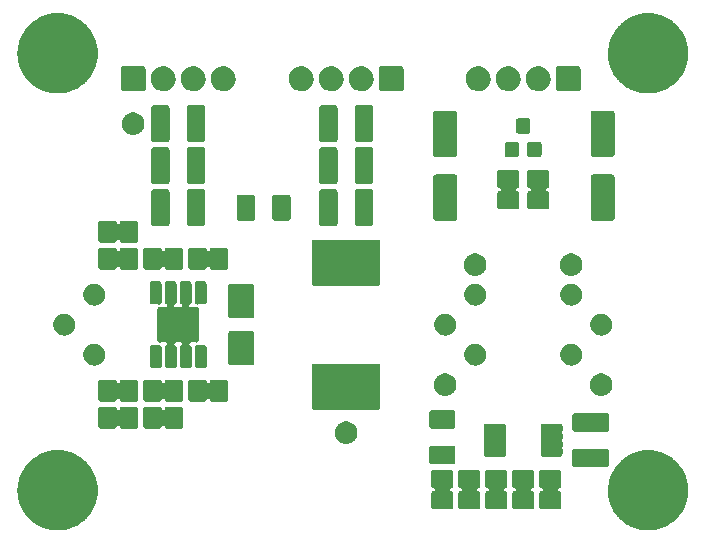
<source format=gbr>
G04 #@! TF.GenerationSoftware,KiCad,Pcbnew,6.0.0-unknown-r16460-346495ae*
G04 #@! TF.CreationDate,2019-10-08T21:17:02+03:00*
G04 #@! TF.ProjectId,vfd-ps,7666642d-7073-42e6-9b69-6361645f7063,A*
G04 #@! TF.SameCoordinates,Original*
G04 #@! TF.FileFunction,Soldermask,Top*
G04 #@! TF.FilePolarity,Negative*
%FSLAX46Y46*%
G04 Gerber Fmt 4.6, Leading zero omitted, Abs format (unit mm)*
G04 Created by KiCad (PCBNEW 6.0.0-unknown-r16460-346495ae) date 2019-10-08 21:17:02*
%MOMM*%
%LPD*%
G04 APERTURE LIST*
%ADD10C,0.100000*%
G04 APERTURE END LIST*
D10*
G36*
X122052063Y-112597591D02*
G01*
X122095065Y-112596502D01*
X122232429Y-112607675D01*
X122373645Y-112615570D01*
X122416283Y-112622629D01*
X122456207Y-112625876D01*
X122594525Y-112652136D01*
X122736975Y-112675719D01*
X122775728Y-112686539D01*
X122812166Y-112693457D01*
X122949747Y-112735126D01*
X123091685Y-112774756D01*
X123126277Y-112788592D01*
X123158929Y-112798481D01*
X123293978Y-112855667D01*
X123433624Y-112911521D01*
X123463905Y-112927622D01*
X123492575Y-112939762D01*
X123623345Y-113012398D01*
X123758792Y-113084417D01*
X123784689Y-113102016D01*
X123809324Y-113115700D01*
X123934048Y-113203520D01*
X124063386Y-113291418D01*
X124084969Y-113309786D01*
X124105570Y-113324292D01*
X124222401Y-113426750D01*
X124343843Y-113530105D01*
X124361277Y-113548541D01*
X124377981Y-113563190D01*
X124485217Y-113679604D01*
X124596880Y-113797685D01*
X124610421Y-113815524D01*
X124623466Y-113829686D01*
X124719476Y-113959199D01*
X124819540Y-114091028D01*
X124829537Y-114107666D01*
X124839235Y-114120748D01*
X124922361Y-114262152D01*
X125009216Y-114406702D01*
X125016115Y-114421633D01*
X125022855Y-114433098D01*
X125091615Y-114585031D01*
X125163690Y-114741015D01*
X125167985Y-114753777D01*
X125172249Y-114763199D01*
X125225362Y-114924270D01*
X125281155Y-115090055D01*
X125283406Y-115100295D01*
X125285712Y-115107287D01*
X125321913Y-115275433D01*
X125360237Y-115449740D01*
X125361048Y-115457207D01*
X125361972Y-115461498D01*
X125380281Y-115634255D01*
X125400010Y-115815862D01*
X125399995Y-115820257D01*
X125400153Y-115821751D01*
X125399511Y-116190119D01*
X125398677Y-116197731D01*
X125398642Y-116207870D01*
X125378542Y-116381591D01*
X125360072Y-116550237D01*
X125357859Y-116560345D01*
X125356313Y-116573705D01*
X125318298Y-116741031D01*
X125282578Y-116904170D01*
X125278362Y-116916806D01*
X125274722Y-116932829D01*
X125219835Y-117092234D01*
X125167911Y-117247869D01*
X125161148Y-117262675D01*
X125154824Y-117281041D01*
X125084322Y-117430865D01*
X125017365Y-117577449D01*
X125007551Y-117594011D01*
X124998019Y-117614267D01*
X124913390Y-117752911D01*
X124832662Y-117889144D01*
X124819361Y-117906957D01*
X124806144Y-117928609D01*
X124708848Y-118054951D01*
X124615867Y-118179467D01*
X124598735Y-118197936D01*
X124581442Y-118220391D01*
X124473215Y-118333248D01*
X124369465Y-118445093D01*
X124348208Y-118463604D01*
X124326542Y-118486197D01*
X124209055Y-118584781D01*
X124096223Y-118683037D01*
X124070700Y-118700875D01*
X124044427Y-118722921D01*
X123919429Y-118806600D01*
X123799238Y-118890602D01*
X123769362Y-118907061D01*
X123738395Y-118927791D01*
X123607771Y-118996080D01*
X123481884Y-119065430D01*
X123447686Y-119079770D01*
X123412028Y-119098412D01*
X123277591Y-119151097D01*
X123147752Y-119205543D01*
X123109373Y-119217021D01*
X123069142Y-119232787D01*
X122932684Y-119269862D01*
X122800621Y-119309357D01*
X122758324Y-119317234D01*
X122713750Y-119329345D01*
X122577017Y-119351001D01*
X122444417Y-119375697D01*
X122398565Y-119379265D01*
X122350008Y-119386956D01*
X122214723Y-119393572D01*
X122083187Y-119403809D01*
X122034244Y-119402399D01*
X121982172Y-119404946D01*
X121849959Y-119397091D01*
X121721013Y-119393377D01*
X121669547Y-119386373D01*
X121614544Y-119383105D01*
X121486899Y-119361516D01*
X121362004Y-119344518D01*
X121308692Y-119331374D01*
X121251425Y-119321688D01*
X121129711Y-119287247D01*
X121010211Y-119257784D01*
X120955814Y-119238039D01*
X120897063Y-119221414D01*
X120782531Y-119175140D01*
X120669631Y-119134159D01*
X120614977Y-119107443D01*
X120555604Y-119083455D01*
X120449361Y-119026488D01*
X120344108Y-118975039D01*
X120290089Y-118941087D01*
X120231041Y-118909426D01*
X120134039Y-118843007D01*
X120037350Y-118782237D01*
X119984913Y-118740899D01*
X119927172Y-118701363D01*
X119840166Y-118626790D01*
X119752810Y-118557924D01*
X119702941Y-118509174D01*
X119647550Y-118461698D01*
X119571146Y-118380336D01*
X119493717Y-118304644D01*
X119447418Y-118248578D01*
X119395448Y-118193236D01*
X119330074Y-118106482D01*
X119263009Y-118025270D01*
X119221295Y-117962127D01*
X119173814Y-117899118D01*
X119119712Y-117808361D01*
X119063290Y-117722955D01*
X119027159Y-117653102D01*
X118985241Y-117582784D01*
X118942498Y-117489425D01*
X118896830Y-117401134D01*
X118867249Y-117325067D01*
X118831935Y-117247934D01*
X118800465Y-117153330D01*
X118765512Y-117063450D01*
X118743408Y-116981812D01*
X118715689Y-116898486D01*
X118695246Y-116803935D01*
X118670818Y-116713713D01*
X118657049Y-116627264D01*
X118637863Y-116538527D01*
X118628062Y-116445275D01*
X118613826Y-116355897D01*
X118609168Y-116265510D01*
X118599368Y-116172269D01*
X118599685Y-116081492D01*
X118595179Y-115994060D01*
X118600315Y-115900728D01*
X118600653Y-115803995D01*
X118610442Y-115716722D01*
X118615089Y-115632287D01*
X118630587Y-115537125D01*
X118641704Y-115438014D01*
X118660215Y-115355200D01*
X118673331Y-115274665D01*
X118699639Y-115178828D01*
X118722041Y-115078607D01*
X118748426Y-115001101D01*
X118769243Y-114925268D01*
X118806673Y-114830004D01*
X118840724Y-114729979D01*
X118874068Y-114658473D01*
X118901740Y-114588043D01*
X118950449Y-114494672D01*
X118996364Y-114396208D01*
X119035697Y-114331262D01*
X119069324Y-114266802D01*
X119129322Y-114176668D01*
X119187141Y-114081198D01*
X119231449Y-114023246D01*
X119270096Y-113965187D01*
X119341234Y-113879652D01*
X119410823Y-113788634D01*
X119459072Y-113737968D01*
X119501773Y-113686625D01*
X119583715Y-113607079D01*
X119664793Y-113521939D01*
X119715978Y-113478684D01*
X119761755Y-113434246D01*
X119854000Y-113362047D01*
X119946081Y-113284232D01*
X119999170Y-113248423D01*
X120047069Y-113210933D01*
X120148980Y-113147375D01*
X120251396Y-113078295D01*
X120305406Y-113049819D01*
X120354511Y-113019194D01*
X120465277Y-112965529D01*
X120577166Y-112906536D01*
X120631166Y-112885156D01*
X120680576Y-112861217D01*
X120799200Y-112818627D01*
X120919580Y-112770965D01*
X120972707Y-112756331D01*
X121021589Y-112738781D01*
X121146946Y-112708338D01*
X121274633Y-112673167D01*
X121326088Y-112664833D01*
X121373677Y-112653276D01*
X121504478Y-112635940D01*
X121638172Y-112614286D01*
X121687271Y-112611713D01*
X121732857Y-112605671D01*
X121867679Y-112602258D01*
X122005943Y-112595012D01*
X122052063Y-112597591D01*
X122052063Y-112597591D01*
G37*
G36*
X172052063Y-112597591D02*
G01*
X172095065Y-112596502D01*
X172232429Y-112607675D01*
X172373645Y-112615570D01*
X172416283Y-112622629D01*
X172456207Y-112625876D01*
X172594525Y-112652136D01*
X172736975Y-112675719D01*
X172775728Y-112686539D01*
X172812166Y-112693457D01*
X172949747Y-112735126D01*
X173091685Y-112774756D01*
X173126277Y-112788592D01*
X173158929Y-112798481D01*
X173293978Y-112855667D01*
X173433624Y-112911521D01*
X173463905Y-112927622D01*
X173492575Y-112939762D01*
X173623345Y-113012398D01*
X173758792Y-113084417D01*
X173784689Y-113102016D01*
X173809324Y-113115700D01*
X173934048Y-113203520D01*
X174063386Y-113291418D01*
X174084969Y-113309786D01*
X174105570Y-113324292D01*
X174222401Y-113426750D01*
X174343843Y-113530105D01*
X174361277Y-113548541D01*
X174377981Y-113563190D01*
X174485217Y-113679604D01*
X174596880Y-113797685D01*
X174610421Y-113815524D01*
X174623466Y-113829686D01*
X174719476Y-113959199D01*
X174819540Y-114091028D01*
X174829537Y-114107666D01*
X174839235Y-114120748D01*
X174922361Y-114262152D01*
X175009216Y-114406702D01*
X175016115Y-114421633D01*
X175022855Y-114433098D01*
X175091615Y-114585031D01*
X175163690Y-114741015D01*
X175167985Y-114753777D01*
X175172249Y-114763199D01*
X175225362Y-114924270D01*
X175281155Y-115090055D01*
X175283406Y-115100295D01*
X175285712Y-115107287D01*
X175321913Y-115275433D01*
X175360237Y-115449740D01*
X175361048Y-115457207D01*
X175361972Y-115461498D01*
X175380281Y-115634255D01*
X175400010Y-115815862D01*
X175399995Y-115820257D01*
X175400153Y-115821751D01*
X175399511Y-116190119D01*
X175398677Y-116197731D01*
X175398642Y-116207870D01*
X175378542Y-116381591D01*
X175360072Y-116550237D01*
X175357859Y-116560345D01*
X175356313Y-116573705D01*
X175318298Y-116741031D01*
X175282578Y-116904170D01*
X175278362Y-116916806D01*
X175274722Y-116932829D01*
X175219835Y-117092234D01*
X175167911Y-117247869D01*
X175161148Y-117262675D01*
X175154824Y-117281041D01*
X175084322Y-117430865D01*
X175017365Y-117577449D01*
X175007551Y-117594011D01*
X174998019Y-117614267D01*
X174913390Y-117752911D01*
X174832662Y-117889144D01*
X174819361Y-117906957D01*
X174806144Y-117928609D01*
X174708848Y-118054951D01*
X174615867Y-118179467D01*
X174598735Y-118197936D01*
X174581442Y-118220391D01*
X174473215Y-118333248D01*
X174369465Y-118445093D01*
X174348208Y-118463604D01*
X174326542Y-118486197D01*
X174209055Y-118584781D01*
X174096223Y-118683037D01*
X174070700Y-118700875D01*
X174044427Y-118722921D01*
X173919429Y-118806600D01*
X173799238Y-118890602D01*
X173769362Y-118907061D01*
X173738395Y-118927791D01*
X173607771Y-118996080D01*
X173481884Y-119065430D01*
X173447686Y-119079770D01*
X173412028Y-119098412D01*
X173277591Y-119151097D01*
X173147752Y-119205543D01*
X173109373Y-119217021D01*
X173069142Y-119232787D01*
X172932684Y-119269862D01*
X172800621Y-119309357D01*
X172758324Y-119317234D01*
X172713750Y-119329345D01*
X172577017Y-119351001D01*
X172444417Y-119375697D01*
X172398565Y-119379265D01*
X172350008Y-119386956D01*
X172214723Y-119393572D01*
X172083187Y-119403809D01*
X172034244Y-119402399D01*
X171982172Y-119404946D01*
X171849959Y-119397091D01*
X171721013Y-119393377D01*
X171669547Y-119386373D01*
X171614544Y-119383105D01*
X171486899Y-119361516D01*
X171362004Y-119344518D01*
X171308692Y-119331374D01*
X171251425Y-119321688D01*
X171129711Y-119287247D01*
X171010211Y-119257784D01*
X170955814Y-119238039D01*
X170897063Y-119221414D01*
X170782531Y-119175140D01*
X170669631Y-119134159D01*
X170614977Y-119107443D01*
X170555604Y-119083455D01*
X170449361Y-119026488D01*
X170344108Y-118975039D01*
X170290089Y-118941087D01*
X170231041Y-118909426D01*
X170134039Y-118843007D01*
X170037350Y-118782237D01*
X169984913Y-118740899D01*
X169927172Y-118701363D01*
X169840166Y-118626790D01*
X169752810Y-118557924D01*
X169702941Y-118509174D01*
X169647550Y-118461698D01*
X169571146Y-118380336D01*
X169493717Y-118304644D01*
X169447418Y-118248578D01*
X169395448Y-118193236D01*
X169330074Y-118106482D01*
X169263009Y-118025270D01*
X169221295Y-117962127D01*
X169173814Y-117899118D01*
X169119712Y-117808361D01*
X169063290Y-117722955D01*
X169027159Y-117653102D01*
X168985241Y-117582784D01*
X168942498Y-117489425D01*
X168896830Y-117401134D01*
X168867249Y-117325067D01*
X168831935Y-117247934D01*
X168800465Y-117153330D01*
X168765512Y-117063450D01*
X168743408Y-116981812D01*
X168715689Y-116898486D01*
X168695246Y-116803935D01*
X168670818Y-116713713D01*
X168657049Y-116627264D01*
X168637863Y-116538527D01*
X168628062Y-116445275D01*
X168613826Y-116355897D01*
X168609168Y-116265510D01*
X168599368Y-116172269D01*
X168599685Y-116081492D01*
X168595179Y-115994060D01*
X168600315Y-115900728D01*
X168600653Y-115803995D01*
X168610442Y-115716722D01*
X168615089Y-115632287D01*
X168630587Y-115537125D01*
X168641704Y-115438014D01*
X168660215Y-115355200D01*
X168673331Y-115274665D01*
X168699639Y-115178828D01*
X168722041Y-115078607D01*
X168748426Y-115001101D01*
X168769243Y-114925268D01*
X168806673Y-114830004D01*
X168840724Y-114729979D01*
X168874068Y-114658473D01*
X168901740Y-114588043D01*
X168950449Y-114494672D01*
X168996364Y-114396208D01*
X169035697Y-114331262D01*
X169069324Y-114266802D01*
X169129322Y-114176668D01*
X169187141Y-114081198D01*
X169231449Y-114023246D01*
X169270096Y-113965187D01*
X169341234Y-113879652D01*
X169410823Y-113788634D01*
X169459072Y-113737968D01*
X169501773Y-113686625D01*
X169583715Y-113607079D01*
X169664793Y-113521939D01*
X169715978Y-113478684D01*
X169761755Y-113434246D01*
X169854000Y-113362047D01*
X169946081Y-113284232D01*
X169999170Y-113248423D01*
X170047069Y-113210933D01*
X170148980Y-113147375D01*
X170251396Y-113078295D01*
X170305406Y-113049819D01*
X170354511Y-113019194D01*
X170465277Y-112965529D01*
X170577166Y-112906536D01*
X170631166Y-112885156D01*
X170680576Y-112861217D01*
X170799200Y-112818627D01*
X170919580Y-112770965D01*
X170972707Y-112756331D01*
X171021589Y-112738781D01*
X171146946Y-112708338D01*
X171274633Y-112673167D01*
X171326088Y-112664833D01*
X171373677Y-112653276D01*
X171504478Y-112635940D01*
X171638172Y-112614286D01*
X171687271Y-112611713D01*
X171732857Y-112605671D01*
X171867679Y-112602258D01*
X172005943Y-112595012D01*
X172052063Y-112597591D01*
X172052063Y-112597591D01*
G37*
G36*
X162137280Y-114272082D02*
G01*
X162142000Y-114272082D01*
X162178854Y-114279413D01*
X162211461Y-114285162D01*
X162213407Y-114286285D01*
X162220036Y-114287604D01*
X162247655Y-114306058D01*
X162272539Y-114320425D01*
X162276856Y-114325570D01*
X162286192Y-114331808D01*
X162302229Y-114355809D01*
X162314232Y-114370114D01*
X162315869Y-114376222D01*
X162330396Y-114397964D01*
X162345918Y-114476000D01*
X162345918Y-114488367D01*
X162347014Y-114492457D01*
X162347014Y-115615064D01*
X162345918Y-115621280D01*
X162345918Y-115626000D01*
X162338587Y-115662854D01*
X162332838Y-115695461D01*
X162331715Y-115697407D01*
X162330396Y-115704036D01*
X162311938Y-115731660D01*
X162297573Y-115756541D01*
X162292429Y-115760857D01*
X162286192Y-115770192D01*
X162262202Y-115786221D01*
X162247889Y-115798232D01*
X162241776Y-115799870D01*
X162220036Y-115814396D01*
X162142000Y-115829918D01*
X162131080Y-115829918D01*
X162072074Y-115865884D01*
X162041299Y-115929237D01*
X162049660Y-115999171D01*
X162094504Y-116053484D01*
X162140431Y-116072082D01*
X162142000Y-116072082D01*
X162178852Y-116079412D01*
X162211461Y-116085162D01*
X162213407Y-116086285D01*
X162220036Y-116087604D01*
X162247655Y-116106058D01*
X162272539Y-116120425D01*
X162276856Y-116125570D01*
X162286192Y-116131808D01*
X162302229Y-116155809D01*
X162314232Y-116170114D01*
X162315869Y-116176222D01*
X162330396Y-116197964D01*
X162345918Y-116276000D01*
X162345918Y-116288367D01*
X162347014Y-116292457D01*
X162347014Y-117415064D01*
X162345918Y-117421280D01*
X162345918Y-117426000D01*
X162338587Y-117462854D01*
X162332838Y-117495461D01*
X162331715Y-117497407D01*
X162330396Y-117504036D01*
X162311938Y-117531660D01*
X162297573Y-117556541D01*
X162292429Y-117560857D01*
X162286192Y-117570192D01*
X162262202Y-117586221D01*
X162247889Y-117598232D01*
X162241776Y-117599870D01*
X162220036Y-117614396D01*
X162142000Y-117629918D01*
X162129633Y-117629918D01*
X162125543Y-117631014D01*
X160702936Y-117631014D01*
X160696720Y-117629918D01*
X160692000Y-117629918D01*
X160655146Y-117622587D01*
X160622539Y-117616838D01*
X160620593Y-117615715D01*
X160613964Y-117614396D01*
X160586340Y-117595938D01*
X160561459Y-117581573D01*
X160557143Y-117576429D01*
X160547808Y-117570192D01*
X160531779Y-117546202D01*
X160519768Y-117531889D01*
X160518130Y-117525776D01*
X160503604Y-117504036D01*
X160488082Y-117426000D01*
X160488082Y-117413633D01*
X160486986Y-117409543D01*
X160486986Y-116286936D01*
X160488082Y-116280720D01*
X160488082Y-116276000D01*
X160495413Y-116239146D01*
X160501162Y-116206539D01*
X160502285Y-116204593D01*
X160503604Y-116197964D01*
X160522058Y-116170345D01*
X160536425Y-116145461D01*
X160541570Y-116141144D01*
X160547808Y-116131808D01*
X160571809Y-116115771D01*
X160586114Y-116103768D01*
X160592222Y-116102131D01*
X160613964Y-116087604D01*
X160692000Y-116072082D01*
X160702920Y-116072082D01*
X160761926Y-116036116D01*
X160792701Y-115972763D01*
X160784340Y-115902828D01*
X160739496Y-115848516D01*
X160693569Y-115829918D01*
X160692000Y-115829918D01*
X160655148Y-115822588D01*
X160622539Y-115816838D01*
X160620593Y-115815715D01*
X160613964Y-115814396D01*
X160586340Y-115795938D01*
X160561459Y-115781573D01*
X160557143Y-115776429D01*
X160547808Y-115770192D01*
X160531779Y-115746202D01*
X160519768Y-115731889D01*
X160518130Y-115725776D01*
X160503604Y-115704036D01*
X160488082Y-115626000D01*
X160488082Y-115613633D01*
X160486986Y-115609543D01*
X160486986Y-114486936D01*
X160488082Y-114480720D01*
X160488082Y-114476000D01*
X160495413Y-114439146D01*
X160501162Y-114406539D01*
X160502285Y-114404593D01*
X160503604Y-114397964D01*
X160522058Y-114370345D01*
X160536425Y-114345461D01*
X160541570Y-114341144D01*
X160547808Y-114331808D01*
X160571809Y-114315771D01*
X160586114Y-114303768D01*
X160592222Y-114302131D01*
X160613964Y-114287604D01*
X160692000Y-114272082D01*
X160704367Y-114272082D01*
X160708457Y-114270986D01*
X162131064Y-114270986D01*
X162137280Y-114272082D01*
X162137280Y-114272082D01*
G37*
G36*
X159851280Y-114272082D02*
G01*
X159856000Y-114272082D01*
X159892854Y-114279413D01*
X159925461Y-114285162D01*
X159927407Y-114286285D01*
X159934036Y-114287604D01*
X159961655Y-114306058D01*
X159986539Y-114320425D01*
X159990856Y-114325570D01*
X160000192Y-114331808D01*
X160016229Y-114355809D01*
X160028232Y-114370114D01*
X160029869Y-114376222D01*
X160044396Y-114397964D01*
X160059918Y-114476000D01*
X160059918Y-114488367D01*
X160061014Y-114492457D01*
X160061014Y-115615064D01*
X160059918Y-115621280D01*
X160059918Y-115626000D01*
X160052587Y-115662854D01*
X160046838Y-115695461D01*
X160045715Y-115697407D01*
X160044396Y-115704036D01*
X160025938Y-115731660D01*
X160011573Y-115756541D01*
X160006429Y-115760857D01*
X160000192Y-115770192D01*
X159976202Y-115786221D01*
X159961889Y-115798232D01*
X159955776Y-115799870D01*
X159934036Y-115814396D01*
X159856000Y-115829918D01*
X159845080Y-115829918D01*
X159786074Y-115865884D01*
X159755299Y-115929237D01*
X159763660Y-115999171D01*
X159808504Y-116053484D01*
X159854431Y-116072082D01*
X159856000Y-116072082D01*
X159892852Y-116079412D01*
X159925461Y-116085162D01*
X159927407Y-116086285D01*
X159934036Y-116087604D01*
X159961655Y-116106058D01*
X159986539Y-116120425D01*
X159990856Y-116125570D01*
X160000192Y-116131808D01*
X160016229Y-116155809D01*
X160028232Y-116170114D01*
X160029869Y-116176222D01*
X160044396Y-116197964D01*
X160059918Y-116276000D01*
X160059918Y-116288367D01*
X160061014Y-116292457D01*
X160061014Y-117415064D01*
X160059918Y-117421280D01*
X160059918Y-117426000D01*
X160052587Y-117462854D01*
X160046838Y-117495461D01*
X160045715Y-117497407D01*
X160044396Y-117504036D01*
X160025938Y-117531660D01*
X160011573Y-117556541D01*
X160006429Y-117560857D01*
X160000192Y-117570192D01*
X159976202Y-117586221D01*
X159961889Y-117598232D01*
X159955776Y-117599870D01*
X159934036Y-117614396D01*
X159856000Y-117629918D01*
X159843633Y-117629918D01*
X159839543Y-117631014D01*
X158416936Y-117631014D01*
X158410720Y-117629918D01*
X158406000Y-117629918D01*
X158369146Y-117622587D01*
X158336539Y-117616838D01*
X158334593Y-117615715D01*
X158327964Y-117614396D01*
X158300340Y-117595938D01*
X158275459Y-117581573D01*
X158271143Y-117576429D01*
X158261808Y-117570192D01*
X158245779Y-117546202D01*
X158233768Y-117531889D01*
X158232130Y-117525776D01*
X158217604Y-117504036D01*
X158202082Y-117426000D01*
X158202082Y-117413633D01*
X158200986Y-117409543D01*
X158200986Y-116286936D01*
X158202082Y-116280720D01*
X158202082Y-116276000D01*
X158209413Y-116239146D01*
X158215162Y-116206539D01*
X158216285Y-116204593D01*
X158217604Y-116197964D01*
X158236058Y-116170345D01*
X158250425Y-116145461D01*
X158255570Y-116141144D01*
X158261808Y-116131808D01*
X158285809Y-116115771D01*
X158300114Y-116103768D01*
X158306222Y-116102131D01*
X158327964Y-116087604D01*
X158406000Y-116072082D01*
X158416920Y-116072082D01*
X158475926Y-116036116D01*
X158506701Y-115972763D01*
X158498340Y-115902828D01*
X158453496Y-115848516D01*
X158407569Y-115829918D01*
X158406000Y-115829918D01*
X158369148Y-115822588D01*
X158336539Y-115816838D01*
X158334593Y-115815715D01*
X158327964Y-115814396D01*
X158300340Y-115795938D01*
X158275459Y-115781573D01*
X158271143Y-115776429D01*
X158261808Y-115770192D01*
X158245779Y-115746202D01*
X158233768Y-115731889D01*
X158232130Y-115725776D01*
X158217604Y-115704036D01*
X158202082Y-115626000D01*
X158202082Y-115613633D01*
X158200986Y-115609543D01*
X158200986Y-114486936D01*
X158202082Y-114480720D01*
X158202082Y-114476000D01*
X158209413Y-114439146D01*
X158215162Y-114406539D01*
X158216285Y-114404593D01*
X158217604Y-114397964D01*
X158236058Y-114370345D01*
X158250425Y-114345461D01*
X158255570Y-114341144D01*
X158261808Y-114331808D01*
X158285809Y-114315771D01*
X158300114Y-114303768D01*
X158306222Y-114302131D01*
X158327964Y-114287604D01*
X158406000Y-114272082D01*
X158418367Y-114272082D01*
X158422457Y-114270986D01*
X159845064Y-114270986D01*
X159851280Y-114272082D01*
X159851280Y-114272082D01*
G37*
G36*
X164423280Y-114272082D02*
G01*
X164428000Y-114272082D01*
X164464854Y-114279413D01*
X164497461Y-114285162D01*
X164499407Y-114286285D01*
X164506036Y-114287604D01*
X164533655Y-114306058D01*
X164558539Y-114320425D01*
X164562856Y-114325570D01*
X164572192Y-114331808D01*
X164588229Y-114355809D01*
X164600232Y-114370114D01*
X164601869Y-114376222D01*
X164616396Y-114397964D01*
X164631918Y-114476000D01*
X164631918Y-114488367D01*
X164633014Y-114492457D01*
X164633014Y-115615064D01*
X164631918Y-115621280D01*
X164631918Y-115626000D01*
X164624587Y-115662854D01*
X164618838Y-115695461D01*
X164617715Y-115697407D01*
X164616396Y-115704036D01*
X164597938Y-115731660D01*
X164583573Y-115756541D01*
X164578429Y-115760857D01*
X164572192Y-115770192D01*
X164548202Y-115786221D01*
X164533889Y-115798232D01*
X164527776Y-115799870D01*
X164506036Y-115814396D01*
X164428000Y-115829918D01*
X164417080Y-115829918D01*
X164358074Y-115865884D01*
X164327299Y-115929237D01*
X164335660Y-115999171D01*
X164380504Y-116053484D01*
X164426431Y-116072082D01*
X164428000Y-116072082D01*
X164464852Y-116079412D01*
X164497461Y-116085162D01*
X164499407Y-116086285D01*
X164506036Y-116087604D01*
X164533655Y-116106058D01*
X164558539Y-116120425D01*
X164562856Y-116125570D01*
X164572192Y-116131808D01*
X164588229Y-116155809D01*
X164600232Y-116170114D01*
X164601869Y-116176222D01*
X164616396Y-116197964D01*
X164631918Y-116276000D01*
X164631918Y-116288367D01*
X164633014Y-116292457D01*
X164633014Y-117415064D01*
X164631918Y-117421280D01*
X164631918Y-117426000D01*
X164624587Y-117462854D01*
X164618838Y-117495461D01*
X164617715Y-117497407D01*
X164616396Y-117504036D01*
X164597938Y-117531660D01*
X164583573Y-117556541D01*
X164578429Y-117560857D01*
X164572192Y-117570192D01*
X164548202Y-117586221D01*
X164533889Y-117598232D01*
X164527776Y-117599870D01*
X164506036Y-117614396D01*
X164428000Y-117629918D01*
X164415633Y-117629918D01*
X164411543Y-117631014D01*
X162988936Y-117631014D01*
X162982720Y-117629918D01*
X162978000Y-117629918D01*
X162941146Y-117622587D01*
X162908539Y-117616838D01*
X162906593Y-117615715D01*
X162899964Y-117614396D01*
X162872340Y-117595938D01*
X162847459Y-117581573D01*
X162843143Y-117576429D01*
X162833808Y-117570192D01*
X162817779Y-117546202D01*
X162805768Y-117531889D01*
X162804130Y-117525776D01*
X162789604Y-117504036D01*
X162774082Y-117426000D01*
X162774082Y-117413633D01*
X162772986Y-117409543D01*
X162772986Y-116286936D01*
X162774082Y-116280720D01*
X162774082Y-116276000D01*
X162781413Y-116239146D01*
X162787162Y-116206539D01*
X162788285Y-116204593D01*
X162789604Y-116197964D01*
X162808058Y-116170345D01*
X162822425Y-116145461D01*
X162827570Y-116141144D01*
X162833808Y-116131808D01*
X162857809Y-116115771D01*
X162872114Y-116103768D01*
X162878222Y-116102131D01*
X162899964Y-116087604D01*
X162978000Y-116072082D01*
X162988920Y-116072082D01*
X163047926Y-116036116D01*
X163078701Y-115972763D01*
X163070340Y-115902828D01*
X163025496Y-115848516D01*
X162979569Y-115829918D01*
X162978000Y-115829918D01*
X162941148Y-115822588D01*
X162908539Y-115816838D01*
X162906593Y-115815715D01*
X162899964Y-115814396D01*
X162872340Y-115795938D01*
X162847459Y-115781573D01*
X162843143Y-115776429D01*
X162833808Y-115770192D01*
X162817779Y-115746202D01*
X162805768Y-115731889D01*
X162804130Y-115725776D01*
X162789604Y-115704036D01*
X162774082Y-115626000D01*
X162774082Y-115613633D01*
X162772986Y-115609543D01*
X162772986Y-114486936D01*
X162774082Y-114480720D01*
X162774082Y-114476000D01*
X162781413Y-114439146D01*
X162787162Y-114406539D01*
X162788285Y-114404593D01*
X162789604Y-114397964D01*
X162808058Y-114370345D01*
X162822425Y-114345461D01*
X162827570Y-114341144D01*
X162833808Y-114331808D01*
X162857809Y-114315771D01*
X162872114Y-114303768D01*
X162878222Y-114302131D01*
X162899964Y-114287604D01*
X162978000Y-114272082D01*
X162990367Y-114272082D01*
X162994457Y-114270986D01*
X164417064Y-114270986D01*
X164423280Y-114272082D01*
X164423280Y-114272082D01*
G37*
G36*
X155279280Y-114272082D02*
G01*
X155284000Y-114272082D01*
X155320854Y-114279413D01*
X155353461Y-114285162D01*
X155355407Y-114286285D01*
X155362036Y-114287604D01*
X155389655Y-114306058D01*
X155414539Y-114320425D01*
X155418856Y-114325570D01*
X155428192Y-114331808D01*
X155444229Y-114355809D01*
X155456232Y-114370114D01*
X155457869Y-114376222D01*
X155472396Y-114397964D01*
X155487918Y-114476000D01*
X155487918Y-114488367D01*
X155489014Y-114492457D01*
X155489014Y-115615064D01*
X155487918Y-115621280D01*
X155487918Y-115626000D01*
X155480587Y-115662854D01*
X155474838Y-115695461D01*
X155473715Y-115697407D01*
X155472396Y-115704036D01*
X155453938Y-115731660D01*
X155439573Y-115756541D01*
X155434429Y-115760857D01*
X155428192Y-115770192D01*
X155404202Y-115786221D01*
X155389889Y-115798232D01*
X155383776Y-115799870D01*
X155362036Y-115814396D01*
X155284000Y-115829918D01*
X155273080Y-115829918D01*
X155214074Y-115865884D01*
X155183299Y-115929237D01*
X155191660Y-115999171D01*
X155236504Y-116053484D01*
X155282431Y-116072082D01*
X155284000Y-116072082D01*
X155320852Y-116079412D01*
X155353461Y-116085162D01*
X155355407Y-116086285D01*
X155362036Y-116087604D01*
X155389655Y-116106058D01*
X155414539Y-116120425D01*
X155418856Y-116125570D01*
X155428192Y-116131808D01*
X155444229Y-116155809D01*
X155456232Y-116170114D01*
X155457869Y-116176222D01*
X155472396Y-116197964D01*
X155487918Y-116276000D01*
X155487918Y-116288367D01*
X155489014Y-116292457D01*
X155489014Y-117415064D01*
X155487918Y-117421280D01*
X155487918Y-117426000D01*
X155480587Y-117462854D01*
X155474838Y-117495461D01*
X155473715Y-117497407D01*
X155472396Y-117504036D01*
X155453938Y-117531660D01*
X155439573Y-117556541D01*
X155434429Y-117560857D01*
X155428192Y-117570192D01*
X155404202Y-117586221D01*
X155389889Y-117598232D01*
X155383776Y-117599870D01*
X155362036Y-117614396D01*
X155284000Y-117629918D01*
X155271633Y-117629918D01*
X155267543Y-117631014D01*
X153844936Y-117631014D01*
X153838720Y-117629918D01*
X153834000Y-117629918D01*
X153797146Y-117622587D01*
X153764539Y-117616838D01*
X153762593Y-117615715D01*
X153755964Y-117614396D01*
X153728340Y-117595938D01*
X153703459Y-117581573D01*
X153699143Y-117576429D01*
X153689808Y-117570192D01*
X153673779Y-117546202D01*
X153661768Y-117531889D01*
X153660130Y-117525776D01*
X153645604Y-117504036D01*
X153630082Y-117426000D01*
X153630082Y-117413633D01*
X153628986Y-117409543D01*
X153628986Y-116286936D01*
X153630082Y-116280720D01*
X153630082Y-116276000D01*
X153637413Y-116239146D01*
X153643162Y-116206539D01*
X153644285Y-116204593D01*
X153645604Y-116197964D01*
X153664058Y-116170345D01*
X153678425Y-116145461D01*
X153683570Y-116141144D01*
X153689808Y-116131808D01*
X153713809Y-116115771D01*
X153728114Y-116103768D01*
X153734222Y-116102131D01*
X153755964Y-116087604D01*
X153834000Y-116072082D01*
X153844920Y-116072082D01*
X153903926Y-116036116D01*
X153934701Y-115972763D01*
X153926340Y-115902828D01*
X153881496Y-115848516D01*
X153835569Y-115829918D01*
X153834000Y-115829918D01*
X153797148Y-115822588D01*
X153764539Y-115816838D01*
X153762593Y-115815715D01*
X153755964Y-115814396D01*
X153728340Y-115795938D01*
X153703459Y-115781573D01*
X153699143Y-115776429D01*
X153689808Y-115770192D01*
X153673779Y-115746202D01*
X153661768Y-115731889D01*
X153660130Y-115725776D01*
X153645604Y-115704036D01*
X153630082Y-115626000D01*
X153630082Y-115613633D01*
X153628986Y-115609543D01*
X153628986Y-114486936D01*
X153630082Y-114480720D01*
X153630082Y-114476000D01*
X153637413Y-114439146D01*
X153643162Y-114406539D01*
X153644285Y-114404593D01*
X153645604Y-114397964D01*
X153664058Y-114370345D01*
X153678425Y-114345461D01*
X153683570Y-114341144D01*
X153689808Y-114331808D01*
X153713809Y-114315771D01*
X153728114Y-114303768D01*
X153734222Y-114302131D01*
X153755964Y-114287604D01*
X153834000Y-114272082D01*
X153846367Y-114272082D01*
X153850457Y-114270986D01*
X155273064Y-114270986D01*
X155279280Y-114272082D01*
X155279280Y-114272082D01*
G37*
G36*
X157565280Y-114272082D02*
G01*
X157570000Y-114272082D01*
X157606854Y-114279413D01*
X157639461Y-114285162D01*
X157641407Y-114286285D01*
X157648036Y-114287604D01*
X157675655Y-114306058D01*
X157700539Y-114320425D01*
X157704856Y-114325570D01*
X157714192Y-114331808D01*
X157730229Y-114355809D01*
X157742232Y-114370114D01*
X157743869Y-114376222D01*
X157758396Y-114397964D01*
X157773918Y-114476000D01*
X157773918Y-114488367D01*
X157775014Y-114492457D01*
X157775014Y-115615064D01*
X157773918Y-115621280D01*
X157773918Y-115626000D01*
X157766587Y-115662854D01*
X157760838Y-115695461D01*
X157759715Y-115697407D01*
X157758396Y-115704036D01*
X157739938Y-115731660D01*
X157725573Y-115756541D01*
X157720429Y-115760857D01*
X157714192Y-115770192D01*
X157690202Y-115786221D01*
X157675889Y-115798232D01*
X157669776Y-115799870D01*
X157648036Y-115814396D01*
X157570000Y-115829918D01*
X157559080Y-115829918D01*
X157500074Y-115865884D01*
X157469299Y-115929237D01*
X157477660Y-115999171D01*
X157522504Y-116053484D01*
X157568431Y-116072082D01*
X157570000Y-116072082D01*
X157606852Y-116079412D01*
X157639461Y-116085162D01*
X157641407Y-116086285D01*
X157648036Y-116087604D01*
X157675655Y-116106058D01*
X157700539Y-116120425D01*
X157704856Y-116125570D01*
X157714192Y-116131808D01*
X157730229Y-116155809D01*
X157742232Y-116170114D01*
X157743869Y-116176222D01*
X157758396Y-116197964D01*
X157773918Y-116276000D01*
X157773918Y-116288367D01*
X157775014Y-116292457D01*
X157775014Y-117415064D01*
X157773918Y-117421280D01*
X157773918Y-117426000D01*
X157766587Y-117462854D01*
X157760838Y-117495461D01*
X157759715Y-117497407D01*
X157758396Y-117504036D01*
X157739938Y-117531660D01*
X157725573Y-117556541D01*
X157720429Y-117560857D01*
X157714192Y-117570192D01*
X157690202Y-117586221D01*
X157675889Y-117598232D01*
X157669776Y-117599870D01*
X157648036Y-117614396D01*
X157570000Y-117629918D01*
X157557633Y-117629918D01*
X157553543Y-117631014D01*
X156130936Y-117631014D01*
X156124720Y-117629918D01*
X156120000Y-117629918D01*
X156083146Y-117622587D01*
X156050539Y-117616838D01*
X156048593Y-117615715D01*
X156041964Y-117614396D01*
X156014340Y-117595938D01*
X155989459Y-117581573D01*
X155985143Y-117576429D01*
X155975808Y-117570192D01*
X155959779Y-117546202D01*
X155947768Y-117531889D01*
X155946130Y-117525776D01*
X155931604Y-117504036D01*
X155916082Y-117426000D01*
X155916082Y-117413633D01*
X155914986Y-117409543D01*
X155914986Y-116286936D01*
X155916082Y-116280720D01*
X155916082Y-116276000D01*
X155923413Y-116239146D01*
X155929162Y-116206539D01*
X155930285Y-116204593D01*
X155931604Y-116197964D01*
X155950058Y-116170345D01*
X155964425Y-116145461D01*
X155969570Y-116141144D01*
X155975808Y-116131808D01*
X155999809Y-116115771D01*
X156014114Y-116103768D01*
X156020222Y-116102131D01*
X156041964Y-116087604D01*
X156120000Y-116072082D01*
X156130920Y-116072082D01*
X156189926Y-116036116D01*
X156220701Y-115972763D01*
X156212340Y-115902828D01*
X156167496Y-115848516D01*
X156121569Y-115829918D01*
X156120000Y-115829918D01*
X156083148Y-115822588D01*
X156050539Y-115816838D01*
X156048593Y-115815715D01*
X156041964Y-115814396D01*
X156014340Y-115795938D01*
X155989459Y-115781573D01*
X155985143Y-115776429D01*
X155975808Y-115770192D01*
X155959779Y-115746202D01*
X155947768Y-115731889D01*
X155946130Y-115725776D01*
X155931604Y-115704036D01*
X155916082Y-115626000D01*
X155916082Y-115613633D01*
X155914986Y-115609543D01*
X155914986Y-114486936D01*
X155916082Y-114480720D01*
X155916082Y-114476000D01*
X155923413Y-114439146D01*
X155929162Y-114406539D01*
X155930285Y-114404593D01*
X155931604Y-114397964D01*
X155950058Y-114370345D01*
X155964425Y-114345461D01*
X155969570Y-114341144D01*
X155975808Y-114331808D01*
X155999809Y-114315771D01*
X156014114Y-114303768D01*
X156020222Y-114302131D01*
X156041964Y-114287604D01*
X156120000Y-114272082D01*
X156132367Y-114272082D01*
X156136457Y-114270986D01*
X157559064Y-114270986D01*
X157565280Y-114272082D01*
X157565280Y-114272082D01*
G37*
G36*
X168477280Y-112481082D02*
G01*
X168482000Y-112481082D01*
X168518854Y-112488413D01*
X168551461Y-112494162D01*
X168553407Y-112495285D01*
X168560036Y-112496604D01*
X168587655Y-112515058D01*
X168612539Y-112529425D01*
X168616856Y-112534570D01*
X168626192Y-112540808D01*
X168642229Y-112564809D01*
X168654232Y-112579114D01*
X168655869Y-112585222D01*
X168670396Y-112606964D01*
X168685918Y-112685000D01*
X168685918Y-112697367D01*
X168687014Y-112701457D01*
X168687014Y-113824064D01*
X168685918Y-113830280D01*
X168685918Y-113835000D01*
X168678587Y-113871854D01*
X168672838Y-113904461D01*
X168671715Y-113906407D01*
X168670396Y-113913036D01*
X168651938Y-113940660D01*
X168637573Y-113965541D01*
X168632429Y-113969857D01*
X168626192Y-113979192D01*
X168602202Y-113995221D01*
X168587889Y-114007232D01*
X168581776Y-114008870D01*
X168560036Y-114023396D01*
X168482000Y-114038918D01*
X168469633Y-114038918D01*
X168465543Y-114040014D01*
X165792936Y-114040014D01*
X165786720Y-114038918D01*
X165782000Y-114038918D01*
X165745146Y-114031587D01*
X165712539Y-114025838D01*
X165710593Y-114024715D01*
X165703964Y-114023396D01*
X165676340Y-114004938D01*
X165651459Y-113990573D01*
X165647143Y-113985429D01*
X165637808Y-113979192D01*
X165621779Y-113955202D01*
X165609768Y-113940889D01*
X165608130Y-113934776D01*
X165593604Y-113913036D01*
X165578082Y-113835000D01*
X165578082Y-113822633D01*
X165576986Y-113818543D01*
X165576986Y-112695936D01*
X165578082Y-112689720D01*
X165578082Y-112685000D01*
X165585413Y-112648146D01*
X165591162Y-112615539D01*
X165592285Y-112613593D01*
X165593604Y-112606964D01*
X165612058Y-112579345D01*
X165626425Y-112554461D01*
X165631570Y-112550144D01*
X165637808Y-112540808D01*
X165661809Y-112524771D01*
X165676114Y-112512768D01*
X165682222Y-112511131D01*
X165703964Y-112496604D01*
X165782000Y-112481082D01*
X165794367Y-112481082D01*
X165798457Y-112479986D01*
X168471064Y-112479986D01*
X168477280Y-112481082D01*
X168477280Y-112481082D01*
G37*
G36*
X155454280Y-112227082D02*
G01*
X155459000Y-112227082D01*
X155495854Y-112234413D01*
X155528461Y-112240162D01*
X155530407Y-112241285D01*
X155537036Y-112242604D01*
X155564655Y-112261058D01*
X155589539Y-112275425D01*
X155593856Y-112280570D01*
X155603192Y-112286808D01*
X155619229Y-112310809D01*
X155631232Y-112325114D01*
X155632869Y-112331222D01*
X155647396Y-112352964D01*
X155662918Y-112431000D01*
X155662918Y-112443367D01*
X155664014Y-112447457D01*
X155664014Y-113570064D01*
X155662918Y-113576280D01*
X155662918Y-113581000D01*
X155655587Y-113617854D01*
X155649838Y-113650461D01*
X155648715Y-113652407D01*
X155647396Y-113659036D01*
X155628938Y-113686660D01*
X155614573Y-113711541D01*
X155609429Y-113715857D01*
X155603192Y-113725192D01*
X155579202Y-113741221D01*
X155564889Y-113753232D01*
X155558776Y-113754870D01*
X155537036Y-113769396D01*
X155459000Y-113784918D01*
X155446633Y-113784918D01*
X155442543Y-113786014D01*
X153669936Y-113786014D01*
X153663720Y-113784918D01*
X153659000Y-113784918D01*
X153622146Y-113777587D01*
X153589539Y-113771838D01*
X153587593Y-113770715D01*
X153580964Y-113769396D01*
X153553340Y-113750938D01*
X153528459Y-113736573D01*
X153524143Y-113731429D01*
X153514808Y-113725192D01*
X153498779Y-113701202D01*
X153486768Y-113686889D01*
X153485130Y-113680776D01*
X153470604Y-113659036D01*
X153455082Y-113581000D01*
X153455082Y-113568633D01*
X153453986Y-113564543D01*
X153453986Y-112441936D01*
X153455082Y-112435720D01*
X153455082Y-112431000D01*
X153462413Y-112394146D01*
X153468162Y-112361539D01*
X153469285Y-112359593D01*
X153470604Y-112352964D01*
X153489058Y-112325345D01*
X153503425Y-112300461D01*
X153508570Y-112296144D01*
X153514808Y-112286808D01*
X153538809Y-112270771D01*
X153553114Y-112258768D01*
X153559222Y-112257131D01*
X153580964Y-112242604D01*
X153659000Y-112227082D01*
X153671367Y-112227082D01*
X153675457Y-112225986D01*
X155448064Y-112225986D01*
X155454280Y-112227082D01*
X155454280Y-112227082D01*
G37*
G36*
X164537280Y-110356082D02*
G01*
X164542000Y-110356082D01*
X164578854Y-110363413D01*
X164611461Y-110369162D01*
X164613407Y-110370285D01*
X164620036Y-110371604D01*
X164647655Y-110390058D01*
X164672539Y-110404425D01*
X164676856Y-110409570D01*
X164686192Y-110415808D01*
X164702229Y-110439809D01*
X164714232Y-110454114D01*
X164715869Y-110460222D01*
X164730396Y-110481964D01*
X164745918Y-110560000D01*
X164745918Y-110572367D01*
X164747014Y-110576457D01*
X164747014Y-110999064D01*
X164745918Y-111005280D01*
X164745918Y-111010000D01*
X164738587Y-111046855D01*
X164729011Y-111101165D01*
X164736498Y-111102485D01*
X164731733Y-111138684D01*
X164745918Y-111210000D01*
X164745918Y-111222366D01*
X164747014Y-111226456D01*
X164747014Y-111649064D01*
X164745918Y-111655280D01*
X164745918Y-111660000D01*
X164738587Y-111696855D01*
X164729011Y-111751165D01*
X164736498Y-111752485D01*
X164731733Y-111788684D01*
X164745918Y-111860000D01*
X164745918Y-111872366D01*
X164747014Y-111876456D01*
X164747014Y-112299064D01*
X164745918Y-112305280D01*
X164745918Y-112310000D01*
X164738587Y-112346855D01*
X164729011Y-112401165D01*
X164736498Y-112402485D01*
X164731733Y-112438684D01*
X164745918Y-112510000D01*
X164745918Y-112522366D01*
X164747014Y-112526456D01*
X164747014Y-112949064D01*
X164745918Y-112955280D01*
X164745918Y-112960000D01*
X164738587Y-112996854D01*
X164732838Y-113029461D01*
X164731715Y-113031407D01*
X164730396Y-113038036D01*
X164711938Y-113065660D01*
X164697573Y-113090541D01*
X164692429Y-113094857D01*
X164686192Y-113104192D01*
X164662202Y-113120221D01*
X164647889Y-113132232D01*
X164641776Y-113133870D01*
X164620036Y-113148396D01*
X164542000Y-113163918D01*
X164529633Y-113163918D01*
X164525543Y-113165014D01*
X163102936Y-113165014D01*
X163096720Y-113163918D01*
X163092000Y-113163918D01*
X163055146Y-113156587D01*
X163022539Y-113150838D01*
X163020593Y-113149715D01*
X163013964Y-113148396D01*
X162986340Y-113129938D01*
X162961459Y-113115573D01*
X162957143Y-113110429D01*
X162947808Y-113104192D01*
X162931779Y-113080202D01*
X162919768Y-113065889D01*
X162918130Y-113059776D01*
X162903604Y-113038036D01*
X162888082Y-112960000D01*
X162888082Y-112947633D01*
X162886986Y-112943543D01*
X162886986Y-112520936D01*
X162888082Y-112514720D01*
X162888082Y-112510000D01*
X162895413Y-112473145D01*
X162904989Y-112418835D01*
X162897502Y-112417515D01*
X162902267Y-112381316D01*
X162888082Y-112310000D01*
X162888082Y-112297634D01*
X162886986Y-112293544D01*
X162886986Y-111870936D01*
X162888082Y-111864720D01*
X162888082Y-111860000D01*
X162895413Y-111823145D01*
X162904989Y-111768835D01*
X162897502Y-111767515D01*
X162902267Y-111731316D01*
X162888082Y-111660000D01*
X162888082Y-111647634D01*
X162886986Y-111643544D01*
X162886986Y-111220936D01*
X162888082Y-111214720D01*
X162888082Y-111210000D01*
X162895413Y-111173145D01*
X162904989Y-111118835D01*
X162897502Y-111117515D01*
X162902267Y-111081316D01*
X162888082Y-111010000D01*
X162888082Y-110997634D01*
X162886986Y-110993544D01*
X162886986Y-110570936D01*
X162888082Y-110564720D01*
X162888082Y-110560000D01*
X162895413Y-110523146D01*
X162901162Y-110490539D01*
X162902285Y-110488593D01*
X162903604Y-110481964D01*
X162922058Y-110454345D01*
X162936425Y-110429461D01*
X162941570Y-110425144D01*
X162947808Y-110415808D01*
X162971809Y-110399771D01*
X162986114Y-110387768D01*
X162992222Y-110386131D01*
X163013964Y-110371604D01*
X163092000Y-110356082D01*
X163104367Y-110356082D01*
X163108457Y-110354986D01*
X164531064Y-110354986D01*
X164537280Y-110356082D01*
X164537280Y-110356082D01*
G37*
G36*
X159737280Y-110356082D02*
G01*
X159742000Y-110356082D01*
X159778854Y-110363413D01*
X159811461Y-110369162D01*
X159813407Y-110370285D01*
X159820036Y-110371604D01*
X159847655Y-110390058D01*
X159872539Y-110404425D01*
X159876856Y-110409570D01*
X159886192Y-110415808D01*
X159902229Y-110439809D01*
X159914232Y-110454114D01*
X159915869Y-110460222D01*
X159930396Y-110481964D01*
X159945918Y-110560000D01*
X159945918Y-110572367D01*
X159947014Y-110576457D01*
X159947014Y-110999064D01*
X159945918Y-111005280D01*
X159945918Y-111010000D01*
X159938587Y-111046855D01*
X159929011Y-111101165D01*
X159936498Y-111102485D01*
X159931733Y-111138684D01*
X159945918Y-111210000D01*
X159945918Y-111222366D01*
X159947014Y-111226456D01*
X159947014Y-111649064D01*
X159945918Y-111655280D01*
X159945918Y-111660000D01*
X159938587Y-111696855D01*
X159929011Y-111751165D01*
X159936498Y-111752485D01*
X159931733Y-111788684D01*
X159945918Y-111860000D01*
X159945918Y-111872366D01*
X159947014Y-111876456D01*
X159947014Y-112299064D01*
X159945918Y-112305280D01*
X159945918Y-112310000D01*
X159938587Y-112346855D01*
X159929011Y-112401165D01*
X159936498Y-112402485D01*
X159931733Y-112438684D01*
X159945918Y-112510000D01*
X159945918Y-112522366D01*
X159947014Y-112526456D01*
X159947014Y-112949064D01*
X159945918Y-112955280D01*
X159945918Y-112960000D01*
X159938587Y-112996854D01*
X159932838Y-113029461D01*
X159931715Y-113031407D01*
X159930396Y-113038036D01*
X159911938Y-113065660D01*
X159897573Y-113090541D01*
X159892429Y-113094857D01*
X159886192Y-113104192D01*
X159862202Y-113120221D01*
X159847889Y-113132232D01*
X159841776Y-113133870D01*
X159820036Y-113148396D01*
X159742000Y-113163918D01*
X159729633Y-113163918D01*
X159725543Y-113165014D01*
X158302936Y-113165014D01*
X158296720Y-113163918D01*
X158292000Y-113163918D01*
X158255146Y-113156587D01*
X158222539Y-113150838D01*
X158220593Y-113149715D01*
X158213964Y-113148396D01*
X158186340Y-113129938D01*
X158161459Y-113115573D01*
X158157143Y-113110429D01*
X158147808Y-113104192D01*
X158131779Y-113080202D01*
X158119768Y-113065889D01*
X158118130Y-113059776D01*
X158103604Y-113038036D01*
X158088082Y-112960000D01*
X158088082Y-112947633D01*
X158086986Y-112943543D01*
X158086986Y-112520936D01*
X158088082Y-112514720D01*
X158088082Y-112510000D01*
X158095413Y-112473145D01*
X158104989Y-112418835D01*
X158097502Y-112417515D01*
X158102267Y-112381316D01*
X158088082Y-112310000D01*
X158088082Y-112297634D01*
X158086986Y-112293544D01*
X158086986Y-111870936D01*
X158088082Y-111864720D01*
X158088082Y-111860000D01*
X158095413Y-111823145D01*
X158104989Y-111768835D01*
X158097502Y-111767515D01*
X158102267Y-111731316D01*
X158088082Y-111660000D01*
X158088082Y-111647634D01*
X158086986Y-111643544D01*
X158086986Y-111220936D01*
X158088082Y-111214720D01*
X158088082Y-111210000D01*
X158095413Y-111173145D01*
X158104989Y-111118835D01*
X158097502Y-111117515D01*
X158102267Y-111081316D01*
X158088082Y-111010000D01*
X158088082Y-110997634D01*
X158086986Y-110993544D01*
X158086986Y-110570936D01*
X158088082Y-110564720D01*
X158088082Y-110560000D01*
X158095413Y-110523146D01*
X158101162Y-110490539D01*
X158102285Y-110488593D01*
X158103604Y-110481964D01*
X158122058Y-110454345D01*
X158136425Y-110429461D01*
X158141570Y-110425144D01*
X158147808Y-110415808D01*
X158171809Y-110399771D01*
X158186114Y-110387768D01*
X158192222Y-110386131D01*
X158213964Y-110371604D01*
X158292000Y-110356082D01*
X158304367Y-110356082D01*
X158308457Y-110354986D01*
X159731064Y-110354986D01*
X159737280Y-110356082D01*
X159737280Y-110356082D01*
G37*
G36*
X146527575Y-110178624D02*
G01*
X146568760Y-110180674D01*
X146616878Y-110192448D01*
X146671701Y-110200935D01*
X146710442Y-110215343D01*
X146744845Y-110223761D01*
X146795154Y-110246847D01*
X146852593Y-110268209D01*
X146882697Y-110287020D01*
X146909603Y-110299367D01*
X146959363Y-110334926D01*
X147016264Y-110370482D01*
X147037751Y-110390944D01*
X147057089Y-110404763D01*
X147103212Y-110453281D01*
X147156027Y-110503576D01*
X147169630Y-110523148D01*
X147181989Y-110536149D01*
X147221230Y-110597391D01*
X147266173Y-110662056D01*
X147273262Y-110678596D01*
X147279790Y-110688784D01*
X147308878Y-110761694D01*
X147342203Y-110839446D01*
X147344646Y-110851346D01*
X147346963Y-110857154D01*
X147362808Y-110939822D01*
X147381011Y-111028501D01*
X147380989Y-111034685D01*
X147381055Y-111035027D01*
X147380404Y-111221602D01*
X147380336Y-111221946D01*
X147380314Y-111228128D01*
X147361492Y-111316675D01*
X147345070Y-111399235D01*
X147342713Y-111405026D01*
X147340187Y-111416908D01*
X147306328Y-111494408D01*
X147276724Y-111567134D01*
X147270123Y-111577279D01*
X147262921Y-111593764D01*
X147217533Y-111658105D01*
X147177860Y-111719079D01*
X147165410Y-111731994D01*
X147151671Y-111751470D01*
X147098511Y-111801391D01*
X147052050Y-111849587D01*
X147032617Y-111863270D01*
X147010983Y-111883586D01*
X146953817Y-111918755D01*
X146903823Y-111953956D01*
X146876838Y-111966112D01*
X146846602Y-111984713D01*
X146789015Y-112005673D01*
X146738547Y-112028407D01*
X146704083Y-112036586D01*
X146665244Y-112050722D01*
X146610370Y-112058825D01*
X146562169Y-112070264D01*
X146520971Y-112072027D01*
X146474317Y-112078916D01*
X146424735Y-112076144D01*
X146381053Y-112078013D01*
X146334521Y-112071100D01*
X146281621Y-112068143D01*
X146239246Y-112056947D01*
X146201746Y-112051376D01*
X146151871Y-112033861D01*
X146095027Y-112018842D01*
X146060988Y-112001945D01*
X146030710Y-111991312D01*
X145980040Y-111961762D01*
X145922157Y-111933029D01*
X145896801Y-111913219D01*
X145874112Y-111899987D01*
X145825576Y-111857572D01*
X145770073Y-111814208D01*
X145753003Y-111794150D01*
X145737616Y-111780704D01*
X145694420Y-111725315D01*
X145644988Y-111667233D01*
X145635110Y-111649265D01*
X145626132Y-111637753D01*
X145591559Y-111570046D01*
X145552011Y-111498109D01*
X145547678Y-111484111D01*
X145543695Y-111476311D01*
X145520952Y-111397775D01*
X145494940Y-111313743D01*
X145494081Y-111304981D01*
X145493272Y-111302188D01*
X145485298Y-111215405D01*
X145476107Y-111121667D01*
X145485950Y-111028015D01*
X145494532Y-110941273D01*
X145495360Y-110938485D01*
X145496281Y-110929727D01*
X145522888Y-110845850D01*
X145546169Y-110767506D01*
X145550204Y-110759738D01*
X145554637Y-110745764D01*
X145594702Y-110674077D01*
X145629735Y-110606635D01*
X145638791Y-110595189D01*
X145648793Y-110577292D01*
X145698626Y-110519561D01*
X145742210Y-110464472D01*
X145757692Y-110451132D01*
X145774901Y-110431195D01*
X145830698Y-110388225D01*
X145879535Y-110346144D01*
X145902318Y-110333070D01*
X145927810Y-110313438D01*
X145985893Y-110285109D01*
X146036768Y-110255914D01*
X146067119Y-110245493D01*
X146101275Y-110228834D01*
X146158221Y-110214213D01*
X146208219Y-110197046D01*
X146245763Y-110191736D01*
X146288209Y-110180838D01*
X146341118Y-110178250D01*
X146387709Y-110171661D01*
X146431387Y-110173835D01*
X146480976Y-110171410D01*
X146527575Y-110178624D01*
X146527575Y-110178624D01*
G37*
G36*
X168477280Y-109481082D02*
G01*
X168482000Y-109481082D01*
X168518854Y-109488413D01*
X168551461Y-109494162D01*
X168553407Y-109495285D01*
X168560036Y-109496604D01*
X168587655Y-109515058D01*
X168612539Y-109529425D01*
X168616856Y-109534570D01*
X168626192Y-109540808D01*
X168642229Y-109564809D01*
X168654232Y-109579114D01*
X168655869Y-109585222D01*
X168670396Y-109606964D01*
X168685918Y-109685000D01*
X168685918Y-109697367D01*
X168687014Y-109701457D01*
X168687014Y-110824064D01*
X168685918Y-110830280D01*
X168685918Y-110835000D01*
X168678587Y-110871854D01*
X168672838Y-110904461D01*
X168671715Y-110906407D01*
X168670396Y-110913036D01*
X168651938Y-110940660D01*
X168637573Y-110965541D01*
X168632429Y-110969857D01*
X168626192Y-110979192D01*
X168602202Y-110995221D01*
X168587889Y-111007232D01*
X168581776Y-111008870D01*
X168560036Y-111023396D01*
X168482000Y-111038918D01*
X168469633Y-111038918D01*
X168465543Y-111040014D01*
X165792936Y-111040014D01*
X165786720Y-111038918D01*
X165782000Y-111038918D01*
X165745146Y-111031587D01*
X165712539Y-111025838D01*
X165710593Y-111024715D01*
X165703964Y-111023396D01*
X165676340Y-111004938D01*
X165651459Y-110990573D01*
X165647143Y-110985429D01*
X165637808Y-110979192D01*
X165621779Y-110955202D01*
X165609768Y-110940889D01*
X165608130Y-110934776D01*
X165593604Y-110913036D01*
X165578082Y-110835000D01*
X165578082Y-110822633D01*
X165576986Y-110818543D01*
X165576986Y-109695936D01*
X165578082Y-109689720D01*
X165578082Y-109685000D01*
X165585413Y-109648146D01*
X165591162Y-109615539D01*
X165592285Y-109613593D01*
X165593604Y-109606964D01*
X165612058Y-109579345D01*
X165626425Y-109554461D01*
X165631570Y-109550144D01*
X165637808Y-109540808D01*
X165661809Y-109524771D01*
X165676114Y-109512768D01*
X165682222Y-109511131D01*
X165703964Y-109496604D01*
X165782000Y-109481082D01*
X165794367Y-109481082D01*
X165798457Y-109479986D01*
X168471064Y-109479986D01*
X168477280Y-109481082D01*
X168477280Y-109481082D01*
G37*
G36*
X155454280Y-109227082D02*
G01*
X155459000Y-109227082D01*
X155495854Y-109234413D01*
X155528461Y-109240162D01*
X155530407Y-109241285D01*
X155537036Y-109242604D01*
X155564655Y-109261058D01*
X155589539Y-109275425D01*
X155593856Y-109280570D01*
X155603192Y-109286808D01*
X155619229Y-109310809D01*
X155631232Y-109325114D01*
X155632869Y-109331222D01*
X155647396Y-109352964D01*
X155662918Y-109431000D01*
X155662918Y-109443367D01*
X155664014Y-109447457D01*
X155664014Y-110570064D01*
X155662918Y-110576280D01*
X155662918Y-110581000D01*
X155655587Y-110617854D01*
X155649838Y-110650461D01*
X155648715Y-110652407D01*
X155647396Y-110659036D01*
X155628938Y-110686660D01*
X155614573Y-110711541D01*
X155609429Y-110715857D01*
X155603192Y-110725192D01*
X155579202Y-110741221D01*
X155564889Y-110753232D01*
X155558776Y-110754870D01*
X155537036Y-110769396D01*
X155459000Y-110784918D01*
X155446633Y-110784918D01*
X155442543Y-110786014D01*
X153669936Y-110786014D01*
X153663720Y-110784918D01*
X153659000Y-110784918D01*
X153622146Y-110777587D01*
X153589539Y-110771838D01*
X153587593Y-110770715D01*
X153580964Y-110769396D01*
X153553340Y-110750938D01*
X153528459Y-110736573D01*
X153524143Y-110731429D01*
X153514808Y-110725192D01*
X153498779Y-110701202D01*
X153486768Y-110686889D01*
X153485130Y-110680776D01*
X153470604Y-110659036D01*
X153455082Y-110581000D01*
X153455082Y-110568633D01*
X153453986Y-110564543D01*
X153453986Y-109441936D01*
X153455082Y-109435720D01*
X153455082Y-109431000D01*
X153462413Y-109394146D01*
X153468162Y-109361539D01*
X153469285Y-109359593D01*
X153470604Y-109352964D01*
X153489058Y-109325345D01*
X153503425Y-109300461D01*
X153508570Y-109296144D01*
X153514808Y-109286808D01*
X153538809Y-109270771D01*
X153553114Y-109258768D01*
X153559222Y-109257131D01*
X153580964Y-109242604D01*
X153659000Y-109227082D01*
X153671367Y-109227082D01*
X153675457Y-109225986D01*
X155448064Y-109225986D01*
X155454280Y-109227082D01*
X155454280Y-109227082D01*
G37*
G36*
X126797280Y-108926082D02*
G01*
X126802000Y-108926082D01*
X126838854Y-108933413D01*
X126871461Y-108939162D01*
X126873407Y-108940285D01*
X126880036Y-108941604D01*
X126907655Y-108960058D01*
X126932539Y-108974425D01*
X126936856Y-108979570D01*
X126946192Y-108985808D01*
X126962229Y-109009809D01*
X126974232Y-109024114D01*
X126975869Y-109030222D01*
X126990396Y-109051964D01*
X127005918Y-109130000D01*
X127005918Y-109140920D01*
X127041884Y-109199926D01*
X127105237Y-109230701D01*
X127175172Y-109222340D01*
X127229484Y-109177496D01*
X127248082Y-109131569D01*
X127248082Y-109130000D01*
X127255412Y-109093148D01*
X127261162Y-109060539D01*
X127262285Y-109058593D01*
X127263604Y-109051964D01*
X127282058Y-109024345D01*
X127296425Y-108999461D01*
X127301570Y-108995144D01*
X127307808Y-108985808D01*
X127331809Y-108969771D01*
X127346114Y-108957768D01*
X127352222Y-108956131D01*
X127373964Y-108941604D01*
X127452000Y-108926082D01*
X127464367Y-108926082D01*
X127468457Y-108924986D01*
X128591064Y-108924986D01*
X128597280Y-108926082D01*
X128602000Y-108926082D01*
X128638854Y-108933413D01*
X128671461Y-108939162D01*
X128673407Y-108940285D01*
X128680036Y-108941604D01*
X128707655Y-108960058D01*
X128732539Y-108974425D01*
X128736856Y-108979570D01*
X128746192Y-108985808D01*
X128762229Y-109009809D01*
X128774232Y-109024114D01*
X128775869Y-109030222D01*
X128790396Y-109051964D01*
X128805918Y-109130000D01*
X128805918Y-109142367D01*
X128807014Y-109146457D01*
X128807014Y-110569064D01*
X128805918Y-110575280D01*
X128805918Y-110580000D01*
X128798587Y-110616854D01*
X128792838Y-110649461D01*
X128791715Y-110651407D01*
X128790396Y-110658036D01*
X128771938Y-110685660D01*
X128757573Y-110710541D01*
X128752429Y-110714857D01*
X128746192Y-110724192D01*
X128722202Y-110740221D01*
X128707889Y-110752232D01*
X128701776Y-110753870D01*
X128680036Y-110768396D01*
X128602000Y-110783918D01*
X128589633Y-110783918D01*
X128585543Y-110785014D01*
X127462936Y-110785014D01*
X127456720Y-110783918D01*
X127452000Y-110783918D01*
X127415146Y-110776587D01*
X127382539Y-110770838D01*
X127380593Y-110769715D01*
X127373964Y-110768396D01*
X127346340Y-110749938D01*
X127321459Y-110735573D01*
X127317143Y-110730429D01*
X127307808Y-110724192D01*
X127291779Y-110700202D01*
X127279768Y-110685889D01*
X127278130Y-110679776D01*
X127263604Y-110658036D01*
X127248082Y-110580000D01*
X127248082Y-110569080D01*
X127212116Y-110510074D01*
X127148763Y-110479299D01*
X127078829Y-110487660D01*
X127024516Y-110532504D01*
X127005918Y-110578431D01*
X127005918Y-110580000D01*
X126998588Y-110616852D01*
X126992838Y-110649461D01*
X126991715Y-110651407D01*
X126990396Y-110658036D01*
X126971938Y-110685660D01*
X126957573Y-110710541D01*
X126952429Y-110714857D01*
X126946192Y-110724192D01*
X126922202Y-110740221D01*
X126907889Y-110752232D01*
X126901776Y-110753870D01*
X126880036Y-110768396D01*
X126802000Y-110783918D01*
X126789633Y-110783918D01*
X126785543Y-110785014D01*
X125662936Y-110785014D01*
X125656720Y-110783918D01*
X125652000Y-110783918D01*
X125615146Y-110776587D01*
X125582539Y-110770838D01*
X125580593Y-110769715D01*
X125573964Y-110768396D01*
X125546340Y-110749938D01*
X125521459Y-110735573D01*
X125517143Y-110730429D01*
X125507808Y-110724192D01*
X125491779Y-110700202D01*
X125479768Y-110685889D01*
X125478130Y-110679776D01*
X125463604Y-110658036D01*
X125448082Y-110580000D01*
X125448082Y-110567633D01*
X125446986Y-110563543D01*
X125446986Y-109140936D01*
X125448082Y-109134720D01*
X125448082Y-109130000D01*
X125455413Y-109093146D01*
X125461162Y-109060539D01*
X125462285Y-109058593D01*
X125463604Y-109051964D01*
X125482058Y-109024345D01*
X125496425Y-108999461D01*
X125501570Y-108995144D01*
X125507808Y-108985808D01*
X125531809Y-108969771D01*
X125546114Y-108957768D01*
X125552222Y-108956131D01*
X125573964Y-108941604D01*
X125652000Y-108926082D01*
X125664367Y-108926082D01*
X125668457Y-108924986D01*
X126791064Y-108924986D01*
X126797280Y-108926082D01*
X126797280Y-108926082D01*
G37*
G36*
X130607280Y-108926082D02*
G01*
X130612000Y-108926082D01*
X130648854Y-108933413D01*
X130681461Y-108939162D01*
X130683407Y-108940285D01*
X130690036Y-108941604D01*
X130717655Y-108960058D01*
X130742539Y-108974425D01*
X130746856Y-108979570D01*
X130756192Y-108985808D01*
X130772229Y-109009809D01*
X130784232Y-109024114D01*
X130785869Y-109030222D01*
X130800396Y-109051964D01*
X130815918Y-109130000D01*
X130815918Y-109140920D01*
X130851884Y-109199926D01*
X130915237Y-109230701D01*
X130985172Y-109222340D01*
X131039484Y-109177496D01*
X131058082Y-109131569D01*
X131058082Y-109130000D01*
X131065412Y-109093148D01*
X131071162Y-109060539D01*
X131072285Y-109058593D01*
X131073604Y-109051964D01*
X131092058Y-109024345D01*
X131106425Y-108999461D01*
X131111570Y-108995144D01*
X131117808Y-108985808D01*
X131141809Y-108969771D01*
X131156114Y-108957768D01*
X131162222Y-108956131D01*
X131183964Y-108941604D01*
X131262000Y-108926082D01*
X131274367Y-108926082D01*
X131278457Y-108924986D01*
X132401064Y-108924986D01*
X132407280Y-108926082D01*
X132412000Y-108926082D01*
X132448854Y-108933413D01*
X132481461Y-108939162D01*
X132483407Y-108940285D01*
X132490036Y-108941604D01*
X132517655Y-108960058D01*
X132542539Y-108974425D01*
X132546856Y-108979570D01*
X132556192Y-108985808D01*
X132572229Y-109009809D01*
X132584232Y-109024114D01*
X132585869Y-109030222D01*
X132600396Y-109051964D01*
X132615918Y-109130000D01*
X132615918Y-109142367D01*
X132617014Y-109146457D01*
X132617014Y-110569064D01*
X132615918Y-110575280D01*
X132615918Y-110580000D01*
X132608587Y-110616854D01*
X132602838Y-110649461D01*
X132601715Y-110651407D01*
X132600396Y-110658036D01*
X132581938Y-110685660D01*
X132567573Y-110710541D01*
X132562429Y-110714857D01*
X132556192Y-110724192D01*
X132532202Y-110740221D01*
X132517889Y-110752232D01*
X132511776Y-110753870D01*
X132490036Y-110768396D01*
X132412000Y-110783918D01*
X132399633Y-110783918D01*
X132395543Y-110785014D01*
X131272936Y-110785014D01*
X131266720Y-110783918D01*
X131262000Y-110783918D01*
X131225146Y-110776587D01*
X131192539Y-110770838D01*
X131190593Y-110769715D01*
X131183964Y-110768396D01*
X131156340Y-110749938D01*
X131131459Y-110735573D01*
X131127143Y-110730429D01*
X131117808Y-110724192D01*
X131101779Y-110700202D01*
X131089768Y-110685889D01*
X131088130Y-110679776D01*
X131073604Y-110658036D01*
X131058082Y-110580000D01*
X131058082Y-110569080D01*
X131022116Y-110510074D01*
X130958763Y-110479299D01*
X130888829Y-110487660D01*
X130834516Y-110532504D01*
X130815918Y-110578431D01*
X130815918Y-110580000D01*
X130808588Y-110616852D01*
X130802838Y-110649461D01*
X130801715Y-110651407D01*
X130800396Y-110658036D01*
X130781938Y-110685660D01*
X130767573Y-110710541D01*
X130762429Y-110714857D01*
X130756192Y-110724192D01*
X130732202Y-110740221D01*
X130717889Y-110752232D01*
X130711776Y-110753870D01*
X130690036Y-110768396D01*
X130612000Y-110783918D01*
X130599633Y-110783918D01*
X130595543Y-110785014D01*
X129472936Y-110785014D01*
X129466720Y-110783918D01*
X129462000Y-110783918D01*
X129425146Y-110776587D01*
X129392539Y-110770838D01*
X129390593Y-110769715D01*
X129383964Y-110768396D01*
X129356340Y-110749938D01*
X129331459Y-110735573D01*
X129327143Y-110730429D01*
X129317808Y-110724192D01*
X129301779Y-110700202D01*
X129289768Y-110685889D01*
X129288130Y-110679776D01*
X129273604Y-110658036D01*
X129258082Y-110580000D01*
X129258082Y-110567633D01*
X129256986Y-110563543D01*
X129256986Y-109140936D01*
X129258082Y-109134720D01*
X129258082Y-109130000D01*
X129265413Y-109093146D01*
X129271162Y-109060539D01*
X129272285Y-109058593D01*
X129273604Y-109051964D01*
X129292058Y-109024345D01*
X129306425Y-108999461D01*
X129311570Y-108995144D01*
X129317808Y-108985808D01*
X129341809Y-108969771D01*
X129356114Y-108957768D01*
X129362222Y-108956131D01*
X129383964Y-108941604D01*
X129462000Y-108926082D01*
X129474367Y-108926082D01*
X129478457Y-108924986D01*
X130601064Y-108924986D01*
X130607280Y-108926082D01*
X130607280Y-108926082D01*
G37*
G36*
X149126280Y-105277082D02*
G01*
X149131000Y-105277082D01*
X149167854Y-105284413D01*
X149200461Y-105290162D01*
X149202407Y-105291285D01*
X149209036Y-105292604D01*
X149236655Y-105311058D01*
X149261539Y-105325425D01*
X149265856Y-105330570D01*
X149275192Y-105336808D01*
X149291229Y-105360809D01*
X149303232Y-105375114D01*
X149304869Y-105381222D01*
X149319396Y-105402964D01*
X149334918Y-105481000D01*
X149334918Y-105493367D01*
X149336014Y-105497457D01*
X149336014Y-108970064D01*
X149334918Y-108976280D01*
X149334918Y-108981000D01*
X149327587Y-109017854D01*
X149321838Y-109050461D01*
X149320715Y-109052407D01*
X149319396Y-109059036D01*
X149300938Y-109086660D01*
X149286573Y-109111541D01*
X149281429Y-109115857D01*
X149275192Y-109125192D01*
X149251202Y-109141221D01*
X149236889Y-109153232D01*
X149230776Y-109154870D01*
X149209036Y-109169396D01*
X149131000Y-109184918D01*
X149118633Y-109184918D01*
X149114543Y-109186014D01*
X143741936Y-109186014D01*
X143735720Y-109184918D01*
X143731000Y-109184918D01*
X143694146Y-109177587D01*
X143661539Y-109171838D01*
X143659593Y-109170715D01*
X143652964Y-109169396D01*
X143625340Y-109150938D01*
X143600459Y-109136573D01*
X143596143Y-109131429D01*
X143586808Y-109125192D01*
X143570779Y-109101202D01*
X143558768Y-109086889D01*
X143557130Y-109080776D01*
X143542604Y-109059036D01*
X143527082Y-108981000D01*
X143527082Y-108968633D01*
X143525986Y-108964543D01*
X143525986Y-105491936D01*
X143527082Y-105485720D01*
X143527082Y-105481000D01*
X143534413Y-105444146D01*
X143540162Y-105411539D01*
X143541285Y-105409593D01*
X143542604Y-105402964D01*
X143561058Y-105375345D01*
X143575425Y-105350461D01*
X143580570Y-105346144D01*
X143586808Y-105336808D01*
X143610809Y-105320771D01*
X143625114Y-105308768D01*
X143631222Y-105307131D01*
X143652964Y-105292604D01*
X143731000Y-105277082D01*
X143743367Y-105277082D01*
X143747457Y-105275986D01*
X149120064Y-105275986D01*
X149126280Y-105277082D01*
X149126280Y-105277082D01*
G37*
G36*
X134417280Y-106640082D02*
G01*
X134422000Y-106640082D01*
X134458854Y-106647413D01*
X134491461Y-106653162D01*
X134493407Y-106654285D01*
X134500036Y-106655604D01*
X134527655Y-106674058D01*
X134552539Y-106688425D01*
X134556856Y-106693570D01*
X134566192Y-106699808D01*
X134582229Y-106723809D01*
X134594232Y-106738114D01*
X134595869Y-106744222D01*
X134610396Y-106765964D01*
X134625918Y-106844000D01*
X134625918Y-106854920D01*
X134661884Y-106913926D01*
X134725237Y-106944701D01*
X134795172Y-106936340D01*
X134849484Y-106891496D01*
X134868082Y-106845569D01*
X134868082Y-106844000D01*
X134875412Y-106807148D01*
X134881162Y-106774539D01*
X134882285Y-106772593D01*
X134883604Y-106765964D01*
X134902058Y-106738345D01*
X134916425Y-106713461D01*
X134921570Y-106709144D01*
X134927808Y-106699808D01*
X134951809Y-106683771D01*
X134966114Y-106671768D01*
X134972222Y-106670131D01*
X134993964Y-106655604D01*
X135072000Y-106640082D01*
X135084367Y-106640082D01*
X135088457Y-106638986D01*
X136211064Y-106638986D01*
X136217280Y-106640082D01*
X136222000Y-106640082D01*
X136258854Y-106647413D01*
X136291461Y-106653162D01*
X136293407Y-106654285D01*
X136300036Y-106655604D01*
X136327655Y-106674058D01*
X136352539Y-106688425D01*
X136356856Y-106693570D01*
X136366192Y-106699808D01*
X136382229Y-106723809D01*
X136394232Y-106738114D01*
X136395869Y-106744222D01*
X136410396Y-106765964D01*
X136425918Y-106844000D01*
X136425918Y-106856367D01*
X136427014Y-106860457D01*
X136427014Y-108283064D01*
X136425918Y-108289280D01*
X136425918Y-108294000D01*
X136418587Y-108330854D01*
X136412838Y-108363461D01*
X136411715Y-108365407D01*
X136410396Y-108372036D01*
X136391938Y-108399660D01*
X136377573Y-108424541D01*
X136372429Y-108428857D01*
X136366192Y-108438192D01*
X136342202Y-108454221D01*
X136327889Y-108466232D01*
X136321776Y-108467870D01*
X136300036Y-108482396D01*
X136222000Y-108497918D01*
X136209633Y-108497918D01*
X136205543Y-108499014D01*
X135082936Y-108499014D01*
X135076720Y-108497918D01*
X135072000Y-108497918D01*
X135035146Y-108490587D01*
X135002539Y-108484838D01*
X135000593Y-108483715D01*
X134993964Y-108482396D01*
X134966340Y-108463938D01*
X134941459Y-108449573D01*
X134937143Y-108444429D01*
X134927808Y-108438192D01*
X134911779Y-108414202D01*
X134899768Y-108399889D01*
X134898130Y-108393776D01*
X134883604Y-108372036D01*
X134868082Y-108294000D01*
X134868082Y-108283080D01*
X134832116Y-108224074D01*
X134768763Y-108193299D01*
X134698829Y-108201660D01*
X134644516Y-108246504D01*
X134625918Y-108292431D01*
X134625918Y-108294000D01*
X134618588Y-108330852D01*
X134612838Y-108363461D01*
X134611715Y-108365407D01*
X134610396Y-108372036D01*
X134591938Y-108399660D01*
X134577573Y-108424541D01*
X134572429Y-108428857D01*
X134566192Y-108438192D01*
X134542202Y-108454221D01*
X134527889Y-108466232D01*
X134521776Y-108467870D01*
X134500036Y-108482396D01*
X134422000Y-108497918D01*
X134409633Y-108497918D01*
X134405543Y-108499014D01*
X133282936Y-108499014D01*
X133276720Y-108497918D01*
X133272000Y-108497918D01*
X133235146Y-108490587D01*
X133202539Y-108484838D01*
X133200593Y-108483715D01*
X133193964Y-108482396D01*
X133166340Y-108463938D01*
X133141459Y-108449573D01*
X133137143Y-108444429D01*
X133127808Y-108438192D01*
X133111779Y-108414202D01*
X133099768Y-108399889D01*
X133098130Y-108393776D01*
X133083604Y-108372036D01*
X133068082Y-108294000D01*
X133068082Y-108281633D01*
X133066986Y-108277543D01*
X133066986Y-106854936D01*
X133068082Y-106848720D01*
X133068082Y-106844000D01*
X133075413Y-106807146D01*
X133081162Y-106774539D01*
X133082285Y-106772593D01*
X133083604Y-106765964D01*
X133102058Y-106738345D01*
X133116425Y-106713461D01*
X133121570Y-106709144D01*
X133127808Y-106699808D01*
X133151809Y-106683771D01*
X133166114Y-106671768D01*
X133172222Y-106670131D01*
X133193964Y-106655604D01*
X133272000Y-106640082D01*
X133284367Y-106640082D01*
X133288457Y-106638986D01*
X134411064Y-106638986D01*
X134417280Y-106640082D01*
X134417280Y-106640082D01*
G37*
G36*
X130607280Y-106640082D02*
G01*
X130612000Y-106640082D01*
X130648854Y-106647413D01*
X130681461Y-106653162D01*
X130683407Y-106654285D01*
X130690036Y-106655604D01*
X130717655Y-106674058D01*
X130742539Y-106688425D01*
X130746856Y-106693570D01*
X130756192Y-106699808D01*
X130772229Y-106723809D01*
X130784232Y-106738114D01*
X130785869Y-106744222D01*
X130800396Y-106765964D01*
X130815918Y-106844000D01*
X130815918Y-106854920D01*
X130851884Y-106913926D01*
X130915237Y-106944701D01*
X130985172Y-106936340D01*
X131039484Y-106891496D01*
X131058082Y-106845569D01*
X131058082Y-106844000D01*
X131065412Y-106807148D01*
X131071162Y-106774539D01*
X131072285Y-106772593D01*
X131073604Y-106765964D01*
X131092058Y-106738345D01*
X131106425Y-106713461D01*
X131111570Y-106709144D01*
X131117808Y-106699808D01*
X131141809Y-106683771D01*
X131156114Y-106671768D01*
X131162222Y-106670131D01*
X131183964Y-106655604D01*
X131262000Y-106640082D01*
X131274367Y-106640082D01*
X131278457Y-106638986D01*
X132401064Y-106638986D01*
X132407280Y-106640082D01*
X132412000Y-106640082D01*
X132448854Y-106647413D01*
X132481461Y-106653162D01*
X132483407Y-106654285D01*
X132490036Y-106655604D01*
X132517655Y-106674058D01*
X132542539Y-106688425D01*
X132546856Y-106693570D01*
X132556192Y-106699808D01*
X132572229Y-106723809D01*
X132584232Y-106738114D01*
X132585869Y-106744222D01*
X132600396Y-106765964D01*
X132615918Y-106844000D01*
X132615918Y-106856367D01*
X132617014Y-106860457D01*
X132617014Y-108283064D01*
X132615918Y-108289280D01*
X132615918Y-108294000D01*
X132608587Y-108330854D01*
X132602838Y-108363461D01*
X132601715Y-108365407D01*
X132600396Y-108372036D01*
X132581938Y-108399660D01*
X132567573Y-108424541D01*
X132562429Y-108428857D01*
X132556192Y-108438192D01*
X132532202Y-108454221D01*
X132517889Y-108466232D01*
X132511776Y-108467870D01*
X132490036Y-108482396D01*
X132412000Y-108497918D01*
X132399633Y-108497918D01*
X132395543Y-108499014D01*
X131272936Y-108499014D01*
X131266720Y-108497918D01*
X131262000Y-108497918D01*
X131225146Y-108490587D01*
X131192539Y-108484838D01*
X131190593Y-108483715D01*
X131183964Y-108482396D01*
X131156340Y-108463938D01*
X131131459Y-108449573D01*
X131127143Y-108444429D01*
X131117808Y-108438192D01*
X131101779Y-108414202D01*
X131089768Y-108399889D01*
X131088130Y-108393776D01*
X131073604Y-108372036D01*
X131058082Y-108294000D01*
X131058082Y-108283080D01*
X131022116Y-108224074D01*
X130958763Y-108193299D01*
X130888829Y-108201660D01*
X130834516Y-108246504D01*
X130815918Y-108292431D01*
X130815918Y-108294000D01*
X130808588Y-108330852D01*
X130802838Y-108363461D01*
X130801715Y-108365407D01*
X130800396Y-108372036D01*
X130781938Y-108399660D01*
X130767573Y-108424541D01*
X130762429Y-108428857D01*
X130756192Y-108438192D01*
X130732202Y-108454221D01*
X130717889Y-108466232D01*
X130711776Y-108467870D01*
X130690036Y-108482396D01*
X130612000Y-108497918D01*
X130599633Y-108497918D01*
X130595543Y-108499014D01*
X129472936Y-108499014D01*
X129466720Y-108497918D01*
X129462000Y-108497918D01*
X129425146Y-108490587D01*
X129392539Y-108484838D01*
X129390593Y-108483715D01*
X129383964Y-108482396D01*
X129356340Y-108463938D01*
X129331459Y-108449573D01*
X129327143Y-108444429D01*
X129317808Y-108438192D01*
X129301779Y-108414202D01*
X129289768Y-108399889D01*
X129288130Y-108393776D01*
X129273604Y-108372036D01*
X129258082Y-108294000D01*
X129258082Y-108281633D01*
X129256986Y-108277543D01*
X129256986Y-106854936D01*
X129258082Y-106848720D01*
X129258082Y-106844000D01*
X129265413Y-106807146D01*
X129271162Y-106774539D01*
X129272285Y-106772593D01*
X129273604Y-106765964D01*
X129292058Y-106738345D01*
X129306425Y-106713461D01*
X129311570Y-106709144D01*
X129317808Y-106699808D01*
X129341809Y-106683771D01*
X129356114Y-106671768D01*
X129362222Y-106670131D01*
X129383964Y-106655604D01*
X129462000Y-106640082D01*
X129474367Y-106640082D01*
X129478457Y-106638986D01*
X130601064Y-106638986D01*
X130607280Y-106640082D01*
X130607280Y-106640082D01*
G37*
G36*
X126797280Y-106640082D02*
G01*
X126802000Y-106640082D01*
X126838854Y-106647413D01*
X126871461Y-106653162D01*
X126873407Y-106654285D01*
X126880036Y-106655604D01*
X126907655Y-106674058D01*
X126932539Y-106688425D01*
X126936856Y-106693570D01*
X126946192Y-106699808D01*
X126962229Y-106723809D01*
X126974232Y-106738114D01*
X126975869Y-106744222D01*
X126990396Y-106765964D01*
X127005918Y-106844000D01*
X127005918Y-106854920D01*
X127041884Y-106913926D01*
X127105237Y-106944701D01*
X127175172Y-106936340D01*
X127229484Y-106891496D01*
X127248082Y-106845569D01*
X127248082Y-106844000D01*
X127255412Y-106807148D01*
X127261162Y-106774539D01*
X127262285Y-106772593D01*
X127263604Y-106765964D01*
X127282058Y-106738345D01*
X127296425Y-106713461D01*
X127301570Y-106709144D01*
X127307808Y-106699808D01*
X127331809Y-106683771D01*
X127346114Y-106671768D01*
X127352222Y-106670131D01*
X127373964Y-106655604D01*
X127452000Y-106640082D01*
X127464367Y-106640082D01*
X127468457Y-106638986D01*
X128591064Y-106638986D01*
X128597280Y-106640082D01*
X128602000Y-106640082D01*
X128638854Y-106647413D01*
X128671461Y-106653162D01*
X128673407Y-106654285D01*
X128680036Y-106655604D01*
X128707655Y-106674058D01*
X128732539Y-106688425D01*
X128736856Y-106693570D01*
X128746192Y-106699808D01*
X128762229Y-106723809D01*
X128774232Y-106738114D01*
X128775869Y-106744222D01*
X128790396Y-106765964D01*
X128805918Y-106844000D01*
X128805918Y-106856367D01*
X128807014Y-106860457D01*
X128807014Y-108283064D01*
X128805918Y-108289280D01*
X128805918Y-108294000D01*
X128798587Y-108330854D01*
X128792838Y-108363461D01*
X128791715Y-108365407D01*
X128790396Y-108372036D01*
X128771938Y-108399660D01*
X128757573Y-108424541D01*
X128752429Y-108428857D01*
X128746192Y-108438192D01*
X128722202Y-108454221D01*
X128707889Y-108466232D01*
X128701776Y-108467870D01*
X128680036Y-108482396D01*
X128602000Y-108497918D01*
X128589633Y-108497918D01*
X128585543Y-108499014D01*
X127462936Y-108499014D01*
X127456720Y-108497918D01*
X127452000Y-108497918D01*
X127415146Y-108490587D01*
X127382539Y-108484838D01*
X127380593Y-108483715D01*
X127373964Y-108482396D01*
X127346340Y-108463938D01*
X127321459Y-108449573D01*
X127317143Y-108444429D01*
X127307808Y-108438192D01*
X127291779Y-108414202D01*
X127279768Y-108399889D01*
X127278130Y-108393776D01*
X127263604Y-108372036D01*
X127248082Y-108294000D01*
X127248082Y-108283080D01*
X127212116Y-108224074D01*
X127148763Y-108193299D01*
X127078829Y-108201660D01*
X127024516Y-108246504D01*
X127005918Y-108292431D01*
X127005918Y-108294000D01*
X126998588Y-108330852D01*
X126992838Y-108363461D01*
X126991715Y-108365407D01*
X126990396Y-108372036D01*
X126971938Y-108399660D01*
X126957573Y-108424541D01*
X126952429Y-108428857D01*
X126946192Y-108438192D01*
X126922202Y-108454221D01*
X126907889Y-108466232D01*
X126901776Y-108467870D01*
X126880036Y-108482396D01*
X126802000Y-108497918D01*
X126789633Y-108497918D01*
X126785543Y-108499014D01*
X125662936Y-108499014D01*
X125656720Y-108497918D01*
X125652000Y-108497918D01*
X125615146Y-108490587D01*
X125582539Y-108484838D01*
X125580593Y-108483715D01*
X125573964Y-108482396D01*
X125546340Y-108463938D01*
X125521459Y-108449573D01*
X125517143Y-108444429D01*
X125507808Y-108438192D01*
X125491779Y-108414202D01*
X125479768Y-108399889D01*
X125478130Y-108393776D01*
X125463604Y-108372036D01*
X125448082Y-108294000D01*
X125448082Y-108281633D01*
X125446986Y-108277543D01*
X125446986Y-106854936D01*
X125448082Y-106848720D01*
X125448082Y-106844000D01*
X125455413Y-106807146D01*
X125461162Y-106774539D01*
X125462285Y-106772593D01*
X125463604Y-106765964D01*
X125482058Y-106738345D01*
X125496425Y-106713461D01*
X125501570Y-106709144D01*
X125507808Y-106699808D01*
X125531809Y-106683771D01*
X125546114Y-106671768D01*
X125552222Y-106670131D01*
X125573964Y-106655604D01*
X125652000Y-106640082D01*
X125664367Y-106640082D01*
X125668457Y-106638986D01*
X126791064Y-106638986D01*
X126797280Y-106640082D01*
X126797280Y-106640082D01*
G37*
G36*
X154909575Y-106114624D02*
G01*
X154950760Y-106116674D01*
X154998878Y-106128448D01*
X155053701Y-106136935D01*
X155092442Y-106151343D01*
X155126845Y-106159761D01*
X155177154Y-106182847D01*
X155234593Y-106204209D01*
X155264697Y-106223020D01*
X155291603Y-106235367D01*
X155341363Y-106270926D01*
X155398264Y-106306482D01*
X155419751Y-106326944D01*
X155439089Y-106340763D01*
X155485212Y-106389281D01*
X155538027Y-106439576D01*
X155551630Y-106459148D01*
X155563989Y-106472149D01*
X155603230Y-106533391D01*
X155648173Y-106598056D01*
X155655262Y-106614596D01*
X155661790Y-106624784D01*
X155690878Y-106697694D01*
X155724203Y-106775446D01*
X155726646Y-106787346D01*
X155728963Y-106793154D01*
X155744808Y-106875822D01*
X155763011Y-106964501D01*
X155762989Y-106970685D01*
X155763055Y-106971027D01*
X155762404Y-107157602D01*
X155762336Y-107157946D01*
X155762314Y-107164128D01*
X155743492Y-107252675D01*
X155727070Y-107335235D01*
X155724713Y-107341026D01*
X155722187Y-107352908D01*
X155688328Y-107430408D01*
X155658724Y-107503134D01*
X155652123Y-107513279D01*
X155644921Y-107529764D01*
X155599533Y-107594105D01*
X155559860Y-107655079D01*
X155547410Y-107667994D01*
X155533671Y-107687470D01*
X155480511Y-107737391D01*
X155434050Y-107785587D01*
X155414617Y-107799270D01*
X155392983Y-107819586D01*
X155335817Y-107854755D01*
X155285823Y-107889956D01*
X155258838Y-107902112D01*
X155228602Y-107920713D01*
X155171015Y-107941673D01*
X155120547Y-107964407D01*
X155086083Y-107972586D01*
X155047244Y-107986722D01*
X154992370Y-107994825D01*
X154944169Y-108006264D01*
X154902971Y-108008027D01*
X154856317Y-108014916D01*
X154806735Y-108012144D01*
X154763053Y-108014013D01*
X154716521Y-108007100D01*
X154663621Y-108004143D01*
X154621246Y-107992947D01*
X154583746Y-107987376D01*
X154533871Y-107969861D01*
X154477027Y-107954842D01*
X154442988Y-107937945D01*
X154412710Y-107927312D01*
X154362040Y-107897762D01*
X154304157Y-107869029D01*
X154278801Y-107849219D01*
X154256112Y-107835987D01*
X154207576Y-107793572D01*
X154152073Y-107750208D01*
X154135003Y-107730150D01*
X154119616Y-107716704D01*
X154076420Y-107661315D01*
X154026988Y-107603233D01*
X154017110Y-107585265D01*
X154008132Y-107573753D01*
X153973559Y-107506046D01*
X153934011Y-107434109D01*
X153929678Y-107420111D01*
X153925695Y-107412311D01*
X153902952Y-107333775D01*
X153876940Y-107249743D01*
X153876081Y-107240981D01*
X153875272Y-107238188D01*
X153867298Y-107151405D01*
X153858107Y-107057667D01*
X153867950Y-106964015D01*
X153876532Y-106877273D01*
X153877360Y-106874485D01*
X153878281Y-106865727D01*
X153904888Y-106781850D01*
X153928169Y-106703506D01*
X153932204Y-106695738D01*
X153936637Y-106681764D01*
X153976702Y-106610077D01*
X154011735Y-106542635D01*
X154020791Y-106531189D01*
X154030793Y-106513292D01*
X154080626Y-106455561D01*
X154124210Y-106400472D01*
X154139692Y-106387132D01*
X154156901Y-106367195D01*
X154212698Y-106324225D01*
X154261535Y-106282144D01*
X154284318Y-106269070D01*
X154309810Y-106249438D01*
X154367893Y-106221109D01*
X154418768Y-106191914D01*
X154449119Y-106181493D01*
X154483275Y-106164834D01*
X154540221Y-106150213D01*
X154590219Y-106133046D01*
X154627763Y-106127736D01*
X154670209Y-106116838D01*
X154723118Y-106114250D01*
X154769709Y-106107661D01*
X154813387Y-106109835D01*
X154862976Y-106107410D01*
X154909575Y-106114624D01*
X154909575Y-106114624D01*
G37*
G36*
X168117575Y-106114624D02*
G01*
X168158760Y-106116674D01*
X168206878Y-106128448D01*
X168261701Y-106136935D01*
X168300442Y-106151343D01*
X168334845Y-106159761D01*
X168385154Y-106182847D01*
X168442593Y-106204209D01*
X168472697Y-106223020D01*
X168499603Y-106235367D01*
X168549363Y-106270926D01*
X168606264Y-106306482D01*
X168627751Y-106326944D01*
X168647089Y-106340763D01*
X168693212Y-106389281D01*
X168746027Y-106439576D01*
X168759630Y-106459148D01*
X168771989Y-106472149D01*
X168811230Y-106533391D01*
X168856173Y-106598056D01*
X168863262Y-106614596D01*
X168869790Y-106624784D01*
X168898878Y-106697694D01*
X168932203Y-106775446D01*
X168934646Y-106787346D01*
X168936963Y-106793154D01*
X168952808Y-106875822D01*
X168971011Y-106964501D01*
X168970989Y-106970685D01*
X168971055Y-106971027D01*
X168970404Y-107157602D01*
X168970336Y-107157946D01*
X168970314Y-107164128D01*
X168951492Y-107252675D01*
X168935070Y-107335235D01*
X168932713Y-107341026D01*
X168930187Y-107352908D01*
X168896328Y-107430408D01*
X168866724Y-107503134D01*
X168860123Y-107513279D01*
X168852921Y-107529764D01*
X168807533Y-107594105D01*
X168767860Y-107655079D01*
X168755410Y-107667994D01*
X168741671Y-107687470D01*
X168688511Y-107737391D01*
X168642050Y-107785587D01*
X168622617Y-107799270D01*
X168600983Y-107819586D01*
X168543817Y-107854755D01*
X168493823Y-107889956D01*
X168466838Y-107902112D01*
X168436602Y-107920713D01*
X168379015Y-107941673D01*
X168328547Y-107964407D01*
X168294083Y-107972586D01*
X168255244Y-107986722D01*
X168200370Y-107994825D01*
X168152169Y-108006264D01*
X168110971Y-108008027D01*
X168064317Y-108014916D01*
X168014735Y-108012144D01*
X167971053Y-108014013D01*
X167924521Y-108007100D01*
X167871621Y-108004143D01*
X167829246Y-107992947D01*
X167791746Y-107987376D01*
X167741871Y-107969861D01*
X167685027Y-107954842D01*
X167650988Y-107937945D01*
X167620710Y-107927312D01*
X167570040Y-107897762D01*
X167512157Y-107869029D01*
X167486801Y-107849219D01*
X167464112Y-107835987D01*
X167415576Y-107793572D01*
X167360073Y-107750208D01*
X167343003Y-107730150D01*
X167327616Y-107716704D01*
X167284420Y-107661315D01*
X167234988Y-107603233D01*
X167225110Y-107585265D01*
X167216132Y-107573753D01*
X167181559Y-107506046D01*
X167142011Y-107434109D01*
X167137678Y-107420111D01*
X167133695Y-107412311D01*
X167110952Y-107333775D01*
X167084940Y-107249743D01*
X167084081Y-107240981D01*
X167083272Y-107238188D01*
X167075298Y-107151405D01*
X167066107Y-107057667D01*
X167075950Y-106964015D01*
X167084532Y-106877273D01*
X167085360Y-106874485D01*
X167086281Y-106865727D01*
X167112888Y-106781850D01*
X167136169Y-106703506D01*
X167140204Y-106695738D01*
X167144637Y-106681764D01*
X167184702Y-106610077D01*
X167219735Y-106542635D01*
X167228791Y-106531189D01*
X167238793Y-106513292D01*
X167288626Y-106455561D01*
X167332210Y-106400472D01*
X167347692Y-106387132D01*
X167364901Y-106367195D01*
X167420698Y-106324225D01*
X167469535Y-106282144D01*
X167492318Y-106269070D01*
X167517810Y-106249438D01*
X167575893Y-106221109D01*
X167626768Y-106191914D01*
X167657119Y-106181493D01*
X167691275Y-106164834D01*
X167748221Y-106150213D01*
X167798219Y-106133046D01*
X167835763Y-106127736D01*
X167878209Y-106116838D01*
X167931118Y-106114250D01*
X167977709Y-106107661D01*
X168021387Y-106109835D01*
X168070976Y-106107410D01*
X168117575Y-106114624D01*
X168117575Y-106114624D01*
G37*
G36*
X133817657Y-103679505D02*
G01*
X133887720Y-103700986D01*
X134401064Y-103700986D01*
X134407280Y-103702082D01*
X134412000Y-103702082D01*
X134448854Y-103709413D01*
X134481461Y-103715162D01*
X134483407Y-103716285D01*
X134490036Y-103717604D01*
X134517655Y-103736058D01*
X134542539Y-103750425D01*
X134546856Y-103755570D01*
X134556192Y-103761808D01*
X134572229Y-103785809D01*
X134584232Y-103800114D01*
X134585869Y-103806222D01*
X134600396Y-103827964D01*
X134615918Y-103906000D01*
X134615918Y-103918367D01*
X134617014Y-103922457D01*
X134617014Y-105445064D01*
X134615918Y-105451280D01*
X134615918Y-105456000D01*
X134608587Y-105492854D01*
X134602838Y-105525461D01*
X134601715Y-105527407D01*
X134600396Y-105534036D01*
X134581938Y-105561660D01*
X134567573Y-105586541D01*
X134562429Y-105590857D01*
X134556192Y-105600192D01*
X134532202Y-105616221D01*
X134517889Y-105628232D01*
X134511776Y-105629870D01*
X134490036Y-105644396D01*
X134412000Y-105659918D01*
X134399633Y-105659918D01*
X134395543Y-105661014D01*
X133822936Y-105661014D01*
X133816720Y-105659918D01*
X133812000Y-105659918D01*
X133775146Y-105652587D01*
X133742539Y-105646838D01*
X133740593Y-105645715D01*
X133733964Y-105644396D01*
X133706340Y-105625938D01*
X133681459Y-105611573D01*
X133677143Y-105606429D01*
X133667808Y-105600192D01*
X133651779Y-105576202D01*
X133639768Y-105561889D01*
X133638130Y-105555776D01*
X133623604Y-105534036D01*
X133608082Y-105456000D01*
X133608082Y-105443633D01*
X133606986Y-105439543D01*
X133606986Y-103916936D01*
X133608082Y-103910720D01*
X133608082Y-103906000D01*
X133615413Y-103869146D01*
X133621162Y-103836539D01*
X133622285Y-103834593D01*
X133623604Y-103827964D01*
X133642058Y-103800345D01*
X133656425Y-103775461D01*
X133661570Y-103771144D01*
X133667808Y-103761808D01*
X133691805Y-103745773D01*
X133706113Y-103733768D01*
X133712223Y-103732131D01*
X133733964Y-103717604D01*
X133738242Y-103716753D01*
X133773774Y-103695095D01*
X133794797Y-103651818D01*
X133817657Y-103679505D01*
X133817657Y-103679505D01*
G37*
G36*
X131867280Y-98302082D02*
G01*
X131872000Y-98302082D01*
X131908854Y-98309413D01*
X131941461Y-98315162D01*
X131943407Y-98316285D01*
X131950036Y-98317604D01*
X131977655Y-98336058D01*
X132002539Y-98350425D01*
X132006856Y-98355570D01*
X132016192Y-98361808D01*
X132032229Y-98385809D01*
X132044232Y-98400114D01*
X132045869Y-98406222D01*
X132060396Y-98427964D01*
X132075918Y-98506000D01*
X132075918Y-98518367D01*
X132077014Y-98522457D01*
X132077014Y-100045064D01*
X132075918Y-100051280D01*
X132075918Y-100056000D01*
X132068587Y-100092854D01*
X132062838Y-100125461D01*
X132061715Y-100127407D01*
X132060396Y-100134036D01*
X132041938Y-100161660D01*
X132027573Y-100186541D01*
X132022429Y-100190857D01*
X132016192Y-100200192D01*
X131992202Y-100216221D01*
X131977889Y-100228232D01*
X131971776Y-100229870D01*
X131950036Y-100244396D01*
X131945760Y-100245247D01*
X131910227Y-100266905D01*
X131879452Y-100330258D01*
X131887813Y-100400192D01*
X131932657Y-100454505D01*
X132002720Y-100475986D01*
X132402933Y-100475986D01*
X132470513Y-100456143D01*
X132516636Y-100402913D01*
X132526660Y-100333198D01*
X132497401Y-100269130D01*
X132468549Y-100245308D01*
X132463964Y-100244396D01*
X132436336Y-100225935D01*
X132411458Y-100211572D01*
X132407142Y-100206429D01*
X132397808Y-100200192D01*
X132381779Y-100176202D01*
X132369768Y-100161889D01*
X132368130Y-100155776D01*
X132353604Y-100134036D01*
X132338082Y-100056000D01*
X132338082Y-100043633D01*
X132336986Y-100039543D01*
X132336986Y-98516936D01*
X132338082Y-98510720D01*
X132338082Y-98506000D01*
X132345413Y-98469146D01*
X132351162Y-98436539D01*
X132352285Y-98434593D01*
X132353604Y-98427964D01*
X132372058Y-98400345D01*
X132386425Y-98375461D01*
X132391570Y-98371144D01*
X132397808Y-98361808D01*
X132421809Y-98345771D01*
X132436114Y-98333768D01*
X132442222Y-98332131D01*
X132463964Y-98317604D01*
X132542000Y-98302082D01*
X132554367Y-98302082D01*
X132558457Y-98300986D01*
X133131064Y-98300986D01*
X133137280Y-98302082D01*
X133142000Y-98302082D01*
X133178854Y-98309413D01*
X133211461Y-98315162D01*
X133213407Y-98316285D01*
X133220036Y-98317604D01*
X133247655Y-98336058D01*
X133272539Y-98350425D01*
X133276856Y-98355570D01*
X133286192Y-98361808D01*
X133302229Y-98385809D01*
X133314232Y-98400114D01*
X133315869Y-98406222D01*
X133330396Y-98427964D01*
X133345918Y-98506000D01*
X133345918Y-98518367D01*
X133347014Y-98522457D01*
X133347014Y-100045064D01*
X133345918Y-100051280D01*
X133345918Y-100056000D01*
X133338587Y-100092854D01*
X133332838Y-100125461D01*
X133331715Y-100127407D01*
X133330396Y-100134036D01*
X133311938Y-100161660D01*
X133297573Y-100186541D01*
X133292429Y-100190857D01*
X133286192Y-100200192D01*
X133262202Y-100216221D01*
X133247889Y-100228232D01*
X133241776Y-100229870D01*
X133220036Y-100244396D01*
X133215760Y-100245247D01*
X133180227Y-100266905D01*
X133149452Y-100330258D01*
X133157813Y-100400192D01*
X133202657Y-100454505D01*
X133272720Y-100475986D01*
X133672933Y-100475986D01*
X133740513Y-100456143D01*
X133777008Y-100414024D01*
X133801599Y-100467870D01*
X133830451Y-100491692D01*
X133835036Y-100492604D01*
X133862659Y-100511061D01*
X133887540Y-100525426D01*
X133891856Y-100530570D01*
X133901192Y-100536808D01*
X133917229Y-100560809D01*
X133929232Y-100575114D01*
X133930869Y-100581222D01*
X133945396Y-100602964D01*
X133960918Y-100681000D01*
X133960918Y-100693367D01*
X133962014Y-100697457D01*
X133962014Y-103270064D01*
X133960918Y-103276280D01*
X133960918Y-103281000D01*
X133953587Y-103317854D01*
X133947838Y-103350461D01*
X133946715Y-103352407D01*
X133945396Y-103359036D01*
X133926938Y-103386660D01*
X133912573Y-103411541D01*
X133907429Y-103415857D01*
X133901192Y-103425192D01*
X133877202Y-103441221D01*
X133862889Y-103453232D01*
X133856776Y-103454870D01*
X133835036Y-103469396D01*
X133830760Y-103470247D01*
X133795227Y-103491905D01*
X133774204Y-103535182D01*
X133751344Y-103507495D01*
X133681281Y-103486014D01*
X133281067Y-103486014D01*
X133213487Y-103505857D01*
X133167364Y-103559087D01*
X133157340Y-103628802D01*
X133186599Y-103692870D01*
X133215451Y-103716692D01*
X133220036Y-103717604D01*
X133247659Y-103736061D01*
X133272540Y-103750426D01*
X133276856Y-103755570D01*
X133286192Y-103761808D01*
X133302229Y-103785809D01*
X133314232Y-103800114D01*
X133315869Y-103806222D01*
X133330396Y-103827964D01*
X133345918Y-103906000D01*
X133345918Y-103918367D01*
X133347014Y-103922457D01*
X133347014Y-105445064D01*
X133345918Y-105451280D01*
X133345918Y-105456000D01*
X133338587Y-105492854D01*
X133332838Y-105525461D01*
X133331715Y-105527407D01*
X133330396Y-105534036D01*
X133311938Y-105561660D01*
X133297573Y-105586541D01*
X133292429Y-105590857D01*
X133286192Y-105600192D01*
X133262202Y-105616221D01*
X133247889Y-105628232D01*
X133241776Y-105629870D01*
X133220036Y-105644396D01*
X133142000Y-105659918D01*
X133129633Y-105659918D01*
X133125543Y-105661014D01*
X132552936Y-105661014D01*
X132546720Y-105659918D01*
X132542000Y-105659918D01*
X132505146Y-105652587D01*
X132472539Y-105646838D01*
X132470593Y-105645715D01*
X132463964Y-105644396D01*
X132436340Y-105625938D01*
X132411459Y-105611573D01*
X132407143Y-105606429D01*
X132397808Y-105600192D01*
X132381779Y-105576202D01*
X132369768Y-105561889D01*
X132368130Y-105555776D01*
X132353604Y-105534036D01*
X132338082Y-105456000D01*
X132338082Y-105443633D01*
X132336986Y-105439543D01*
X132336986Y-103916936D01*
X132338082Y-103910720D01*
X132338082Y-103906000D01*
X132345413Y-103869146D01*
X132351162Y-103836539D01*
X132352285Y-103834593D01*
X132353604Y-103827964D01*
X132372058Y-103800345D01*
X132386425Y-103775461D01*
X132391570Y-103771144D01*
X132397808Y-103761808D01*
X132421805Y-103745773D01*
X132436113Y-103733768D01*
X132442223Y-103732131D01*
X132463964Y-103717604D01*
X132468242Y-103716753D01*
X132503774Y-103695095D01*
X132534549Y-103631742D01*
X132526188Y-103561808D01*
X132481344Y-103507495D01*
X132411281Y-103486014D01*
X132011067Y-103486014D01*
X131943487Y-103505857D01*
X131897364Y-103559087D01*
X131887340Y-103628802D01*
X131916599Y-103692870D01*
X131945451Y-103716692D01*
X131950036Y-103717604D01*
X131977659Y-103736061D01*
X132002540Y-103750426D01*
X132006856Y-103755570D01*
X132016192Y-103761808D01*
X132032229Y-103785809D01*
X132044232Y-103800114D01*
X132045869Y-103806222D01*
X132060396Y-103827964D01*
X132075918Y-103906000D01*
X132075918Y-103918367D01*
X132077014Y-103922457D01*
X132077014Y-105445064D01*
X132075918Y-105451280D01*
X132075918Y-105456000D01*
X132068587Y-105492854D01*
X132062838Y-105525461D01*
X132061715Y-105527407D01*
X132060396Y-105534036D01*
X132041938Y-105561660D01*
X132027573Y-105586541D01*
X132022429Y-105590857D01*
X132016192Y-105600192D01*
X131992202Y-105616221D01*
X131977889Y-105628232D01*
X131971776Y-105629870D01*
X131950036Y-105644396D01*
X131872000Y-105659918D01*
X131859633Y-105659918D01*
X131855543Y-105661014D01*
X131282936Y-105661014D01*
X131276720Y-105659918D01*
X131272000Y-105659918D01*
X131235146Y-105652587D01*
X131202539Y-105646838D01*
X131200593Y-105645715D01*
X131193964Y-105644396D01*
X131166340Y-105625938D01*
X131141459Y-105611573D01*
X131137143Y-105606429D01*
X131127808Y-105600192D01*
X131111779Y-105576202D01*
X131099768Y-105561889D01*
X131098130Y-105555776D01*
X131083604Y-105534036D01*
X131068082Y-105456000D01*
X131068082Y-105443633D01*
X131066986Y-105439543D01*
X131066986Y-103916936D01*
X131068082Y-103910720D01*
X131068082Y-103906000D01*
X131075413Y-103869146D01*
X131081162Y-103836539D01*
X131082285Y-103834593D01*
X131083604Y-103827964D01*
X131102058Y-103800345D01*
X131116425Y-103775461D01*
X131121570Y-103771144D01*
X131127808Y-103761808D01*
X131151805Y-103745773D01*
X131166113Y-103733768D01*
X131172223Y-103732131D01*
X131193964Y-103717604D01*
X131198242Y-103716753D01*
X131233774Y-103695095D01*
X131264549Y-103631742D01*
X131256188Y-103561808D01*
X131211344Y-103507495D01*
X131141281Y-103486014D01*
X130741067Y-103486014D01*
X130673487Y-103505857D01*
X130636992Y-103547976D01*
X130612401Y-103494130D01*
X130583549Y-103470308D01*
X130578964Y-103469396D01*
X130551336Y-103450935D01*
X130526458Y-103436572D01*
X130522142Y-103431429D01*
X130512808Y-103425192D01*
X130496779Y-103401202D01*
X130484768Y-103386889D01*
X130483130Y-103380776D01*
X130468604Y-103359036D01*
X130453082Y-103281000D01*
X130453082Y-103268633D01*
X130451986Y-103264543D01*
X130451986Y-100691936D01*
X130453082Y-100685720D01*
X130453082Y-100681000D01*
X130460413Y-100644146D01*
X130466162Y-100611539D01*
X130467285Y-100609593D01*
X130468604Y-100602964D01*
X130487058Y-100575345D01*
X130501425Y-100550461D01*
X130506570Y-100546144D01*
X130512808Y-100536808D01*
X130536805Y-100520773D01*
X130551113Y-100508768D01*
X130557223Y-100507131D01*
X130578964Y-100492604D01*
X130583242Y-100491753D01*
X130618774Y-100470095D01*
X130639797Y-100426818D01*
X130662657Y-100454505D01*
X130732720Y-100475986D01*
X131132933Y-100475986D01*
X131200513Y-100456143D01*
X131246636Y-100402913D01*
X131256660Y-100333198D01*
X131227401Y-100269130D01*
X131198549Y-100245308D01*
X131193964Y-100244396D01*
X131166336Y-100225935D01*
X131141458Y-100211572D01*
X131137142Y-100206429D01*
X131127808Y-100200192D01*
X131111779Y-100176202D01*
X131099768Y-100161889D01*
X131098130Y-100155776D01*
X131083604Y-100134036D01*
X131068082Y-100056000D01*
X131068082Y-100043633D01*
X131066986Y-100039543D01*
X131066986Y-98516936D01*
X131068082Y-98510720D01*
X131068082Y-98506000D01*
X131075413Y-98469146D01*
X131081162Y-98436539D01*
X131082285Y-98434593D01*
X131083604Y-98427964D01*
X131102058Y-98400345D01*
X131116425Y-98375461D01*
X131121570Y-98371144D01*
X131127808Y-98361808D01*
X131151809Y-98345771D01*
X131166114Y-98333768D01*
X131172222Y-98332131D01*
X131193964Y-98317604D01*
X131272000Y-98302082D01*
X131284367Y-98302082D01*
X131288457Y-98300986D01*
X131861064Y-98300986D01*
X131867280Y-98302082D01*
X131867280Y-98302082D01*
G37*
G36*
X130646599Y-103692870D02*
G01*
X130675451Y-103716692D01*
X130680036Y-103717604D01*
X130707659Y-103736061D01*
X130732540Y-103750426D01*
X130736856Y-103755570D01*
X130746192Y-103761808D01*
X130762229Y-103785809D01*
X130774232Y-103800114D01*
X130775869Y-103806222D01*
X130790396Y-103827964D01*
X130805918Y-103906000D01*
X130805918Y-103918367D01*
X130807014Y-103922457D01*
X130807014Y-105445064D01*
X130805918Y-105451280D01*
X130805918Y-105456000D01*
X130798587Y-105492854D01*
X130792838Y-105525461D01*
X130791715Y-105527407D01*
X130790396Y-105534036D01*
X130771938Y-105561660D01*
X130757573Y-105586541D01*
X130752429Y-105590857D01*
X130746192Y-105600192D01*
X130722202Y-105616221D01*
X130707889Y-105628232D01*
X130701776Y-105629870D01*
X130680036Y-105644396D01*
X130602000Y-105659918D01*
X130589633Y-105659918D01*
X130585543Y-105661014D01*
X130012936Y-105661014D01*
X130006720Y-105659918D01*
X130002000Y-105659918D01*
X129965146Y-105652587D01*
X129932539Y-105646838D01*
X129930593Y-105645715D01*
X129923964Y-105644396D01*
X129896340Y-105625938D01*
X129871459Y-105611573D01*
X129867143Y-105606429D01*
X129857808Y-105600192D01*
X129841779Y-105576202D01*
X129829768Y-105561889D01*
X129828130Y-105555776D01*
X129813604Y-105534036D01*
X129798082Y-105456000D01*
X129798082Y-105443633D01*
X129796986Y-105439543D01*
X129796986Y-103916936D01*
X129798082Y-103910720D01*
X129798082Y-103906000D01*
X129805413Y-103869146D01*
X129811162Y-103836539D01*
X129812285Y-103834593D01*
X129813604Y-103827964D01*
X129832058Y-103800345D01*
X129846425Y-103775461D01*
X129851570Y-103771144D01*
X129857808Y-103761808D01*
X129881809Y-103745771D01*
X129896114Y-103733768D01*
X129902222Y-103732131D01*
X129923964Y-103717604D01*
X130002000Y-103702082D01*
X130014367Y-103702082D01*
X130018457Y-103700986D01*
X130517933Y-103700986D01*
X130585513Y-103681143D01*
X130622008Y-103639024D01*
X130646599Y-103692870D01*
X130646599Y-103692870D01*
G37*
G36*
X125145954Y-103601289D02*
G01*
X125191632Y-103601607D01*
X125236380Y-103610793D01*
X125287332Y-103616148D01*
X125329992Y-103630009D01*
X125368370Y-103637887D01*
X125416476Y-103658109D01*
X125471259Y-103675909D01*
X125504567Y-103695140D01*
X125534692Y-103707803D01*
X125583370Y-103740636D01*
X125638741Y-103772605D01*
X125662555Y-103794047D01*
X125684273Y-103808696D01*
X125730297Y-103855042D01*
X125782459Y-103902009D01*
X125797512Y-103922728D01*
X125811402Y-103936715D01*
X125851260Y-103996706D01*
X125896132Y-104058467D01*
X125903928Y-104075977D01*
X125911249Y-104086996D01*
X125941358Y-104160047D01*
X125974791Y-104235139D01*
X125977435Y-104247577D01*
X125980001Y-104253803D01*
X125996920Y-104339248D01*
X126014999Y-104424304D01*
X126014999Y-104617696D01*
X126012057Y-104631535D01*
X126011971Y-104637725D01*
X125992892Y-104721702D01*
X125974791Y-104806861D01*
X125972246Y-104812578D01*
X125972194Y-104812805D01*
X125898809Y-104977630D01*
X125898677Y-104977818D01*
X125896132Y-104983533D01*
X125844962Y-105053963D01*
X125794811Y-105125056D01*
X125789939Y-105129695D01*
X125782459Y-105139991D01*
X125721319Y-105195041D01*
X125664150Y-105249483D01*
X125652989Y-105256566D01*
X125638741Y-105269395D01*
X125572617Y-105307572D01*
X125511815Y-105346158D01*
X125493438Y-105353286D01*
X125471259Y-105366091D01*
X125404510Y-105387779D01*
X125343606Y-105411402D01*
X125317802Y-105415952D01*
X125287332Y-105425852D01*
X125223758Y-105432534D01*
X125165926Y-105442731D01*
X125133251Y-105442047D01*
X125095000Y-105446067D01*
X125037712Y-105440046D01*
X124985537Y-105438953D01*
X124947274Y-105430540D01*
X124902668Y-105425852D01*
X124853941Y-105410020D01*
X124809328Y-105400211D01*
X124767473Y-105381925D01*
X124718741Y-105366091D01*
X124679890Y-105343660D01*
X124643995Y-105327978D01*
X124601146Y-105298197D01*
X124551259Y-105269395D01*
X124522680Y-105243663D01*
X124495841Y-105225009D01*
X124455046Y-105182765D01*
X124407541Y-105139991D01*
X124388708Y-105114070D01*
X124370510Y-105095225D01*
X124335129Y-105040324D01*
X124293868Y-104983533D01*
X124283450Y-104960133D01*
X124272773Y-104943566D01*
X124246263Y-104876609D01*
X124215209Y-104806861D01*
X124211224Y-104788111D01*
X124206356Y-104775817D01*
X124192100Y-104698139D01*
X124175001Y-104617696D01*
X124175001Y-104604975D01*
X124173786Y-104598355D01*
X124175001Y-104511341D01*
X124175001Y-104424304D01*
X124176302Y-104418184D01*
X124176305Y-104417953D01*
X124213817Y-104241471D01*
X124213908Y-104241258D01*
X124215209Y-104235139D01*
X124250609Y-104155628D01*
X124284894Y-104075636D01*
X124288696Y-104070083D01*
X124293868Y-104058467D01*
X124342191Y-103991956D01*
X124386824Y-103926771D01*
X124396274Y-103917517D01*
X124407541Y-103902009D01*
X124464273Y-103850927D01*
X124515729Y-103800538D01*
X124532224Y-103789744D01*
X124551259Y-103772605D01*
X124612062Y-103737501D01*
X124666704Y-103701744D01*
X124690986Y-103691933D01*
X124718741Y-103675909D01*
X124779548Y-103656152D01*
X124833989Y-103634156D01*
X124866092Y-103628032D01*
X124902668Y-103616148D01*
X124959957Y-103610127D01*
X125011214Y-103600349D01*
X125050386Y-103600622D01*
X125095000Y-103595933D01*
X125145954Y-103601289D01*
X125145954Y-103601289D01*
G37*
G36*
X165531954Y-103601289D02*
G01*
X165577632Y-103601607D01*
X165622380Y-103610793D01*
X165673332Y-103616148D01*
X165715992Y-103630009D01*
X165754370Y-103637887D01*
X165802476Y-103658109D01*
X165857259Y-103675909D01*
X165890567Y-103695140D01*
X165920692Y-103707803D01*
X165969370Y-103740636D01*
X166024741Y-103772605D01*
X166048555Y-103794047D01*
X166070273Y-103808696D01*
X166116297Y-103855042D01*
X166168459Y-103902009D01*
X166183512Y-103922728D01*
X166197402Y-103936715D01*
X166237260Y-103996706D01*
X166282132Y-104058467D01*
X166289928Y-104075977D01*
X166297249Y-104086996D01*
X166327358Y-104160047D01*
X166360791Y-104235139D01*
X166363435Y-104247577D01*
X166366001Y-104253803D01*
X166382920Y-104339248D01*
X166400999Y-104424304D01*
X166400999Y-104617696D01*
X166398057Y-104631535D01*
X166397971Y-104637725D01*
X166378892Y-104721702D01*
X166360791Y-104806861D01*
X166358246Y-104812578D01*
X166358194Y-104812805D01*
X166284809Y-104977630D01*
X166284677Y-104977818D01*
X166282132Y-104983533D01*
X166230962Y-105053963D01*
X166180811Y-105125056D01*
X166175939Y-105129695D01*
X166168459Y-105139991D01*
X166107319Y-105195041D01*
X166050150Y-105249483D01*
X166038989Y-105256566D01*
X166024741Y-105269395D01*
X165958617Y-105307572D01*
X165897815Y-105346158D01*
X165879438Y-105353286D01*
X165857259Y-105366091D01*
X165790510Y-105387779D01*
X165729606Y-105411402D01*
X165703802Y-105415952D01*
X165673332Y-105425852D01*
X165609758Y-105432534D01*
X165551926Y-105442731D01*
X165519251Y-105442047D01*
X165481000Y-105446067D01*
X165423712Y-105440046D01*
X165371537Y-105438953D01*
X165333274Y-105430540D01*
X165288668Y-105425852D01*
X165239941Y-105410020D01*
X165195328Y-105400211D01*
X165153473Y-105381925D01*
X165104741Y-105366091D01*
X165065890Y-105343660D01*
X165029995Y-105327978D01*
X164987146Y-105298197D01*
X164937259Y-105269395D01*
X164908680Y-105243663D01*
X164881841Y-105225009D01*
X164841046Y-105182765D01*
X164793541Y-105139991D01*
X164774708Y-105114070D01*
X164756510Y-105095225D01*
X164721129Y-105040324D01*
X164679868Y-104983533D01*
X164669450Y-104960133D01*
X164658773Y-104943566D01*
X164632263Y-104876609D01*
X164601209Y-104806861D01*
X164597224Y-104788111D01*
X164592356Y-104775817D01*
X164578100Y-104698139D01*
X164561001Y-104617696D01*
X164561001Y-104604975D01*
X164559786Y-104598355D01*
X164561001Y-104511341D01*
X164561001Y-104424304D01*
X164562302Y-104418184D01*
X164562305Y-104417953D01*
X164599817Y-104241471D01*
X164599908Y-104241258D01*
X164601209Y-104235139D01*
X164636609Y-104155628D01*
X164670894Y-104075636D01*
X164674696Y-104070083D01*
X164679868Y-104058467D01*
X164728191Y-103991956D01*
X164772824Y-103926771D01*
X164782274Y-103917517D01*
X164793541Y-103902009D01*
X164850273Y-103850927D01*
X164901729Y-103800538D01*
X164918224Y-103789744D01*
X164937259Y-103772605D01*
X164998062Y-103737501D01*
X165052704Y-103701744D01*
X165076986Y-103691933D01*
X165104741Y-103675909D01*
X165165548Y-103656152D01*
X165219989Y-103634156D01*
X165252092Y-103628032D01*
X165288668Y-103616148D01*
X165345957Y-103610127D01*
X165397214Y-103600349D01*
X165436386Y-103600622D01*
X165481000Y-103595933D01*
X165531954Y-103601289D01*
X165531954Y-103601289D01*
G37*
G36*
X157403954Y-103601289D02*
G01*
X157449632Y-103601607D01*
X157494380Y-103610793D01*
X157545332Y-103616148D01*
X157587992Y-103630009D01*
X157626370Y-103637887D01*
X157674476Y-103658109D01*
X157729259Y-103675909D01*
X157762567Y-103695140D01*
X157792692Y-103707803D01*
X157841370Y-103740636D01*
X157896741Y-103772605D01*
X157920555Y-103794047D01*
X157942273Y-103808696D01*
X157988297Y-103855042D01*
X158040459Y-103902009D01*
X158055512Y-103922728D01*
X158069402Y-103936715D01*
X158109260Y-103996706D01*
X158154132Y-104058467D01*
X158161928Y-104075977D01*
X158169249Y-104086996D01*
X158199358Y-104160047D01*
X158232791Y-104235139D01*
X158235435Y-104247577D01*
X158238001Y-104253803D01*
X158254920Y-104339248D01*
X158272999Y-104424304D01*
X158272999Y-104617696D01*
X158270057Y-104631535D01*
X158269971Y-104637725D01*
X158250892Y-104721702D01*
X158232791Y-104806861D01*
X158230246Y-104812578D01*
X158230194Y-104812805D01*
X158156809Y-104977630D01*
X158156677Y-104977818D01*
X158154132Y-104983533D01*
X158102962Y-105053963D01*
X158052811Y-105125056D01*
X158047939Y-105129695D01*
X158040459Y-105139991D01*
X157979319Y-105195041D01*
X157922150Y-105249483D01*
X157910989Y-105256566D01*
X157896741Y-105269395D01*
X157830617Y-105307572D01*
X157769815Y-105346158D01*
X157751438Y-105353286D01*
X157729259Y-105366091D01*
X157662510Y-105387779D01*
X157601606Y-105411402D01*
X157575802Y-105415952D01*
X157545332Y-105425852D01*
X157481758Y-105432534D01*
X157423926Y-105442731D01*
X157391251Y-105442047D01*
X157353000Y-105446067D01*
X157295712Y-105440046D01*
X157243537Y-105438953D01*
X157205274Y-105430540D01*
X157160668Y-105425852D01*
X157111941Y-105410020D01*
X157067328Y-105400211D01*
X157025473Y-105381925D01*
X156976741Y-105366091D01*
X156937890Y-105343660D01*
X156901995Y-105327978D01*
X156859146Y-105298197D01*
X156809259Y-105269395D01*
X156780680Y-105243663D01*
X156753841Y-105225009D01*
X156713046Y-105182765D01*
X156665541Y-105139991D01*
X156646708Y-105114070D01*
X156628510Y-105095225D01*
X156593129Y-105040324D01*
X156551868Y-104983533D01*
X156541450Y-104960133D01*
X156530773Y-104943566D01*
X156504263Y-104876609D01*
X156473209Y-104806861D01*
X156469224Y-104788111D01*
X156464356Y-104775817D01*
X156450100Y-104698139D01*
X156433001Y-104617696D01*
X156433001Y-104604975D01*
X156431786Y-104598355D01*
X156433001Y-104511341D01*
X156433001Y-104424304D01*
X156434302Y-104418184D01*
X156434305Y-104417953D01*
X156471817Y-104241471D01*
X156471908Y-104241258D01*
X156473209Y-104235139D01*
X156508609Y-104155628D01*
X156542894Y-104075636D01*
X156546696Y-104070083D01*
X156551868Y-104058467D01*
X156600191Y-103991956D01*
X156644824Y-103926771D01*
X156654274Y-103917517D01*
X156665541Y-103902009D01*
X156722273Y-103850927D01*
X156773729Y-103800538D01*
X156790224Y-103789744D01*
X156809259Y-103772605D01*
X156870062Y-103737501D01*
X156924704Y-103701744D01*
X156948986Y-103691933D01*
X156976741Y-103675909D01*
X157037548Y-103656152D01*
X157091989Y-103634156D01*
X157124092Y-103628032D01*
X157160668Y-103616148D01*
X157217957Y-103610127D01*
X157269214Y-103600349D01*
X157308386Y-103600622D01*
X157353000Y-103595933D01*
X157403954Y-103601289D01*
X157403954Y-103601289D01*
G37*
G36*
X138436280Y-102527082D02*
G01*
X138441000Y-102527082D01*
X138477854Y-102534413D01*
X138510461Y-102540162D01*
X138512407Y-102541285D01*
X138519036Y-102542604D01*
X138546655Y-102561058D01*
X138571539Y-102575425D01*
X138575856Y-102580570D01*
X138585192Y-102586808D01*
X138601229Y-102610809D01*
X138613232Y-102625114D01*
X138614869Y-102631222D01*
X138629396Y-102652964D01*
X138644918Y-102731000D01*
X138644918Y-102743367D01*
X138646014Y-102747457D01*
X138646014Y-105220064D01*
X138644918Y-105226280D01*
X138644918Y-105231000D01*
X138637587Y-105267854D01*
X138631838Y-105300461D01*
X138630715Y-105302407D01*
X138629396Y-105309036D01*
X138610938Y-105336660D01*
X138596573Y-105361541D01*
X138591429Y-105365857D01*
X138585192Y-105375192D01*
X138561202Y-105391221D01*
X138546889Y-105403232D01*
X138540776Y-105404870D01*
X138519036Y-105419396D01*
X138441000Y-105434918D01*
X138428633Y-105434918D01*
X138424543Y-105436014D01*
X136651936Y-105436014D01*
X136645720Y-105434918D01*
X136641000Y-105434918D01*
X136604146Y-105427587D01*
X136571539Y-105421838D01*
X136569593Y-105420715D01*
X136562964Y-105419396D01*
X136535340Y-105400938D01*
X136510459Y-105386573D01*
X136506143Y-105381429D01*
X136496808Y-105375192D01*
X136480779Y-105351202D01*
X136468768Y-105336889D01*
X136467130Y-105330776D01*
X136452604Y-105309036D01*
X136437082Y-105231000D01*
X136437082Y-105218633D01*
X136435986Y-105214543D01*
X136435986Y-102741936D01*
X136437082Y-102735720D01*
X136437082Y-102731000D01*
X136444413Y-102694146D01*
X136450162Y-102661539D01*
X136451285Y-102659593D01*
X136452604Y-102652964D01*
X136471058Y-102625345D01*
X136485425Y-102600461D01*
X136490570Y-102596144D01*
X136496808Y-102586808D01*
X136520809Y-102570771D01*
X136535114Y-102558768D01*
X136541222Y-102557131D01*
X136562964Y-102542604D01*
X136641000Y-102527082D01*
X136653367Y-102527082D01*
X136657457Y-102525986D01*
X138430064Y-102525986D01*
X138436280Y-102527082D01*
X138436280Y-102527082D01*
G37*
G36*
X122605954Y-101061289D02*
G01*
X122651632Y-101061607D01*
X122696380Y-101070793D01*
X122747332Y-101076148D01*
X122789992Y-101090009D01*
X122828370Y-101097887D01*
X122876476Y-101118109D01*
X122931259Y-101135909D01*
X122964567Y-101155140D01*
X122994692Y-101167803D01*
X123043370Y-101200636D01*
X123098741Y-101232605D01*
X123122555Y-101254047D01*
X123144273Y-101268696D01*
X123190297Y-101315042D01*
X123242459Y-101362009D01*
X123257512Y-101382728D01*
X123271402Y-101396715D01*
X123311260Y-101456706D01*
X123356132Y-101518467D01*
X123363928Y-101535977D01*
X123371249Y-101546996D01*
X123401358Y-101620047D01*
X123434791Y-101695139D01*
X123437435Y-101707577D01*
X123440001Y-101713803D01*
X123456920Y-101799248D01*
X123474999Y-101884304D01*
X123474999Y-102077696D01*
X123472057Y-102091535D01*
X123471971Y-102097725D01*
X123452892Y-102181702D01*
X123434791Y-102266861D01*
X123432246Y-102272578D01*
X123432194Y-102272805D01*
X123358809Y-102437630D01*
X123358677Y-102437818D01*
X123356132Y-102443533D01*
X123304962Y-102513963D01*
X123254811Y-102585056D01*
X123249939Y-102589695D01*
X123242459Y-102599991D01*
X123181319Y-102655041D01*
X123124150Y-102709483D01*
X123112989Y-102716566D01*
X123098741Y-102729395D01*
X123032617Y-102767572D01*
X122971815Y-102806158D01*
X122953438Y-102813286D01*
X122931259Y-102826091D01*
X122864510Y-102847779D01*
X122803606Y-102871402D01*
X122777802Y-102875952D01*
X122747332Y-102885852D01*
X122683758Y-102892534D01*
X122625926Y-102902731D01*
X122593251Y-102902047D01*
X122555000Y-102906067D01*
X122497712Y-102900046D01*
X122445537Y-102898953D01*
X122407274Y-102890540D01*
X122362668Y-102885852D01*
X122313941Y-102870020D01*
X122269328Y-102860211D01*
X122227473Y-102841925D01*
X122178741Y-102826091D01*
X122139890Y-102803660D01*
X122103995Y-102787978D01*
X122061146Y-102758197D01*
X122011259Y-102729395D01*
X121982680Y-102703663D01*
X121955841Y-102685009D01*
X121915046Y-102642765D01*
X121867541Y-102599991D01*
X121848708Y-102574070D01*
X121830510Y-102555225D01*
X121795129Y-102500324D01*
X121753868Y-102443533D01*
X121743450Y-102420133D01*
X121732773Y-102403566D01*
X121706263Y-102336609D01*
X121675209Y-102266861D01*
X121671224Y-102248111D01*
X121666356Y-102235817D01*
X121652100Y-102158139D01*
X121635001Y-102077696D01*
X121635001Y-102064975D01*
X121633786Y-102058355D01*
X121635001Y-101971341D01*
X121635001Y-101884304D01*
X121636302Y-101878184D01*
X121636305Y-101877953D01*
X121673817Y-101701471D01*
X121673908Y-101701258D01*
X121675209Y-101695139D01*
X121710609Y-101615628D01*
X121744894Y-101535636D01*
X121748696Y-101530083D01*
X121753868Y-101518467D01*
X121802191Y-101451956D01*
X121846824Y-101386771D01*
X121856274Y-101377517D01*
X121867541Y-101362009D01*
X121924273Y-101310927D01*
X121975729Y-101260538D01*
X121992224Y-101249744D01*
X122011259Y-101232605D01*
X122072062Y-101197501D01*
X122126704Y-101161744D01*
X122150986Y-101151933D01*
X122178741Y-101135909D01*
X122239548Y-101116152D01*
X122293989Y-101094156D01*
X122326092Y-101088032D01*
X122362668Y-101076148D01*
X122419957Y-101070127D01*
X122471214Y-101060349D01*
X122510386Y-101060622D01*
X122555000Y-101055933D01*
X122605954Y-101061289D01*
X122605954Y-101061289D01*
G37*
G36*
X154863954Y-101061289D02*
G01*
X154909632Y-101061607D01*
X154954380Y-101070793D01*
X155005332Y-101076148D01*
X155047992Y-101090009D01*
X155086370Y-101097887D01*
X155134476Y-101118109D01*
X155189259Y-101135909D01*
X155222567Y-101155140D01*
X155252692Y-101167803D01*
X155301370Y-101200636D01*
X155356741Y-101232605D01*
X155380555Y-101254047D01*
X155402273Y-101268696D01*
X155448297Y-101315042D01*
X155500459Y-101362009D01*
X155515512Y-101382728D01*
X155529402Y-101396715D01*
X155569260Y-101456706D01*
X155614132Y-101518467D01*
X155621928Y-101535977D01*
X155629249Y-101546996D01*
X155659358Y-101620047D01*
X155692791Y-101695139D01*
X155695435Y-101707577D01*
X155698001Y-101713803D01*
X155714920Y-101799248D01*
X155732999Y-101884304D01*
X155732999Y-102077696D01*
X155730057Y-102091535D01*
X155729971Y-102097725D01*
X155710892Y-102181702D01*
X155692791Y-102266861D01*
X155690246Y-102272578D01*
X155690194Y-102272805D01*
X155616809Y-102437630D01*
X155616677Y-102437818D01*
X155614132Y-102443533D01*
X155562962Y-102513963D01*
X155512811Y-102585056D01*
X155507939Y-102589695D01*
X155500459Y-102599991D01*
X155439319Y-102655041D01*
X155382150Y-102709483D01*
X155370989Y-102716566D01*
X155356741Y-102729395D01*
X155290617Y-102767572D01*
X155229815Y-102806158D01*
X155211438Y-102813286D01*
X155189259Y-102826091D01*
X155122510Y-102847779D01*
X155061606Y-102871402D01*
X155035802Y-102875952D01*
X155005332Y-102885852D01*
X154941758Y-102892534D01*
X154883926Y-102902731D01*
X154851251Y-102902047D01*
X154813000Y-102906067D01*
X154755712Y-102900046D01*
X154703537Y-102898953D01*
X154665274Y-102890540D01*
X154620668Y-102885852D01*
X154571941Y-102870020D01*
X154527328Y-102860211D01*
X154485473Y-102841925D01*
X154436741Y-102826091D01*
X154397890Y-102803660D01*
X154361995Y-102787978D01*
X154319146Y-102758197D01*
X154269259Y-102729395D01*
X154240680Y-102703663D01*
X154213841Y-102685009D01*
X154173046Y-102642765D01*
X154125541Y-102599991D01*
X154106708Y-102574070D01*
X154088510Y-102555225D01*
X154053129Y-102500324D01*
X154011868Y-102443533D01*
X154001450Y-102420133D01*
X153990773Y-102403566D01*
X153964263Y-102336609D01*
X153933209Y-102266861D01*
X153929224Y-102248111D01*
X153924356Y-102235817D01*
X153910100Y-102158139D01*
X153893001Y-102077696D01*
X153893001Y-102064975D01*
X153891786Y-102058355D01*
X153893001Y-101971341D01*
X153893001Y-101884304D01*
X153894302Y-101878184D01*
X153894305Y-101877953D01*
X153931817Y-101701471D01*
X153931908Y-101701258D01*
X153933209Y-101695139D01*
X153968609Y-101615628D01*
X154002894Y-101535636D01*
X154006696Y-101530083D01*
X154011868Y-101518467D01*
X154060191Y-101451956D01*
X154104824Y-101386771D01*
X154114274Y-101377517D01*
X154125541Y-101362009D01*
X154182273Y-101310927D01*
X154233729Y-101260538D01*
X154250224Y-101249744D01*
X154269259Y-101232605D01*
X154330062Y-101197501D01*
X154384704Y-101161744D01*
X154408986Y-101151933D01*
X154436741Y-101135909D01*
X154497548Y-101116152D01*
X154551989Y-101094156D01*
X154584092Y-101088032D01*
X154620668Y-101076148D01*
X154677957Y-101070127D01*
X154729214Y-101060349D01*
X154768386Y-101060622D01*
X154813000Y-101055933D01*
X154863954Y-101061289D01*
X154863954Y-101061289D01*
G37*
G36*
X168071954Y-101061289D02*
G01*
X168117632Y-101061607D01*
X168162380Y-101070793D01*
X168213332Y-101076148D01*
X168255992Y-101090009D01*
X168294370Y-101097887D01*
X168342476Y-101118109D01*
X168397259Y-101135909D01*
X168430567Y-101155140D01*
X168460692Y-101167803D01*
X168509370Y-101200636D01*
X168564741Y-101232605D01*
X168588555Y-101254047D01*
X168610273Y-101268696D01*
X168656297Y-101315042D01*
X168708459Y-101362009D01*
X168723512Y-101382728D01*
X168737402Y-101396715D01*
X168777260Y-101456706D01*
X168822132Y-101518467D01*
X168829928Y-101535977D01*
X168837249Y-101546996D01*
X168867358Y-101620047D01*
X168900791Y-101695139D01*
X168903435Y-101707577D01*
X168906001Y-101713803D01*
X168922920Y-101799248D01*
X168940999Y-101884304D01*
X168940999Y-102077696D01*
X168938057Y-102091535D01*
X168937971Y-102097725D01*
X168918892Y-102181702D01*
X168900791Y-102266861D01*
X168898246Y-102272578D01*
X168898194Y-102272805D01*
X168824809Y-102437630D01*
X168824677Y-102437818D01*
X168822132Y-102443533D01*
X168770962Y-102513963D01*
X168720811Y-102585056D01*
X168715939Y-102589695D01*
X168708459Y-102599991D01*
X168647319Y-102655041D01*
X168590150Y-102709483D01*
X168578989Y-102716566D01*
X168564741Y-102729395D01*
X168498617Y-102767572D01*
X168437815Y-102806158D01*
X168419438Y-102813286D01*
X168397259Y-102826091D01*
X168330510Y-102847779D01*
X168269606Y-102871402D01*
X168243802Y-102875952D01*
X168213332Y-102885852D01*
X168149758Y-102892534D01*
X168091926Y-102902731D01*
X168059251Y-102902047D01*
X168021000Y-102906067D01*
X167963712Y-102900046D01*
X167911537Y-102898953D01*
X167873274Y-102890540D01*
X167828668Y-102885852D01*
X167779941Y-102870020D01*
X167735328Y-102860211D01*
X167693473Y-102841925D01*
X167644741Y-102826091D01*
X167605890Y-102803660D01*
X167569995Y-102787978D01*
X167527146Y-102758197D01*
X167477259Y-102729395D01*
X167448680Y-102703663D01*
X167421841Y-102685009D01*
X167381046Y-102642765D01*
X167333541Y-102599991D01*
X167314708Y-102574070D01*
X167296510Y-102555225D01*
X167261129Y-102500324D01*
X167219868Y-102443533D01*
X167209450Y-102420133D01*
X167198773Y-102403566D01*
X167172263Y-102336609D01*
X167141209Y-102266861D01*
X167137224Y-102248111D01*
X167132356Y-102235817D01*
X167118100Y-102158139D01*
X167101001Y-102077696D01*
X167101001Y-102064975D01*
X167099786Y-102058355D01*
X167101001Y-101971341D01*
X167101001Y-101884304D01*
X167102302Y-101878184D01*
X167102305Y-101877953D01*
X167139817Y-101701471D01*
X167139908Y-101701258D01*
X167141209Y-101695139D01*
X167176609Y-101615628D01*
X167210894Y-101535636D01*
X167214696Y-101530083D01*
X167219868Y-101518467D01*
X167268191Y-101451956D01*
X167312824Y-101386771D01*
X167322274Y-101377517D01*
X167333541Y-101362009D01*
X167390273Y-101310927D01*
X167441729Y-101260538D01*
X167458224Y-101249744D01*
X167477259Y-101232605D01*
X167538062Y-101197501D01*
X167592704Y-101161744D01*
X167616986Y-101151933D01*
X167644741Y-101135909D01*
X167705548Y-101116152D01*
X167759989Y-101094156D01*
X167792092Y-101088032D01*
X167828668Y-101076148D01*
X167885957Y-101070127D01*
X167937214Y-101060349D01*
X167976386Y-101060622D01*
X168021000Y-101055933D01*
X168071954Y-101061289D01*
X168071954Y-101061289D01*
G37*
G36*
X138436280Y-98527082D02*
G01*
X138441000Y-98527082D01*
X138477854Y-98534413D01*
X138510461Y-98540162D01*
X138512407Y-98541285D01*
X138519036Y-98542604D01*
X138546655Y-98561058D01*
X138571539Y-98575425D01*
X138575856Y-98580570D01*
X138585192Y-98586808D01*
X138601229Y-98610809D01*
X138613232Y-98625114D01*
X138614869Y-98631222D01*
X138629396Y-98652964D01*
X138644918Y-98731000D01*
X138644918Y-98743367D01*
X138646014Y-98747457D01*
X138646014Y-101220064D01*
X138644918Y-101226280D01*
X138644918Y-101231000D01*
X138637587Y-101267854D01*
X138631838Y-101300461D01*
X138630715Y-101302407D01*
X138629396Y-101309036D01*
X138610938Y-101336660D01*
X138596573Y-101361541D01*
X138591429Y-101365857D01*
X138585192Y-101375192D01*
X138561202Y-101391221D01*
X138546889Y-101403232D01*
X138540776Y-101404870D01*
X138519036Y-101419396D01*
X138441000Y-101434918D01*
X138428633Y-101434918D01*
X138424543Y-101436014D01*
X136651936Y-101436014D01*
X136645720Y-101434918D01*
X136641000Y-101434918D01*
X136604146Y-101427587D01*
X136571539Y-101421838D01*
X136569593Y-101420715D01*
X136562964Y-101419396D01*
X136535340Y-101400938D01*
X136510459Y-101386573D01*
X136506143Y-101381429D01*
X136496808Y-101375192D01*
X136480779Y-101351202D01*
X136468768Y-101336889D01*
X136467130Y-101330776D01*
X136452604Y-101309036D01*
X136437082Y-101231000D01*
X136437082Y-101218633D01*
X136435986Y-101214543D01*
X136435986Y-98741936D01*
X136437082Y-98735720D01*
X136437082Y-98731000D01*
X136444413Y-98694146D01*
X136450162Y-98661539D01*
X136451285Y-98659593D01*
X136452604Y-98652964D01*
X136471058Y-98625345D01*
X136485425Y-98600461D01*
X136490570Y-98596144D01*
X136496808Y-98586808D01*
X136520809Y-98570771D01*
X136535114Y-98558768D01*
X136541222Y-98557131D01*
X136562964Y-98542604D01*
X136641000Y-98527082D01*
X136653367Y-98527082D01*
X136657457Y-98525986D01*
X138430064Y-98525986D01*
X138436280Y-98527082D01*
X138436280Y-98527082D01*
G37*
G36*
X125145954Y-98521289D02*
G01*
X125191632Y-98521607D01*
X125236380Y-98530793D01*
X125287332Y-98536148D01*
X125329992Y-98550009D01*
X125368370Y-98557887D01*
X125416476Y-98578109D01*
X125471259Y-98595909D01*
X125504567Y-98615140D01*
X125534692Y-98627803D01*
X125583370Y-98660636D01*
X125638741Y-98692605D01*
X125662555Y-98714047D01*
X125684273Y-98728696D01*
X125730297Y-98775042D01*
X125782459Y-98822009D01*
X125797512Y-98842728D01*
X125811402Y-98856715D01*
X125851260Y-98916706D01*
X125896132Y-98978467D01*
X125903928Y-98995977D01*
X125911249Y-99006996D01*
X125941358Y-99080047D01*
X125974791Y-99155139D01*
X125977435Y-99167577D01*
X125980001Y-99173803D01*
X125996920Y-99259248D01*
X126014999Y-99344304D01*
X126014999Y-99537696D01*
X126012057Y-99551535D01*
X126011971Y-99557725D01*
X125992892Y-99641702D01*
X125974791Y-99726861D01*
X125972246Y-99732578D01*
X125972194Y-99732805D01*
X125898809Y-99897630D01*
X125898677Y-99897818D01*
X125896132Y-99903533D01*
X125844962Y-99973963D01*
X125794811Y-100045056D01*
X125789939Y-100049695D01*
X125782459Y-100059991D01*
X125721319Y-100115041D01*
X125664150Y-100169483D01*
X125652989Y-100176566D01*
X125638741Y-100189395D01*
X125572617Y-100227572D01*
X125511815Y-100266158D01*
X125493438Y-100273286D01*
X125471259Y-100286091D01*
X125404510Y-100307779D01*
X125343606Y-100331402D01*
X125317802Y-100335952D01*
X125287332Y-100345852D01*
X125223758Y-100352534D01*
X125165926Y-100362731D01*
X125133251Y-100362047D01*
X125095000Y-100366067D01*
X125037712Y-100360046D01*
X124985537Y-100358953D01*
X124947274Y-100350540D01*
X124902668Y-100345852D01*
X124853941Y-100330020D01*
X124809328Y-100320211D01*
X124767473Y-100301925D01*
X124718741Y-100286091D01*
X124679890Y-100263660D01*
X124643995Y-100247978D01*
X124601146Y-100218197D01*
X124551259Y-100189395D01*
X124522680Y-100163663D01*
X124495841Y-100145009D01*
X124455046Y-100102765D01*
X124407541Y-100059991D01*
X124388708Y-100034070D01*
X124370510Y-100015225D01*
X124335129Y-99960324D01*
X124293868Y-99903533D01*
X124283450Y-99880133D01*
X124272773Y-99863566D01*
X124246263Y-99796609D01*
X124215209Y-99726861D01*
X124211224Y-99708111D01*
X124206356Y-99695817D01*
X124192100Y-99618139D01*
X124175001Y-99537696D01*
X124175001Y-99524975D01*
X124173786Y-99518355D01*
X124175001Y-99431341D01*
X124175001Y-99344304D01*
X124176302Y-99338184D01*
X124176305Y-99337953D01*
X124213817Y-99161471D01*
X124213908Y-99161258D01*
X124215209Y-99155139D01*
X124250609Y-99075628D01*
X124284894Y-98995636D01*
X124288696Y-98990083D01*
X124293868Y-98978467D01*
X124342191Y-98911956D01*
X124386824Y-98846771D01*
X124396274Y-98837517D01*
X124407541Y-98822009D01*
X124464273Y-98770927D01*
X124515729Y-98720538D01*
X124532224Y-98709744D01*
X124551259Y-98692605D01*
X124612062Y-98657501D01*
X124666704Y-98621744D01*
X124690986Y-98611933D01*
X124718741Y-98595909D01*
X124779548Y-98576152D01*
X124833989Y-98554156D01*
X124866092Y-98548032D01*
X124902668Y-98536148D01*
X124959957Y-98530127D01*
X125011214Y-98520349D01*
X125050386Y-98520622D01*
X125095000Y-98515933D01*
X125145954Y-98521289D01*
X125145954Y-98521289D01*
G37*
G36*
X165531954Y-98521289D02*
G01*
X165577632Y-98521607D01*
X165622380Y-98530793D01*
X165673332Y-98536148D01*
X165715992Y-98550009D01*
X165754370Y-98557887D01*
X165802476Y-98578109D01*
X165857259Y-98595909D01*
X165890567Y-98615140D01*
X165920692Y-98627803D01*
X165969370Y-98660636D01*
X166024741Y-98692605D01*
X166048555Y-98714047D01*
X166070273Y-98728696D01*
X166116297Y-98775042D01*
X166168459Y-98822009D01*
X166183512Y-98842728D01*
X166197402Y-98856715D01*
X166237260Y-98916706D01*
X166282132Y-98978467D01*
X166289928Y-98995977D01*
X166297249Y-99006996D01*
X166327358Y-99080047D01*
X166360791Y-99155139D01*
X166363435Y-99167577D01*
X166366001Y-99173803D01*
X166382920Y-99259248D01*
X166400999Y-99344304D01*
X166400999Y-99537696D01*
X166398057Y-99551535D01*
X166397971Y-99557725D01*
X166378892Y-99641702D01*
X166360791Y-99726861D01*
X166358246Y-99732578D01*
X166358194Y-99732805D01*
X166284809Y-99897630D01*
X166284677Y-99897818D01*
X166282132Y-99903533D01*
X166230962Y-99973963D01*
X166180811Y-100045056D01*
X166175939Y-100049695D01*
X166168459Y-100059991D01*
X166107319Y-100115041D01*
X166050150Y-100169483D01*
X166038989Y-100176566D01*
X166024741Y-100189395D01*
X165958617Y-100227572D01*
X165897815Y-100266158D01*
X165879438Y-100273286D01*
X165857259Y-100286091D01*
X165790510Y-100307779D01*
X165729606Y-100331402D01*
X165703802Y-100335952D01*
X165673332Y-100345852D01*
X165609758Y-100352534D01*
X165551926Y-100362731D01*
X165519251Y-100362047D01*
X165481000Y-100366067D01*
X165423712Y-100360046D01*
X165371537Y-100358953D01*
X165333274Y-100350540D01*
X165288668Y-100345852D01*
X165239941Y-100330020D01*
X165195328Y-100320211D01*
X165153473Y-100301925D01*
X165104741Y-100286091D01*
X165065890Y-100263660D01*
X165029995Y-100247978D01*
X164987146Y-100218197D01*
X164937259Y-100189395D01*
X164908680Y-100163663D01*
X164881841Y-100145009D01*
X164841046Y-100102765D01*
X164793541Y-100059991D01*
X164774708Y-100034070D01*
X164756510Y-100015225D01*
X164721129Y-99960324D01*
X164679868Y-99903533D01*
X164669450Y-99880133D01*
X164658773Y-99863566D01*
X164632263Y-99796609D01*
X164601209Y-99726861D01*
X164597224Y-99708111D01*
X164592356Y-99695817D01*
X164578100Y-99618139D01*
X164561001Y-99537696D01*
X164561001Y-99524975D01*
X164559786Y-99518355D01*
X164561001Y-99431341D01*
X164561001Y-99344304D01*
X164562302Y-99338184D01*
X164562305Y-99337953D01*
X164599817Y-99161471D01*
X164599908Y-99161258D01*
X164601209Y-99155139D01*
X164636609Y-99075628D01*
X164670894Y-98995636D01*
X164674696Y-98990083D01*
X164679868Y-98978467D01*
X164728191Y-98911956D01*
X164772824Y-98846771D01*
X164782274Y-98837517D01*
X164793541Y-98822009D01*
X164850273Y-98770927D01*
X164901729Y-98720538D01*
X164918224Y-98709744D01*
X164937259Y-98692605D01*
X164998062Y-98657501D01*
X165052704Y-98621744D01*
X165076986Y-98611933D01*
X165104741Y-98595909D01*
X165165548Y-98576152D01*
X165219989Y-98554156D01*
X165252092Y-98548032D01*
X165288668Y-98536148D01*
X165345957Y-98530127D01*
X165397214Y-98520349D01*
X165436386Y-98520622D01*
X165481000Y-98515933D01*
X165531954Y-98521289D01*
X165531954Y-98521289D01*
G37*
G36*
X157403954Y-98521289D02*
G01*
X157449632Y-98521607D01*
X157494380Y-98530793D01*
X157545332Y-98536148D01*
X157587992Y-98550009D01*
X157626370Y-98557887D01*
X157674476Y-98578109D01*
X157729259Y-98595909D01*
X157762567Y-98615140D01*
X157792692Y-98627803D01*
X157841370Y-98660636D01*
X157896741Y-98692605D01*
X157920555Y-98714047D01*
X157942273Y-98728696D01*
X157988297Y-98775042D01*
X158040459Y-98822009D01*
X158055512Y-98842728D01*
X158069402Y-98856715D01*
X158109260Y-98916706D01*
X158154132Y-98978467D01*
X158161928Y-98995977D01*
X158169249Y-99006996D01*
X158199358Y-99080047D01*
X158232791Y-99155139D01*
X158235435Y-99167577D01*
X158238001Y-99173803D01*
X158254920Y-99259248D01*
X158272999Y-99344304D01*
X158272999Y-99537696D01*
X158270057Y-99551535D01*
X158269971Y-99557725D01*
X158250892Y-99641702D01*
X158232791Y-99726861D01*
X158230246Y-99732578D01*
X158230194Y-99732805D01*
X158156809Y-99897630D01*
X158156677Y-99897818D01*
X158154132Y-99903533D01*
X158102962Y-99973963D01*
X158052811Y-100045056D01*
X158047939Y-100049695D01*
X158040459Y-100059991D01*
X157979319Y-100115041D01*
X157922150Y-100169483D01*
X157910989Y-100176566D01*
X157896741Y-100189395D01*
X157830617Y-100227572D01*
X157769815Y-100266158D01*
X157751438Y-100273286D01*
X157729259Y-100286091D01*
X157662510Y-100307779D01*
X157601606Y-100331402D01*
X157575802Y-100335952D01*
X157545332Y-100345852D01*
X157481758Y-100352534D01*
X157423926Y-100362731D01*
X157391251Y-100362047D01*
X157353000Y-100366067D01*
X157295712Y-100360046D01*
X157243537Y-100358953D01*
X157205274Y-100350540D01*
X157160668Y-100345852D01*
X157111941Y-100330020D01*
X157067328Y-100320211D01*
X157025473Y-100301925D01*
X156976741Y-100286091D01*
X156937890Y-100263660D01*
X156901995Y-100247978D01*
X156859146Y-100218197D01*
X156809259Y-100189395D01*
X156780680Y-100163663D01*
X156753841Y-100145009D01*
X156713046Y-100102765D01*
X156665541Y-100059991D01*
X156646708Y-100034070D01*
X156628510Y-100015225D01*
X156593129Y-99960324D01*
X156551868Y-99903533D01*
X156541450Y-99880133D01*
X156530773Y-99863566D01*
X156504263Y-99796609D01*
X156473209Y-99726861D01*
X156469224Y-99708111D01*
X156464356Y-99695817D01*
X156450100Y-99618139D01*
X156433001Y-99537696D01*
X156433001Y-99524975D01*
X156431786Y-99518355D01*
X156433001Y-99431341D01*
X156433001Y-99344304D01*
X156434302Y-99338184D01*
X156434305Y-99337953D01*
X156471817Y-99161471D01*
X156471908Y-99161258D01*
X156473209Y-99155139D01*
X156508609Y-99075628D01*
X156542894Y-98995636D01*
X156546696Y-98990083D01*
X156551868Y-98978467D01*
X156600191Y-98911956D01*
X156644824Y-98846771D01*
X156654274Y-98837517D01*
X156665541Y-98822009D01*
X156722273Y-98770927D01*
X156773729Y-98720538D01*
X156790224Y-98709744D01*
X156809259Y-98692605D01*
X156870062Y-98657501D01*
X156924704Y-98621744D01*
X156948986Y-98611933D01*
X156976741Y-98595909D01*
X157037548Y-98576152D01*
X157091989Y-98554156D01*
X157124092Y-98548032D01*
X157160668Y-98536148D01*
X157217957Y-98530127D01*
X157269214Y-98520349D01*
X157308386Y-98520622D01*
X157353000Y-98515933D01*
X157403954Y-98521289D01*
X157403954Y-98521289D01*
G37*
G36*
X134407280Y-98302082D02*
G01*
X134412000Y-98302082D01*
X134448854Y-98309413D01*
X134481461Y-98315162D01*
X134483407Y-98316285D01*
X134490036Y-98317604D01*
X134517655Y-98336058D01*
X134542539Y-98350425D01*
X134546856Y-98355570D01*
X134556192Y-98361808D01*
X134572229Y-98385809D01*
X134584232Y-98400114D01*
X134585869Y-98406222D01*
X134600396Y-98427964D01*
X134615918Y-98506000D01*
X134615918Y-98518367D01*
X134617014Y-98522457D01*
X134617014Y-100045064D01*
X134615918Y-100051280D01*
X134615918Y-100056000D01*
X134608587Y-100092854D01*
X134602838Y-100125461D01*
X134601715Y-100127407D01*
X134600396Y-100134036D01*
X134581938Y-100161660D01*
X134567573Y-100186541D01*
X134562429Y-100190857D01*
X134556192Y-100200192D01*
X134532202Y-100216221D01*
X134517889Y-100228232D01*
X134511776Y-100229870D01*
X134490036Y-100244396D01*
X134412000Y-100259918D01*
X134399633Y-100259918D01*
X134395543Y-100261014D01*
X133896067Y-100261014D01*
X133828487Y-100280857D01*
X133791992Y-100322976D01*
X133767401Y-100269130D01*
X133738549Y-100245308D01*
X133733964Y-100244396D01*
X133706336Y-100225935D01*
X133681458Y-100211572D01*
X133677142Y-100206429D01*
X133667808Y-100200192D01*
X133651779Y-100176202D01*
X133639768Y-100161889D01*
X133638130Y-100155776D01*
X133623604Y-100134036D01*
X133608082Y-100056000D01*
X133608082Y-100043633D01*
X133606986Y-100039543D01*
X133606986Y-98516936D01*
X133608082Y-98510720D01*
X133608082Y-98506000D01*
X133615413Y-98469146D01*
X133621162Y-98436539D01*
X133622285Y-98434593D01*
X133623604Y-98427964D01*
X133642058Y-98400345D01*
X133656425Y-98375461D01*
X133661570Y-98371144D01*
X133667808Y-98361808D01*
X133691809Y-98345771D01*
X133706114Y-98333768D01*
X133712222Y-98332131D01*
X133733964Y-98317604D01*
X133812000Y-98302082D01*
X133824367Y-98302082D01*
X133828457Y-98300986D01*
X134401064Y-98300986D01*
X134407280Y-98302082D01*
X134407280Y-98302082D01*
G37*
G36*
X130597280Y-98302082D02*
G01*
X130602000Y-98302082D01*
X130638854Y-98309413D01*
X130671461Y-98315162D01*
X130673407Y-98316285D01*
X130680036Y-98317604D01*
X130707655Y-98336058D01*
X130732539Y-98350425D01*
X130736856Y-98355570D01*
X130746192Y-98361808D01*
X130762229Y-98385809D01*
X130774232Y-98400114D01*
X130775869Y-98406222D01*
X130790396Y-98427964D01*
X130805918Y-98506000D01*
X130805918Y-98518367D01*
X130807014Y-98522457D01*
X130807014Y-100045064D01*
X130805918Y-100051280D01*
X130805918Y-100056000D01*
X130798587Y-100092854D01*
X130792838Y-100125461D01*
X130791715Y-100127407D01*
X130790396Y-100134036D01*
X130771938Y-100161660D01*
X130757573Y-100186541D01*
X130752429Y-100190857D01*
X130746192Y-100200192D01*
X130722202Y-100216221D01*
X130707889Y-100228232D01*
X130701776Y-100229870D01*
X130680036Y-100244396D01*
X130675760Y-100245247D01*
X130640227Y-100266905D01*
X130619204Y-100310182D01*
X130596344Y-100282495D01*
X130526281Y-100261014D01*
X130012936Y-100261014D01*
X130006720Y-100259918D01*
X130002000Y-100259918D01*
X129965146Y-100252587D01*
X129932539Y-100246838D01*
X129930593Y-100245715D01*
X129923964Y-100244396D01*
X129896340Y-100225938D01*
X129871459Y-100211573D01*
X129867143Y-100206429D01*
X129857808Y-100200192D01*
X129841779Y-100176202D01*
X129829768Y-100161889D01*
X129828130Y-100155776D01*
X129813604Y-100134036D01*
X129798082Y-100056000D01*
X129798082Y-100043633D01*
X129796986Y-100039543D01*
X129796986Y-98516936D01*
X129798082Y-98510720D01*
X129798082Y-98506000D01*
X129805413Y-98469146D01*
X129811162Y-98436539D01*
X129812285Y-98434593D01*
X129813604Y-98427964D01*
X129832058Y-98400345D01*
X129846425Y-98375461D01*
X129851570Y-98371144D01*
X129857808Y-98361808D01*
X129881809Y-98345771D01*
X129896114Y-98333768D01*
X129902222Y-98332131D01*
X129923964Y-98317604D01*
X130002000Y-98302082D01*
X130014367Y-98302082D01*
X130018457Y-98300986D01*
X130591064Y-98300986D01*
X130597280Y-98302082D01*
X130597280Y-98302082D01*
G37*
G36*
X149126280Y-94777082D02*
G01*
X149131000Y-94777082D01*
X149167854Y-94784413D01*
X149200461Y-94790162D01*
X149202407Y-94791285D01*
X149209036Y-94792604D01*
X149236655Y-94811058D01*
X149261539Y-94825425D01*
X149265856Y-94830570D01*
X149275192Y-94836808D01*
X149291229Y-94860809D01*
X149303232Y-94875114D01*
X149304869Y-94881222D01*
X149319396Y-94902964D01*
X149334918Y-94981000D01*
X149334918Y-94993367D01*
X149336014Y-94997457D01*
X149336014Y-98470064D01*
X149334918Y-98476280D01*
X149334918Y-98481000D01*
X149327587Y-98517854D01*
X149321838Y-98550461D01*
X149320715Y-98552407D01*
X149319396Y-98559036D01*
X149300938Y-98586660D01*
X149286573Y-98611541D01*
X149281429Y-98615857D01*
X149275192Y-98625192D01*
X149251202Y-98641221D01*
X149236889Y-98653232D01*
X149230776Y-98654870D01*
X149209036Y-98669396D01*
X149131000Y-98684918D01*
X149118633Y-98684918D01*
X149114543Y-98686014D01*
X143741936Y-98686014D01*
X143735720Y-98684918D01*
X143731000Y-98684918D01*
X143694146Y-98677587D01*
X143661539Y-98671838D01*
X143659593Y-98670715D01*
X143652964Y-98669396D01*
X143625340Y-98650938D01*
X143600459Y-98636573D01*
X143596143Y-98631429D01*
X143586808Y-98625192D01*
X143570779Y-98601202D01*
X143558768Y-98586889D01*
X143557130Y-98580776D01*
X143542604Y-98559036D01*
X143527082Y-98481000D01*
X143527082Y-98468633D01*
X143525986Y-98464543D01*
X143525986Y-94991936D01*
X143527082Y-94985720D01*
X143527082Y-94981000D01*
X143534413Y-94944146D01*
X143540162Y-94911539D01*
X143541285Y-94909593D01*
X143542604Y-94902964D01*
X143561058Y-94875345D01*
X143575425Y-94850461D01*
X143580570Y-94846144D01*
X143586808Y-94836808D01*
X143610809Y-94820771D01*
X143625114Y-94808768D01*
X143631222Y-94807131D01*
X143652964Y-94792604D01*
X143731000Y-94777082D01*
X143743367Y-94777082D01*
X143747457Y-94775986D01*
X149120064Y-94775986D01*
X149126280Y-94777082D01*
X149126280Y-94777082D01*
G37*
G36*
X157449575Y-95954624D02*
G01*
X157490760Y-95956674D01*
X157538878Y-95968448D01*
X157593701Y-95976935D01*
X157632442Y-95991343D01*
X157666845Y-95999761D01*
X157717154Y-96022847D01*
X157774593Y-96044209D01*
X157804697Y-96063020D01*
X157831603Y-96075367D01*
X157881363Y-96110926D01*
X157938264Y-96146482D01*
X157959751Y-96166944D01*
X157979089Y-96180763D01*
X158025212Y-96229281D01*
X158078027Y-96279576D01*
X158091630Y-96299148D01*
X158103989Y-96312149D01*
X158143230Y-96373391D01*
X158188173Y-96438056D01*
X158195262Y-96454596D01*
X158201790Y-96464784D01*
X158230878Y-96537694D01*
X158264203Y-96615446D01*
X158266646Y-96627346D01*
X158268963Y-96633154D01*
X158284808Y-96715822D01*
X158303011Y-96804501D01*
X158302989Y-96810685D01*
X158303055Y-96811027D01*
X158302404Y-96997602D01*
X158302336Y-96997946D01*
X158302314Y-97004128D01*
X158283492Y-97092675D01*
X158267070Y-97175235D01*
X158264713Y-97181026D01*
X158262187Y-97192908D01*
X158228328Y-97270408D01*
X158198724Y-97343134D01*
X158192123Y-97353279D01*
X158184921Y-97369764D01*
X158139533Y-97434105D01*
X158099860Y-97495079D01*
X158087410Y-97507994D01*
X158073671Y-97527470D01*
X158020511Y-97577391D01*
X157974050Y-97625587D01*
X157954617Y-97639270D01*
X157932983Y-97659586D01*
X157875817Y-97694755D01*
X157825823Y-97729956D01*
X157798838Y-97742112D01*
X157768602Y-97760713D01*
X157711015Y-97781673D01*
X157660547Y-97804407D01*
X157626083Y-97812586D01*
X157587244Y-97826722D01*
X157532370Y-97834825D01*
X157484169Y-97846264D01*
X157442971Y-97848027D01*
X157396317Y-97854916D01*
X157346735Y-97852144D01*
X157303053Y-97854013D01*
X157256521Y-97847100D01*
X157203621Y-97844143D01*
X157161246Y-97832947D01*
X157123746Y-97827376D01*
X157073871Y-97809861D01*
X157017027Y-97794842D01*
X156982988Y-97777945D01*
X156952710Y-97767312D01*
X156902040Y-97737762D01*
X156844157Y-97709029D01*
X156818801Y-97689219D01*
X156796112Y-97675987D01*
X156747576Y-97633572D01*
X156692073Y-97590208D01*
X156675003Y-97570150D01*
X156659616Y-97556704D01*
X156616420Y-97501315D01*
X156566988Y-97443233D01*
X156557110Y-97425265D01*
X156548132Y-97413753D01*
X156513559Y-97346046D01*
X156474011Y-97274109D01*
X156469678Y-97260111D01*
X156465695Y-97252311D01*
X156442952Y-97173775D01*
X156416940Y-97089743D01*
X156416081Y-97080981D01*
X156415272Y-97078188D01*
X156407298Y-96991405D01*
X156398107Y-96897667D01*
X156407950Y-96804015D01*
X156416532Y-96717273D01*
X156417360Y-96714485D01*
X156418281Y-96705727D01*
X156444888Y-96621850D01*
X156468169Y-96543506D01*
X156472204Y-96535738D01*
X156476637Y-96521764D01*
X156516702Y-96450077D01*
X156551735Y-96382635D01*
X156560791Y-96371189D01*
X156570793Y-96353292D01*
X156620626Y-96295561D01*
X156664210Y-96240472D01*
X156679692Y-96227132D01*
X156696901Y-96207195D01*
X156752698Y-96164225D01*
X156801535Y-96122144D01*
X156824318Y-96109070D01*
X156849810Y-96089438D01*
X156907893Y-96061109D01*
X156958768Y-96031914D01*
X156989119Y-96021493D01*
X157023275Y-96004834D01*
X157080221Y-95990213D01*
X157130219Y-95973046D01*
X157167763Y-95967736D01*
X157210209Y-95956838D01*
X157263118Y-95954250D01*
X157309709Y-95947661D01*
X157353387Y-95949835D01*
X157402976Y-95947410D01*
X157449575Y-95954624D01*
X157449575Y-95954624D01*
G37*
G36*
X165577575Y-95954624D02*
G01*
X165618760Y-95956674D01*
X165666878Y-95968448D01*
X165721701Y-95976935D01*
X165760442Y-95991343D01*
X165794845Y-95999761D01*
X165845154Y-96022847D01*
X165902593Y-96044209D01*
X165932697Y-96063020D01*
X165959603Y-96075367D01*
X166009363Y-96110926D01*
X166066264Y-96146482D01*
X166087751Y-96166944D01*
X166107089Y-96180763D01*
X166153212Y-96229281D01*
X166206027Y-96279576D01*
X166219630Y-96299148D01*
X166231989Y-96312149D01*
X166271230Y-96373391D01*
X166316173Y-96438056D01*
X166323262Y-96454596D01*
X166329790Y-96464784D01*
X166358878Y-96537694D01*
X166392203Y-96615446D01*
X166394646Y-96627346D01*
X166396963Y-96633154D01*
X166412808Y-96715822D01*
X166431011Y-96804501D01*
X166430989Y-96810685D01*
X166431055Y-96811027D01*
X166430404Y-96997602D01*
X166430336Y-96997946D01*
X166430314Y-97004128D01*
X166411492Y-97092675D01*
X166395070Y-97175235D01*
X166392713Y-97181026D01*
X166390187Y-97192908D01*
X166356328Y-97270408D01*
X166326724Y-97343134D01*
X166320123Y-97353279D01*
X166312921Y-97369764D01*
X166267533Y-97434105D01*
X166227860Y-97495079D01*
X166215410Y-97507994D01*
X166201671Y-97527470D01*
X166148511Y-97577391D01*
X166102050Y-97625587D01*
X166082617Y-97639270D01*
X166060983Y-97659586D01*
X166003817Y-97694755D01*
X165953823Y-97729956D01*
X165926838Y-97742112D01*
X165896602Y-97760713D01*
X165839015Y-97781673D01*
X165788547Y-97804407D01*
X165754083Y-97812586D01*
X165715244Y-97826722D01*
X165660370Y-97834825D01*
X165612169Y-97846264D01*
X165570971Y-97848027D01*
X165524317Y-97854916D01*
X165474735Y-97852144D01*
X165431053Y-97854013D01*
X165384521Y-97847100D01*
X165331621Y-97844143D01*
X165289246Y-97832947D01*
X165251746Y-97827376D01*
X165201871Y-97809861D01*
X165145027Y-97794842D01*
X165110988Y-97777945D01*
X165080710Y-97767312D01*
X165030040Y-97737762D01*
X164972157Y-97709029D01*
X164946801Y-97689219D01*
X164924112Y-97675987D01*
X164875576Y-97633572D01*
X164820073Y-97590208D01*
X164803003Y-97570150D01*
X164787616Y-97556704D01*
X164744420Y-97501315D01*
X164694988Y-97443233D01*
X164685110Y-97425265D01*
X164676132Y-97413753D01*
X164641559Y-97346046D01*
X164602011Y-97274109D01*
X164597678Y-97260111D01*
X164593695Y-97252311D01*
X164570952Y-97173775D01*
X164544940Y-97089743D01*
X164544081Y-97080981D01*
X164543272Y-97078188D01*
X164535298Y-96991405D01*
X164526107Y-96897667D01*
X164535950Y-96804015D01*
X164544532Y-96717273D01*
X164545360Y-96714485D01*
X164546281Y-96705727D01*
X164572888Y-96621850D01*
X164596169Y-96543506D01*
X164600204Y-96535738D01*
X164604637Y-96521764D01*
X164644702Y-96450077D01*
X164679735Y-96382635D01*
X164688791Y-96371189D01*
X164698793Y-96353292D01*
X164748626Y-96295561D01*
X164792210Y-96240472D01*
X164807692Y-96227132D01*
X164824901Y-96207195D01*
X164880698Y-96164225D01*
X164929535Y-96122144D01*
X164952318Y-96109070D01*
X164977810Y-96089438D01*
X165035893Y-96061109D01*
X165086768Y-96031914D01*
X165117119Y-96021493D01*
X165151275Y-96004834D01*
X165208221Y-95990213D01*
X165258219Y-95973046D01*
X165295763Y-95967736D01*
X165338209Y-95956838D01*
X165391118Y-95954250D01*
X165437709Y-95947661D01*
X165481387Y-95949835D01*
X165530976Y-95947410D01*
X165577575Y-95954624D01*
X165577575Y-95954624D01*
G37*
G36*
X134417280Y-95464082D02*
G01*
X134422000Y-95464082D01*
X134458854Y-95471413D01*
X134491461Y-95477162D01*
X134493407Y-95478285D01*
X134500036Y-95479604D01*
X134527655Y-95498058D01*
X134552539Y-95512425D01*
X134556856Y-95517570D01*
X134566192Y-95523808D01*
X134582229Y-95547809D01*
X134594232Y-95562114D01*
X134595869Y-95568222D01*
X134610396Y-95589964D01*
X134625918Y-95668000D01*
X134625918Y-95678920D01*
X134661884Y-95737926D01*
X134725237Y-95768701D01*
X134795172Y-95760340D01*
X134849484Y-95715496D01*
X134868082Y-95669569D01*
X134868082Y-95668000D01*
X134875412Y-95631148D01*
X134881162Y-95598539D01*
X134882285Y-95596593D01*
X134883604Y-95589964D01*
X134902058Y-95562345D01*
X134916425Y-95537461D01*
X134921570Y-95533144D01*
X134927808Y-95523808D01*
X134951809Y-95507771D01*
X134966114Y-95495768D01*
X134972222Y-95494131D01*
X134993964Y-95479604D01*
X135072000Y-95464082D01*
X135084367Y-95464082D01*
X135088457Y-95462986D01*
X136211064Y-95462986D01*
X136217280Y-95464082D01*
X136222000Y-95464082D01*
X136258854Y-95471413D01*
X136291461Y-95477162D01*
X136293407Y-95478285D01*
X136300036Y-95479604D01*
X136327655Y-95498058D01*
X136352539Y-95512425D01*
X136356856Y-95517570D01*
X136366192Y-95523808D01*
X136382229Y-95547809D01*
X136394232Y-95562114D01*
X136395869Y-95568222D01*
X136410396Y-95589964D01*
X136425918Y-95668000D01*
X136425918Y-95680367D01*
X136427014Y-95684457D01*
X136427014Y-97107064D01*
X136425918Y-97113280D01*
X136425918Y-97118000D01*
X136418587Y-97154854D01*
X136412838Y-97187461D01*
X136411715Y-97189407D01*
X136410396Y-97196036D01*
X136391938Y-97223660D01*
X136377573Y-97248541D01*
X136372429Y-97252857D01*
X136366192Y-97262192D01*
X136342202Y-97278221D01*
X136327889Y-97290232D01*
X136321776Y-97291870D01*
X136300036Y-97306396D01*
X136222000Y-97321918D01*
X136209633Y-97321918D01*
X136205543Y-97323014D01*
X135082936Y-97323014D01*
X135076720Y-97321918D01*
X135072000Y-97321918D01*
X135035146Y-97314587D01*
X135002539Y-97308838D01*
X135000593Y-97307715D01*
X134993964Y-97306396D01*
X134966340Y-97287938D01*
X134941459Y-97273573D01*
X134937143Y-97268429D01*
X134927808Y-97262192D01*
X134911779Y-97238202D01*
X134899768Y-97223889D01*
X134898130Y-97217776D01*
X134883604Y-97196036D01*
X134868082Y-97118000D01*
X134868082Y-97107080D01*
X134832116Y-97048074D01*
X134768763Y-97017299D01*
X134698829Y-97025660D01*
X134644516Y-97070504D01*
X134625918Y-97116431D01*
X134625918Y-97118000D01*
X134618588Y-97154852D01*
X134612838Y-97187461D01*
X134611715Y-97189407D01*
X134610396Y-97196036D01*
X134591938Y-97223660D01*
X134577573Y-97248541D01*
X134572429Y-97252857D01*
X134566192Y-97262192D01*
X134542202Y-97278221D01*
X134527889Y-97290232D01*
X134521776Y-97291870D01*
X134500036Y-97306396D01*
X134422000Y-97321918D01*
X134409633Y-97321918D01*
X134405543Y-97323014D01*
X133282936Y-97323014D01*
X133276720Y-97321918D01*
X133272000Y-97321918D01*
X133235146Y-97314587D01*
X133202539Y-97308838D01*
X133200593Y-97307715D01*
X133193964Y-97306396D01*
X133166340Y-97287938D01*
X133141459Y-97273573D01*
X133137143Y-97268429D01*
X133127808Y-97262192D01*
X133111779Y-97238202D01*
X133099768Y-97223889D01*
X133098130Y-97217776D01*
X133083604Y-97196036D01*
X133068082Y-97118000D01*
X133068082Y-97105633D01*
X133066986Y-97101543D01*
X133066986Y-95678936D01*
X133068082Y-95672720D01*
X133068082Y-95668000D01*
X133075413Y-95631146D01*
X133081162Y-95598539D01*
X133082285Y-95596593D01*
X133083604Y-95589964D01*
X133102058Y-95562345D01*
X133116425Y-95537461D01*
X133121570Y-95533144D01*
X133127808Y-95523808D01*
X133151809Y-95507771D01*
X133166114Y-95495768D01*
X133172222Y-95494131D01*
X133193964Y-95479604D01*
X133272000Y-95464082D01*
X133284367Y-95464082D01*
X133288457Y-95462986D01*
X134411064Y-95462986D01*
X134417280Y-95464082D01*
X134417280Y-95464082D01*
G37*
G36*
X126797280Y-95464082D02*
G01*
X126802000Y-95464082D01*
X126838854Y-95471413D01*
X126871461Y-95477162D01*
X126873407Y-95478285D01*
X126880036Y-95479604D01*
X126907655Y-95498058D01*
X126932539Y-95512425D01*
X126936856Y-95517570D01*
X126946192Y-95523808D01*
X126962229Y-95547809D01*
X126974232Y-95562114D01*
X126975869Y-95568222D01*
X126990396Y-95589964D01*
X127005918Y-95668000D01*
X127005918Y-95678920D01*
X127041884Y-95737926D01*
X127105237Y-95768701D01*
X127175172Y-95760340D01*
X127229484Y-95715496D01*
X127248082Y-95669569D01*
X127248082Y-95668000D01*
X127255412Y-95631148D01*
X127261162Y-95598539D01*
X127262285Y-95596593D01*
X127263604Y-95589964D01*
X127282058Y-95562345D01*
X127296425Y-95537461D01*
X127301570Y-95533144D01*
X127307808Y-95523808D01*
X127331809Y-95507771D01*
X127346114Y-95495768D01*
X127352222Y-95494131D01*
X127373964Y-95479604D01*
X127452000Y-95464082D01*
X127464367Y-95464082D01*
X127468457Y-95462986D01*
X128591064Y-95462986D01*
X128597280Y-95464082D01*
X128602000Y-95464082D01*
X128638854Y-95471413D01*
X128671461Y-95477162D01*
X128673407Y-95478285D01*
X128680036Y-95479604D01*
X128707655Y-95498058D01*
X128732539Y-95512425D01*
X128736856Y-95517570D01*
X128746192Y-95523808D01*
X128762229Y-95547809D01*
X128774232Y-95562114D01*
X128775869Y-95568222D01*
X128790396Y-95589964D01*
X128805918Y-95668000D01*
X128805918Y-95680367D01*
X128807014Y-95684457D01*
X128807014Y-97107064D01*
X128805918Y-97113280D01*
X128805918Y-97118000D01*
X128798587Y-97154854D01*
X128792838Y-97187461D01*
X128791715Y-97189407D01*
X128790396Y-97196036D01*
X128771938Y-97223660D01*
X128757573Y-97248541D01*
X128752429Y-97252857D01*
X128746192Y-97262192D01*
X128722202Y-97278221D01*
X128707889Y-97290232D01*
X128701776Y-97291870D01*
X128680036Y-97306396D01*
X128602000Y-97321918D01*
X128589633Y-97321918D01*
X128585543Y-97323014D01*
X127462936Y-97323014D01*
X127456720Y-97321918D01*
X127452000Y-97321918D01*
X127415146Y-97314587D01*
X127382539Y-97308838D01*
X127380593Y-97307715D01*
X127373964Y-97306396D01*
X127346340Y-97287938D01*
X127321459Y-97273573D01*
X127317143Y-97268429D01*
X127307808Y-97262192D01*
X127291779Y-97238202D01*
X127279768Y-97223889D01*
X127278130Y-97217776D01*
X127263604Y-97196036D01*
X127248082Y-97118000D01*
X127248082Y-97107080D01*
X127212116Y-97048074D01*
X127148763Y-97017299D01*
X127078829Y-97025660D01*
X127024516Y-97070504D01*
X127005918Y-97116431D01*
X127005918Y-97118000D01*
X126998588Y-97154852D01*
X126992838Y-97187461D01*
X126991715Y-97189407D01*
X126990396Y-97196036D01*
X126971938Y-97223660D01*
X126957573Y-97248541D01*
X126952429Y-97252857D01*
X126946192Y-97262192D01*
X126922202Y-97278221D01*
X126907889Y-97290232D01*
X126901776Y-97291870D01*
X126880036Y-97306396D01*
X126802000Y-97321918D01*
X126789633Y-97321918D01*
X126785543Y-97323014D01*
X125662936Y-97323014D01*
X125656720Y-97321918D01*
X125652000Y-97321918D01*
X125615146Y-97314587D01*
X125582539Y-97308838D01*
X125580593Y-97307715D01*
X125573964Y-97306396D01*
X125546340Y-97287938D01*
X125521459Y-97273573D01*
X125517143Y-97268429D01*
X125507808Y-97262192D01*
X125491779Y-97238202D01*
X125479768Y-97223889D01*
X125478130Y-97217776D01*
X125463604Y-97196036D01*
X125448082Y-97118000D01*
X125448082Y-97105633D01*
X125446986Y-97101543D01*
X125446986Y-95678936D01*
X125448082Y-95672720D01*
X125448082Y-95668000D01*
X125455413Y-95631146D01*
X125461162Y-95598539D01*
X125462285Y-95596593D01*
X125463604Y-95589964D01*
X125482058Y-95562345D01*
X125496425Y-95537461D01*
X125501570Y-95533144D01*
X125507808Y-95523808D01*
X125531809Y-95507771D01*
X125546114Y-95495768D01*
X125552222Y-95494131D01*
X125573964Y-95479604D01*
X125652000Y-95464082D01*
X125664367Y-95464082D01*
X125668457Y-95462986D01*
X126791064Y-95462986D01*
X126797280Y-95464082D01*
X126797280Y-95464082D01*
G37*
G36*
X130607280Y-95464082D02*
G01*
X130612000Y-95464082D01*
X130648854Y-95471413D01*
X130681461Y-95477162D01*
X130683407Y-95478285D01*
X130690036Y-95479604D01*
X130717655Y-95498058D01*
X130742539Y-95512425D01*
X130746856Y-95517570D01*
X130756192Y-95523808D01*
X130772229Y-95547809D01*
X130784232Y-95562114D01*
X130785869Y-95568222D01*
X130800396Y-95589964D01*
X130815918Y-95668000D01*
X130815918Y-95678920D01*
X130851884Y-95737926D01*
X130915237Y-95768701D01*
X130985172Y-95760340D01*
X131039484Y-95715496D01*
X131058082Y-95669569D01*
X131058082Y-95668000D01*
X131065412Y-95631148D01*
X131071162Y-95598539D01*
X131072285Y-95596593D01*
X131073604Y-95589964D01*
X131092058Y-95562345D01*
X131106425Y-95537461D01*
X131111570Y-95533144D01*
X131117808Y-95523808D01*
X131141809Y-95507771D01*
X131156114Y-95495768D01*
X131162222Y-95494131D01*
X131183964Y-95479604D01*
X131262000Y-95464082D01*
X131274367Y-95464082D01*
X131278457Y-95462986D01*
X132401064Y-95462986D01*
X132407280Y-95464082D01*
X132412000Y-95464082D01*
X132448854Y-95471413D01*
X132481461Y-95477162D01*
X132483407Y-95478285D01*
X132490036Y-95479604D01*
X132517655Y-95498058D01*
X132542539Y-95512425D01*
X132546856Y-95517570D01*
X132556192Y-95523808D01*
X132572229Y-95547809D01*
X132584232Y-95562114D01*
X132585869Y-95568222D01*
X132600396Y-95589964D01*
X132615918Y-95668000D01*
X132615918Y-95680367D01*
X132617014Y-95684457D01*
X132617014Y-97107064D01*
X132615918Y-97113280D01*
X132615918Y-97118000D01*
X132608587Y-97154854D01*
X132602838Y-97187461D01*
X132601715Y-97189407D01*
X132600396Y-97196036D01*
X132581938Y-97223660D01*
X132567573Y-97248541D01*
X132562429Y-97252857D01*
X132556192Y-97262192D01*
X132532202Y-97278221D01*
X132517889Y-97290232D01*
X132511776Y-97291870D01*
X132490036Y-97306396D01*
X132412000Y-97321918D01*
X132399633Y-97321918D01*
X132395543Y-97323014D01*
X131272936Y-97323014D01*
X131266720Y-97321918D01*
X131262000Y-97321918D01*
X131225146Y-97314587D01*
X131192539Y-97308838D01*
X131190593Y-97307715D01*
X131183964Y-97306396D01*
X131156340Y-97287938D01*
X131131459Y-97273573D01*
X131127143Y-97268429D01*
X131117808Y-97262192D01*
X131101779Y-97238202D01*
X131089768Y-97223889D01*
X131088130Y-97217776D01*
X131073604Y-97196036D01*
X131058082Y-97118000D01*
X131058082Y-97107080D01*
X131022116Y-97048074D01*
X130958763Y-97017299D01*
X130888829Y-97025660D01*
X130834516Y-97070504D01*
X130815918Y-97116431D01*
X130815918Y-97118000D01*
X130808588Y-97154852D01*
X130802838Y-97187461D01*
X130801715Y-97189407D01*
X130800396Y-97196036D01*
X130781938Y-97223660D01*
X130767573Y-97248541D01*
X130762429Y-97252857D01*
X130756192Y-97262192D01*
X130732202Y-97278221D01*
X130717889Y-97290232D01*
X130711776Y-97291870D01*
X130690036Y-97306396D01*
X130612000Y-97321918D01*
X130599633Y-97321918D01*
X130595543Y-97323014D01*
X129472936Y-97323014D01*
X129466720Y-97321918D01*
X129462000Y-97321918D01*
X129425146Y-97314587D01*
X129392539Y-97308838D01*
X129390593Y-97307715D01*
X129383964Y-97306396D01*
X129356340Y-97287938D01*
X129331459Y-97273573D01*
X129327143Y-97268429D01*
X129317808Y-97262192D01*
X129301779Y-97238202D01*
X129289768Y-97223889D01*
X129288130Y-97217776D01*
X129273604Y-97196036D01*
X129258082Y-97118000D01*
X129258082Y-97105633D01*
X129256986Y-97101543D01*
X129256986Y-95678936D01*
X129258082Y-95672720D01*
X129258082Y-95668000D01*
X129265413Y-95631146D01*
X129271162Y-95598539D01*
X129272285Y-95596593D01*
X129273604Y-95589964D01*
X129292058Y-95562345D01*
X129306425Y-95537461D01*
X129311570Y-95533144D01*
X129317808Y-95523808D01*
X129341809Y-95507771D01*
X129356114Y-95495768D01*
X129362222Y-95494131D01*
X129383964Y-95479604D01*
X129462000Y-95464082D01*
X129474367Y-95464082D01*
X129478457Y-95462986D01*
X130601064Y-95462986D01*
X130607280Y-95464082D01*
X130607280Y-95464082D01*
G37*
G36*
X126797280Y-93178082D02*
G01*
X126802000Y-93178082D01*
X126838854Y-93185413D01*
X126871461Y-93191162D01*
X126873407Y-93192285D01*
X126880036Y-93193604D01*
X126907655Y-93212058D01*
X126932539Y-93226425D01*
X126936856Y-93231570D01*
X126946192Y-93237808D01*
X126962229Y-93261809D01*
X126974232Y-93276114D01*
X126975869Y-93282222D01*
X126990396Y-93303964D01*
X127005918Y-93382000D01*
X127005918Y-93392920D01*
X127041884Y-93451926D01*
X127105237Y-93482701D01*
X127175172Y-93474340D01*
X127229484Y-93429496D01*
X127248082Y-93383569D01*
X127248082Y-93382000D01*
X127255412Y-93345148D01*
X127261162Y-93312539D01*
X127262285Y-93310593D01*
X127263604Y-93303964D01*
X127282058Y-93276345D01*
X127296425Y-93251461D01*
X127301570Y-93247144D01*
X127307808Y-93237808D01*
X127331809Y-93221771D01*
X127346114Y-93209768D01*
X127352222Y-93208131D01*
X127373964Y-93193604D01*
X127452000Y-93178082D01*
X127464367Y-93178082D01*
X127468457Y-93176986D01*
X128591064Y-93176986D01*
X128597280Y-93178082D01*
X128602000Y-93178082D01*
X128638854Y-93185413D01*
X128671461Y-93191162D01*
X128673407Y-93192285D01*
X128680036Y-93193604D01*
X128707655Y-93212058D01*
X128732539Y-93226425D01*
X128736856Y-93231570D01*
X128746192Y-93237808D01*
X128762229Y-93261809D01*
X128774232Y-93276114D01*
X128775869Y-93282222D01*
X128790396Y-93303964D01*
X128805918Y-93382000D01*
X128805918Y-93394367D01*
X128807014Y-93398457D01*
X128807014Y-94821064D01*
X128805918Y-94827280D01*
X128805918Y-94832000D01*
X128798587Y-94868854D01*
X128792838Y-94901461D01*
X128791715Y-94903407D01*
X128790396Y-94910036D01*
X128771938Y-94937660D01*
X128757573Y-94962541D01*
X128752429Y-94966857D01*
X128746192Y-94976192D01*
X128722202Y-94992221D01*
X128707889Y-95004232D01*
X128701776Y-95005870D01*
X128680036Y-95020396D01*
X128602000Y-95035918D01*
X128589633Y-95035918D01*
X128585543Y-95037014D01*
X127462936Y-95037014D01*
X127456720Y-95035918D01*
X127452000Y-95035918D01*
X127415146Y-95028587D01*
X127382539Y-95022838D01*
X127380593Y-95021715D01*
X127373964Y-95020396D01*
X127346340Y-95001938D01*
X127321459Y-94987573D01*
X127317143Y-94982429D01*
X127307808Y-94976192D01*
X127291779Y-94952202D01*
X127279768Y-94937889D01*
X127278130Y-94931776D01*
X127263604Y-94910036D01*
X127248082Y-94832000D01*
X127248082Y-94821080D01*
X127212116Y-94762074D01*
X127148763Y-94731299D01*
X127078829Y-94739660D01*
X127024516Y-94784504D01*
X127005918Y-94830431D01*
X127005918Y-94832000D01*
X126998588Y-94868852D01*
X126992838Y-94901461D01*
X126991715Y-94903407D01*
X126990396Y-94910036D01*
X126971938Y-94937660D01*
X126957573Y-94962541D01*
X126952429Y-94966857D01*
X126946192Y-94976192D01*
X126922202Y-94992221D01*
X126907889Y-95004232D01*
X126901776Y-95005870D01*
X126880036Y-95020396D01*
X126802000Y-95035918D01*
X126789633Y-95035918D01*
X126785543Y-95037014D01*
X125662936Y-95037014D01*
X125656720Y-95035918D01*
X125652000Y-95035918D01*
X125615146Y-95028587D01*
X125582539Y-95022838D01*
X125580593Y-95021715D01*
X125573964Y-95020396D01*
X125546340Y-95001938D01*
X125521459Y-94987573D01*
X125517143Y-94982429D01*
X125507808Y-94976192D01*
X125491779Y-94952202D01*
X125479768Y-94937889D01*
X125478130Y-94931776D01*
X125463604Y-94910036D01*
X125448082Y-94832000D01*
X125448082Y-94819633D01*
X125446986Y-94815543D01*
X125446986Y-93392936D01*
X125448082Y-93386720D01*
X125448082Y-93382000D01*
X125455413Y-93345146D01*
X125461162Y-93312539D01*
X125462285Y-93310593D01*
X125463604Y-93303964D01*
X125482058Y-93276345D01*
X125496425Y-93251461D01*
X125501570Y-93247144D01*
X125507808Y-93237808D01*
X125531809Y-93221771D01*
X125546114Y-93209768D01*
X125552222Y-93208131D01*
X125573964Y-93193604D01*
X125652000Y-93178082D01*
X125664367Y-93178082D01*
X125668457Y-93176986D01*
X126791064Y-93176986D01*
X126797280Y-93178082D01*
X126797280Y-93178082D01*
G37*
G36*
X145501280Y-90521082D02*
G01*
X145506000Y-90521082D01*
X145542854Y-90528413D01*
X145575461Y-90534162D01*
X145577407Y-90535285D01*
X145584036Y-90536604D01*
X145611655Y-90555058D01*
X145636539Y-90569425D01*
X145640856Y-90574570D01*
X145650192Y-90580808D01*
X145666229Y-90604809D01*
X145678232Y-90619114D01*
X145679869Y-90625222D01*
X145694396Y-90646964D01*
X145709918Y-90725000D01*
X145709918Y-90737367D01*
X145711014Y-90741457D01*
X145711014Y-93414064D01*
X145709918Y-93420280D01*
X145709918Y-93425000D01*
X145702587Y-93461854D01*
X145696838Y-93494461D01*
X145695715Y-93496407D01*
X145694396Y-93503036D01*
X145675938Y-93530660D01*
X145661573Y-93555541D01*
X145656429Y-93559857D01*
X145650192Y-93569192D01*
X145626202Y-93585221D01*
X145611889Y-93597232D01*
X145605776Y-93598870D01*
X145584036Y-93613396D01*
X145506000Y-93628918D01*
X145493633Y-93628918D01*
X145489543Y-93630014D01*
X144366936Y-93630014D01*
X144360720Y-93628918D01*
X144356000Y-93628918D01*
X144319146Y-93621587D01*
X144286539Y-93615838D01*
X144284593Y-93614715D01*
X144277964Y-93613396D01*
X144250340Y-93594938D01*
X144225459Y-93580573D01*
X144221143Y-93575429D01*
X144211808Y-93569192D01*
X144195779Y-93545202D01*
X144183768Y-93530889D01*
X144182130Y-93524776D01*
X144167604Y-93503036D01*
X144152082Y-93425000D01*
X144152082Y-93412633D01*
X144150986Y-93408543D01*
X144150986Y-90735936D01*
X144152082Y-90729720D01*
X144152082Y-90725000D01*
X144159413Y-90688146D01*
X144165162Y-90655539D01*
X144166285Y-90653593D01*
X144167604Y-90646964D01*
X144186058Y-90619345D01*
X144200425Y-90594461D01*
X144205570Y-90590144D01*
X144211808Y-90580808D01*
X144235809Y-90564771D01*
X144250114Y-90552768D01*
X144256222Y-90551131D01*
X144277964Y-90536604D01*
X144356000Y-90521082D01*
X144368367Y-90521082D01*
X144372457Y-90519986D01*
X145495064Y-90519986D01*
X145501280Y-90521082D01*
X145501280Y-90521082D01*
G37*
G36*
X148501280Y-90521082D02*
G01*
X148506000Y-90521082D01*
X148542854Y-90528413D01*
X148575461Y-90534162D01*
X148577407Y-90535285D01*
X148584036Y-90536604D01*
X148611655Y-90555058D01*
X148636539Y-90569425D01*
X148640856Y-90574570D01*
X148650192Y-90580808D01*
X148666229Y-90604809D01*
X148678232Y-90619114D01*
X148679869Y-90625222D01*
X148694396Y-90646964D01*
X148709918Y-90725000D01*
X148709918Y-90737367D01*
X148711014Y-90741457D01*
X148711014Y-93414064D01*
X148709918Y-93420280D01*
X148709918Y-93425000D01*
X148702587Y-93461854D01*
X148696838Y-93494461D01*
X148695715Y-93496407D01*
X148694396Y-93503036D01*
X148675938Y-93530660D01*
X148661573Y-93555541D01*
X148656429Y-93559857D01*
X148650192Y-93569192D01*
X148626202Y-93585221D01*
X148611889Y-93597232D01*
X148605776Y-93598870D01*
X148584036Y-93613396D01*
X148506000Y-93628918D01*
X148493633Y-93628918D01*
X148489543Y-93630014D01*
X147366936Y-93630014D01*
X147360720Y-93628918D01*
X147356000Y-93628918D01*
X147319146Y-93621587D01*
X147286539Y-93615838D01*
X147284593Y-93614715D01*
X147277964Y-93613396D01*
X147250340Y-93594938D01*
X147225459Y-93580573D01*
X147221143Y-93575429D01*
X147211808Y-93569192D01*
X147195779Y-93545202D01*
X147183768Y-93530889D01*
X147182130Y-93524776D01*
X147167604Y-93503036D01*
X147152082Y-93425000D01*
X147152082Y-93412633D01*
X147150986Y-93408543D01*
X147150986Y-90735936D01*
X147152082Y-90729720D01*
X147152082Y-90725000D01*
X147159413Y-90688146D01*
X147165162Y-90655539D01*
X147166285Y-90653593D01*
X147167604Y-90646964D01*
X147186058Y-90619345D01*
X147200425Y-90594461D01*
X147205570Y-90590144D01*
X147211808Y-90580808D01*
X147235809Y-90564771D01*
X147250114Y-90552768D01*
X147256222Y-90551131D01*
X147277964Y-90536604D01*
X147356000Y-90521082D01*
X147368367Y-90521082D01*
X147372457Y-90519986D01*
X148495064Y-90519986D01*
X148501280Y-90521082D01*
X148501280Y-90521082D01*
G37*
G36*
X134277280Y-90521082D02*
G01*
X134282000Y-90521082D01*
X134318854Y-90528413D01*
X134351461Y-90534162D01*
X134353407Y-90535285D01*
X134360036Y-90536604D01*
X134387655Y-90555058D01*
X134412539Y-90569425D01*
X134416856Y-90574570D01*
X134426192Y-90580808D01*
X134442229Y-90604809D01*
X134454232Y-90619114D01*
X134455869Y-90625222D01*
X134470396Y-90646964D01*
X134485918Y-90725000D01*
X134485918Y-90737367D01*
X134487014Y-90741457D01*
X134487014Y-93414064D01*
X134485918Y-93420280D01*
X134485918Y-93425000D01*
X134478587Y-93461854D01*
X134472838Y-93494461D01*
X134471715Y-93496407D01*
X134470396Y-93503036D01*
X134451938Y-93530660D01*
X134437573Y-93555541D01*
X134432429Y-93559857D01*
X134426192Y-93569192D01*
X134402202Y-93585221D01*
X134387889Y-93597232D01*
X134381776Y-93598870D01*
X134360036Y-93613396D01*
X134282000Y-93628918D01*
X134269633Y-93628918D01*
X134265543Y-93630014D01*
X133142936Y-93630014D01*
X133136720Y-93628918D01*
X133132000Y-93628918D01*
X133095146Y-93621587D01*
X133062539Y-93615838D01*
X133060593Y-93614715D01*
X133053964Y-93613396D01*
X133026340Y-93594938D01*
X133001459Y-93580573D01*
X132997143Y-93575429D01*
X132987808Y-93569192D01*
X132971779Y-93545202D01*
X132959768Y-93530889D01*
X132958130Y-93524776D01*
X132943604Y-93503036D01*
X132928082Y-93425000D01*
X132928082Y-93412633D01*
X132926986Y-93408543D01*
X132926986Y-90735936D01*
X132928082Y-90729720D01*
X132928082Y-90725000D01*
X132935413Y-90688146D01*
X132941162Y-90655539D01*
X132942285Y-90653593D01*
X132943604Y-90646964D01*
X132962058Y-90619345D01*
X132976425Y-90594461D01*
X132981570Y-90590144D01*
X132987808Y-90580808D01*
X133011809Y-90564771D01*
X133026114Y-90552768D01*
X133032222Y-90551131D01*
X133053964Y-90536604D01*
X133132000Y-90521082D01*
X133144367Y-90521082D01*
X133148457Y-90519986D01*
X134271064Y-90519986D01*
X134277280Y-90521082D01*
X134277280Y-90521082D01*
G37*
G36*
X131277280Y-90521082D02*
G01*
X131282000Y-90521082D01*
X131318854Y-90528413D01*
X131351461Y-90534162D01*
X131353407Y-90535285D01*
X131360036Y-90536604D01*
X131387655Y-90555058D01*
X131412539Y-90569425D01*
X131416856Y-90574570D01*
X131426192Y-90580808D01*
X131442229Y-90604809D01*
X131454232Y-90619114D01*
X131455869Y-90625222D01*
X131470396Y-90646964D01*
X131485918Y-90725000D01*
X131485918Y-90737367D01*
X131487014Y-90741457D01*
X131487014Y-93414064D01*
X131485918Y-93420280D01*
X131485918Y-93425000D01*
X131478587Y-93461854D01*
X131472838Y-93494461D01*
X131471715Y-93496407D01*
X131470396Y-93503036D01*
X131451938Y-93530660D01*
X131437573Y-93555541D01*
X131432429Y-93559857D01*
X131426192Y-93569192D01*
X131402202Y-93585221D01*
X131387889Y-93597232D01*
X131381776Y-93598870D01*
X131360036Y-93613396D01*
X131282000Y-93628918D01*
X131269633Y-93628918D01*
X131265543Y-93630014D01*
X130142936Y-93630014D01*
X130136720Y-93628918D01*
X130132000Y-93628918D01*
X130095146Y-93621587D01*
X130062539Y-93615838D01*
X130060593Y-93614715D01*
X130053964Y-93613396D01*
X130026340Y-93594938D01*
X130001459Y-93580573D01*
X129997143Y-93575429D01*
X129987808Y-93569192D01*
X129971779Y-93545202D01*
X129959768Y-93530889D01*
X129958130Y-93524776D01*
X129943604Y-93503036D01*
X129928082Y-93425000D01*
X129928082Y-93412633D01*
X129926986Y-93408543D01*
X129926986Y-90735936D01*
X129928082Y-90729720D01*
X129928082Y-90725000D01*
X129935413Y-90688146D01*
X129941162Y-90655539D01*
X129942285Y-90653593D01*
X129943604Y-90646964D01*
X129962058Y-90619345D01*
X129976425Y-90594461D01*
X129981570Y-90590144D01*
X129987808Y-90580808D01*
X130011809Y-90564771D01*
X130026114Y-90552768D01*
X130032222Y-90551131D01*
X130053964Y-90536604D01*
X130132000Y-90521082D01*
X130144367Y-90521082D01*
X130148457Y-90519986D01*
X131271064Y-90519986D01*
X131277280Y-90521082D01*
X131277280Y-90521082D01*
G37*
G36*
X138516280Y-90971082D02*
G01*
X138521000Y-90971082D01*
X138557854Y-90978413D01*
X138590461Y-90984162D01*
X138592407Y-90985285D01*
X138599036Y-90986604D01*
X138626655Y-91005058D01*
X138651539Y-91019425D01*
X138655856Y-91024570D01*
X138665192Y-91030808D01*
X138681229Y-91054809D01*
X138693232Y-91069114D01*
X138694869Y-91075222D01*
X138709396Y-91096964D01*
X138724918Y-91175000D01*
X138724918Y-91187367D01*
X138726014Y-91191457D01*
X138726014Y-92964064D01*
X138724918Y-92970280D01*
X138724918Y-92975000D01*
X138717587Y-93011854D01*
X138711838Y-93044461D01*
X138710715Y-93046407D01*
X138709396Y-93053036D01*
X138690938Y-93080660D01*
X138676573Y-93105541D01*
X138671429Y-93109857D01*
X138665192Y-93119192D01*
X138641202Y-93135221D01*
X138626889Y-93147232D01*
X138620776Y-93148870D01*
X138599036Y-93163396D01*
X138521000Y-93178918D01*
X138508633Y-93178918D01*
X138504543Y-93180014D01*
X137381936Y-93180014D01*
X137375720Y-93178918D01*
X137371000Y-93178918D01*
X137334146Y-93171587D01*
X137301539Y-93165838D01*
X137299593Y-93164715D01*
X137292964Y-93163396D01*
X137265340Y-93144938D01*
X137240459Y-93130573D01*
X137236143Y-93125429D01*
X137226808Y-93119192D01*
X137210779Y-93095202D01*
X137198768Y-93080889D01*
X137197130Y-93074776D01*
X137182604Y-93053036D01*
X137167082Y-92975000D01*
X137167082Y-92962633D01*
X137165986Y-92958543D01*
X137165986Y-91185936D01*
X137167082Y-91179720D01*
X137167082Y-91175000D01*
X137174413Y-91138146D01*
X137180162Y-91105539D01*
X137181285Y-91103593D01*
X137182604Y-91096964D01*
X137201058Y-91069345D01*
X137215425Y-91044461D01*
X137220570Y-91040144D01*
X137226808Y-91030808D01*
X137250809Y-91014771D01*
X137265114Y-91002768D01*
X137271222Y-91001131D01*
X137292964Y-90986604D01*
X137371000Y-90971082D01*
X137383367Y-90971082D01*
X137387457Y-90969986D01*
X138510064Y-90969986D01*
X138516280Y-90971082D01*
X138516280Y-90971082D01*
G37*
G36*
X141516280Y-90971082D02*
G01*
X141521000Y-90971082D01*
X141557854Y-90978413D01*
X141590461Y-90984162D01*
X141592407Y-90985285D01*
X141599036Y-90986604D01*
X141626655Y-91005058D01*
X141651539Y-91019425D01*
X141655856Y-91024570D01*
X141665192Y-91030808D01*
X141681229Y-91054809D01*
X141693232Y-91069114D01*
X141694869Y-91075222D01*
X141709396Y-91096964D01*
X141724918Y-91175000D01*
X141724918Y-91187367D01*
X141726014Y-91191457D01*
X141726014Y-92964064D01*
X141724918Y-92970280D01*
X141724918Y-92975000D01*
X141717587Y-93011854D01*
X141711838Y-93044461D01*
X141710715Y-93046407D01*
X141709396Y-93053036D01*
X141690938Y-93080660D01*
X141676573Y-93105541D01*
X141671429Y-93109857D01*
X141665192Y-93119192D01*
X141641202Y-93135221D01*
X141626889Y-93147232D01*
X141620776Y-93148870D01*
X141599036Y-93163396D01*
X141521000Y-93178918D01*
X141508633Y-93178918D01*
X141504543Y-93180014D01*
X140381936Y-93180014D01*
X140375720Y-93178918D01*
X140371000Y-93178918D01*
X140334146Y-93171587D01*
X140301539Y-93165838D01*
X140299593Y-93164715D01*
X140292964Y-93163396D01*
X140265340Y-93144938D01*
X140240459Y-93130573D01*
X140236143Y-93125429D01*
X140226808Y-93119192D01*
X140210779Y-93095202D01*
X140198768Y-93080889D01*
X140197130Y-93074776D01*
X140182604Y-93053036D01*
X140167082Y-92975000D01*
X140167082Y-92962633D01*
X140165986Y-92958543D01*
X140165986Y-91185936D01*
X140167082Y-91179720D01*
X140167082Y-91175000D01*
X140174413Y-91138146D01*
X140180162Y-91105539D01*
X140181285Y-91103593D01*
X140182604Y-91096964D01*
X140201058Y-91069345D01*
X140215425Y-91044461D01*
X140220570Y-91040144D01*
X140226808Y-91030808D01*
X140250809Y-91014771D01*
X140265114Y-91002768D01*
X140271222Y-91001131D01*
X140292964Y-90986604D01*
X140371000Y-90971082D01*
X140383367Y-90971082D01*
X140387457Y-90969986D01*
X141510064Y-90969986D01*
X141516280Y-90971082D01*
X141516280Y-90971082D01*
G37*
G36*
X168943280Y-89265082D02*
G01*
X168948000Y-89265082D01*
X168984854Y-89272413D01*
X169017461Y-89278162D01*
X169019407Y-89279285D01*
X169026036Y-89280604D01*
X169053655Y-89299058D01*
X169078539Y-89313425D01*
X169082856Y-89318570D01*
X169092192Y-89324808D01*
X169108229Y-89348809D01*
X169120232Y-89363114D01*
X169121869Y-89369222D01*
X169136396Y-89390964D01*
X169151918Y-89469000D01*
X169151918Y-89481367D01*
X169153014Y-89485457D01*
X169153014Y-92958064D01*
X169151918Y-92964280D01*
X169151918Y-92969000D01*
X169144587Y-93005854D01*
X169138838Y-93038461D01*
X169137715Y-93040407D01*
X169136396Y-93047036D01*
X169117938Y-93074660D01*
X169103573Y-93099541D01*
X169098429Y-93103857D01*
X169092192Y-93113192D01*
X169068202Y-93129221D01*
X169053889Y-93141232D01*
X169047776Y-93142870D01*
X169026036Y-93157396D01*
X168948000Y-93172918D01*
X168935633Y-93172918D01*
X168931543Y-93174014D01*
X167358936Y-93174014D01*
X167352720Y-93172918D01*
X167348000Y-93172918D01*
X167311146Y-93165587D01*
X167278539Y-93159838D01*
X167276593Y-93158715D01*
X167269964Y-93157396D01*
X167242340Y-93138938D01*
X167217459Y-93124573D01*
X167213143Y-93119429D01*
X167203808Y-93113192D01*
X167187779Y-93089202D01*
X167175768Y-93074889D01*
X167174130Y-93068776D01*
X167159604Y-93047036D01*
X167144082Y-92969000D01*
X167144082Y-92956633D01*
X167142986Y-92952543D01*
X167142986Y-89479936D01*
X167144082Y-89473720D01*
X167144082Y-89469000D01*
X167151413Y-89432146D01*
X167157162Y-89399539D01*
X167158285Y-89397593D01*
X167159604Y-89390964D01*
X167178058Y-89363345D01*
X167192425Y-89338461D01*
X167197570Y-89334144D01*
X167203808Y-89324808D01*
X167227809Y-89308771D01*
X167242114Y-89296768D01*
X167248222Y-89295131D01*
X167269964Y-89280604D01*
X167348000Y-89265082D01*
X167360367Y-89265082D01*
X167364457Y-89263986D01*
X168937064Y-89263986D01*
X168943280Y-89265082D01*
X168943280Y-89265082D01*
G37*
G36*
X155608280Y-89265082D02*
G01*
X155613000Y-89265082D01*
X155649854Y-89272413D01*
X155682461Y-89278162D01*
X155684407Y-89279285D01*
X155691036Y-89280604D01*
X155718655Y-89299058D01*
X155743539Y-89313425D01*
X155747856Y-89318570D01*
X155757192Y-89324808D01*
X155773229Y-89348809D01*
X155785232Y-89363114D01*
X155786869Y-89369222D01*
X155801396Y-89390964D01*
X155816918Y-89469000D01*
X155816918Y-89481367D01*
X155818014Y-89485457D01*
X155818014Y-92958064D01*
X155816918Y-92964280D01*
X155816918Y-92969000D01*
X155809587Y-93005854D01*
X155803838Y-93038461D01*
X155802715Y-93040407D01*
X155801396Y-93047036D01*
X155782938Y-93074660D01*
X155768573Y-93099541D01*
X155763429Y-93103857D01*
X155757192Y-93113192D01*
X155733202Y-93129221D01*
X155718889Y-93141232D01*
X155712776Y-93142870D01*
X155691036Y-93157396D01*
X155613000Y-93172918D01*
X155600633Y-93172918D01*
X155596543Y-93174014D01*
X154023936Y-93174014D01*
X154017720Y-93172918D01*
X154013000Y-93172918D01*
X153976146Y-93165587D01*
X153943539Y-93159838D01*
X153941593Y-93158715D01*
X153934964Y-93157396D01*
X153907340Y-93138938D01*
X153882459Y-93124573D01*
X153878143Y-93119429D01*
X153868808Y-93113192D01*
X153852779Y-93089202D01*
X153840768Y-93074889D01*
X153839130Y-93068776D01*
X153824604Y-93047036D01*
X153809082Y-92969000D01*
X153809082Y-92956633D01*
X153807986Y-92952543D01*
X153807986Y-89479936D01*
X153809082Y-89473720D01*
X153809082Y-89469000D01*
X153816413Y-89432146D01*
X153822162Y-89399539D01*
X153823285Y-89397593D01*
X153824604Y-89390964D01*
X153843058Y-89363345D01*
X153857425Y-89338461D01*
X153862570Y-89334144D01*
X153868808Y-89324808D01*
X153892809Y-89308771D01*
X153907114Y-89296768D01*
X153913222Y-89295131D01*
X153934964Y-89280604D01*
X154013000Y-89265082D01*
X154025367Y-89265082D01*
X154029457Y-89263986D01*
X155602064Y-89263986D01*
X155608280Y-89265082D01*
X155608280Y-89265082D01*
G37*
G36*
X163407280Y-88872082D02*
G01*
X163412000Y-88872082D01*
X163448854Y-88879413D01*
X163481461Y-88885162D01*
X163483407Y-88886285D01*
X163490036Y-88887604D01*
X163517655Y-88906058D01*
X163542539Y-88920425D01*
X163546856Y-88925570D01*
X163556192Y-88931808D01*
X163572229Y-88955809D01*
X163584232Y-88970114D01*
X163585869Y-88976222D01*
X163600396Y-88997964D01*
X163615918Y-89076000D01*
X163615918Y-89088367D01*
X163617014Y-89092457D01*
X163617014Y-90215064D01*
X163615918Y-90221280D01*
X163615918Y-90226000D01*
X163608587Y-90262854D01*
X163602838Y-90295461D01*
X163601715Y-90297407D01*
X163600396Y-90304036D01*
X163581938Y-90331660D01*
X163567573Y-90356541D01*
X163562429Y-90360857D01*
X163556192Y-90370192D01*
X163532202Y-90386221D01*
X163517889Y-90398232D01*
X163511776Y-90399870D01*
X163490036Y-90414396D01*
X163412000Y-90429918D01*
X163401080Y-90429918D01*
X163342074Y-90465884D01*
X163311299Y-90529237D01*
X163319660Y-90599171D01*
X163364504Y-90653484D01*
X163410431Y-90672082D01*
X163412000Y-90672082D01*
X163448852Y-90679412D01*
X163481461Y-90685162D01*
X163483407Y-90686285D01*
X163490036Y-90687604D01*
X163517655Y-90706058D01*
X163542539Y-90720425D01*
X163546856Y-90725570D01*
X163556192Y-90731808D01*
X163572229Y-90755809D01*
X163584232Y-90770114D01*
X163585869Y-90776222D01*
X163600396Y-90797964D01*
X163615918Y-90876000D01*
X163615918Y-90888367D01*
X163617014Y-90892457D01*
X163617014Y-92015064D01*
X163615918Y-92021280D01*
X163615918Y-92026000D01*
X163608587Y-92062854D01*
X163602838Y-92095461D01*
X163601715Y-92097407D01*
X163600396Y-92104036D01*
X163581938Y-92131660D01*
X163567573Y-92156541D01*
X163562429Y-92160857D01*
X163556192Y-92170192D01*
X163532202Y-92186221D01*
X163517889Y-92198232D01*
X163511776Y-92199870D01*
X163490036Y-92214396D01*
X163412000Y-92229918D01*
X163399633Y-92229918D01*
X163395543Y-92231014D01*
X161972936Y-92231014D01*
X161966720Y-92229918D01*
X161962000Y-92229918D01*
X161925146Y-92222587D01*
X161892539Y-92216838D01*
X161890593Y-92215715D01*
X161883964Y-92214396D01*
X161856340Y-92195938D01*
X161831459Y-92181573D01*
X161827143Y-92176429D01*
X161817808Y-92170192D01*
X161801779Y-92146202D01*
X161789768Y-92131889D01*
X161788130Y-92125776D01*
X161773604Y-92104036D01*
X161758082Y-92026000D01*
X161758082Y-92013633D01*
X161756986Y-92009543D01*
X161756986Y-90886936D01*
X161758082Y-90880720D01*
X161758082Y-90876000D01*
X161765413Y-90839146D01*
X161771162Y-90806539D01*
X161772285Y-90804593D01*
X161773604Y-90797964D01*
X161792058Y-90770345D01*
X161806425Y-90745461D01*
X161811570Y-90741144D01*
X161817808Y-90731808D01*
X161841809Y-90715771D01*
X161856114Y-90703768D01*
X161862222Y-90702131D01*
X161883964Y-90687604D01*
X161962000Y-90672082D01*
X161972920Y-90672082D01*
X162031926Y-90636116D01*
X162062701Y-90572763D01*
X162054340Y-90502828D01*
X162009496Y-90448516D01*
X161963569Y-90429918D01*
X161962000Y-90429918D01*
X161925148Y-90422588D01*
X161892539Y-90416838D01*
X161890593Y-90415715D01*
X161883964Y-90414396D01*
X161856340Y-90395938D01*
X161831459Y-90381573D01*
X161827143Y-90376429D01*
X161817808Y-90370192D01*
X161801779Y-90346202D01*
X161789768Y-90331889D01*
X161788130Y-90325776D01*
X161773604Y-90304036D01*
X161758082Y-90226000D01*
X161758082Y-90213633D01*
X161756986Y-90209543D01*
X161756986Y-89086936D01*
X161758082Y-89080720D01*
X161758082Y-89076000D01*
X161765413Y-89039146D01*
X161771162Y-89006539D01*
X161772285Y-89004593D01*
X161773604Y-88997964D01*
X161792058Y-88970345D01*
X161806425Y-88945461D01*
X161811570Y-88941144D01*
X161817808Y-88931808D01*
X161841809Y-88915771D01*
X161856114Y-88903768D01*
X161862222Y-88902131D01*
X161883964Y-88887604D01*
X161962000Y-88872082D01*
X161974367Y-88872082D01*
X161978457Y-88870986D01*
X163401064Y-88870986D01*
X163407280Y-88872082D01*
X163407280Y-88872082D01*
G37*
G36*
X160867280Y-88872082D02*
G01*
X160872000Y-88872082D01*
X160908854Y-88879413D01*
X160941461Y-88885162D01*
X160943407Y-88886285D01*
X160950036Y-88887604D01*
X160977655Y-88906058D01*
X161002539Y-88920425D01*
X161006856Y-88925570D01*
X161016192Y-88931808D01*
X161032229Y-88955809D01*
X161044232Y-88970114D01*
X161045869Y-88976222D01*
X161060396Y-88997964D01*
X161075918Y-89076000D01*
X161075918Y-89088367D01*
X161077014Y-89092457D01*
X161077014Y-90215064D01*
X161075918Y-90221280D01*
X161075918Y-90226000D01*
X161068587Y-90262854D01*
X161062838Y-90295461D01*
X161061715Y-90297407D01*
X161060396Y-90304036D01*
X161041938Y-90331660D01*
X161027573Y-90356541D01*
X161022429Y-90360857D01*
X161016192Y-90370192D01*
X160992202Y-90386221D01*
X160977889Y-90398232D01*
X160971776Y-90399870D01*
X160950036Y-90414396D01*
X160872000Y-90429918D01*
X160861080Y-90429918D01*
X160802074Y-90465884D01*
X160771299Y-90529237D01*
X160779660Y-90599171D01*
X160824504Y-90653484D01*
X160870431Y-90672082D01*
X160872000Y-90672082D01*
X160908852Y-90679412D01*
X160941461Y-90685162D01*
X160943407Y-90686285D01*
X160950036Y-90687604D01*
X160977655Y-90706058D01*
X161002539Y-90720425D01*
X161006856Y-90725570D01*
X161016192Y-90731808D01*
X161032229Y-90755809D01*
X161044232Y-90770114D01*
X161045869Y-90776222D01*
X161060396Y-90797964D01*
X161075918Y-90876000D01*
X161075918Y-90888367D01*
X161077014Y-90892457D01*
X161077014Y-92015064D01*
X161075918Y-92021280D01*
X161075918Y-92026000D01*
X161068587Y-92062854D01*
X161062838Y-92095461D01*
X161061715Y-92097407D01*
X161060396Y-92104036D01*
X161041938Y-92131660D01*
X161027573Y-92156541D01*
X161022429Y-92160857D01*
X161016192Y-92170192D01*
X160992202Y-92186221D01*
X160977889Y-92198232D01*
X160971776Y-92199870D01*
X160950036Y-92214396D01*
X160872000Y-92229918D01*
X160859633Y-92229918D01*
X160855543Y-92231014D01*
X159432936Y-92231014D01*
X159426720Y-92229918D01*
X159422000Y-92229918D01*
X159385146Y-92222587D01*
X159352539Y-92216838D01*
X159350593Y-92215715D01*
X159343964Y-92214396D01*
X159316340Y-92195938D01*
X159291459Y-92181573D01*
X159287143Y-92176429D01*
X159277808Y-92170192D01*
X159261779Y-92146202D01*
X159249768Y-92131889D01*
X159248130Y-92125776D01*
X159233604Y-92104036D01*
X159218082Y-92026000D01*
X159218082Y-92013633D01*
X159216986Y-92009543D01*
X159216986Y-90886936D01*
X159218082Y-90880720D01*
X159218082Y-90876000D01*
X159225413Y-90839146D01*
X159231162Y-90806539D01*
X159232285Y-90804593D01*
X159233604Y-90797964D01*
X159252058Y-90770345D01*
X159266425Y-90745461D01*
X159271570Y-90741144D01*
X159277808Y-90731808D01*
X159301809Y-90715771D01*
X159316114Y-90703768D01*
X159322222Y-90702131D01*
X159343964Y-90687604D01*
X159422000Y-90672082D01*
X159432920Y-90672082D01*
X159491926Y-90636116D01*
X159522701Y-90572763D01*
X159514340Y-90502828D01*
X159469496Y-90448516D01*
X159423569Y-90429918D01*
X159422000Y-90429918D01*
X159385148Y-90422588D01*
X159352539Y-90416838D01*
X159350593Y-90415715D01*
X159343964Y-90414396D01*
X159316340Y-90395938D01*
X159291459Y-90381573D01*
X159287143Y-90376429D01*
X159277808Y-90370192D01*
X159261779Y-90346202D01*
X159249768Y-90331889D01*
X159248130Y-90325776D01*
X159233604Y-90304036D01*
X159218082Y-90226000D01*
X159218082Y-90213633D01*
X159216986Y-90209543D01*
X159216986Y-89086936D01*
X159218082Y-89080720D01*
X159218082Y-89076000D01*
X159225413Y-89039146D01*
X159231162Y-89006539D01*
X159232285Y-89004593D01*
X159233604Y-88997964D01*
X159252058Y-88970345D01*
X159266425Y-88945461D01*
X159271570Y-88941144D01*
X159277808Y-88931808D01*
X159301809Y-88915771D01*
X159316114Y-88903768D01*
X159322222Y-88902131D01*
X159343964Y-88887604D01*
X159422000Y-88872082D01*
X159434367Y-88872082D01*
X159438457Y-88870986D01*
X160861064Y-88870986D01*
X160867280Y-88872082D01*
X160867280Y-88872082D01*
G37*
G36*
X145501280Y-86965082D02*
G01*
X145506000Y-86965082D01*
X145542854Y-86972413D01*
X145575461Y-86978162D01*
X145577407Y-86979285D01*
X145584036Y-86980604D01*
X145611655Y-86999058D01*
X145636539Y-87013425D01*
X145640856Y-87018570D01*
X145650192Y-87024808D01*
X145666229Y-87048809D01*
X145678232Y-87063114D01*
X145679869Y-87069222D01*
X145694396Y-87090964D01*
X145709918Y-87169000D01*
X145709918Y-87181367D01*
X145711014Y-87185457D01*
X145711014Y-89858064D01*
X145709918Y-89864280D01*
X145709918Y-89869000D01*
X145702587Y-89905854D01*
X145696838Y-89938461D01*
X145695715Y-89940407D01*
X145694396Y-89947036D01*
X145675938Y-89974660D01*
X145661573Y-89999541D01*
X145656429Y-90003857D01*
X145650192Y-90013192D01*
X145626202Y-90029221D01*
X145611889Y-90041232D01*
X145605776Y-90042870D01*
X145584036Y-90057396D01*
X145506000Y-90072918D01*
X145493633Y-90072918D01*
X145489543Y-90074014D01*
X144366936Y-90074014D01*
X144360720Y-90072918D01*
X144356000Y-90072918D01*
X144319146Y-90065587D01*
X144286539Y-90059838D01*
X144284593Y-90058715D01*
X144277964Y-90057396D01*
X144250340Y-90038938D01*
X144225459Y-90024573D01*
X144221143Y-90019429D01*
X144211808Y-90013192D01*
X144195779Y-89989202D01*
X144183768Y-89974889D01*
X144182130Y-89968776D01*
X144167604Y-89947036D01*
X144152082Y-89869000D01*
X144152082Y-89856633D01*
X144150986Y-89852543D01*
X144150986Y-87179936D01*
X144152082Y-87173720D01*
X144152082Y-87169000D01*
X144159413Y-87132146D01*
X144165162Y-87099539D01*
X144166285Y-87097593D01*
X144167604Y-87090964D01*
X144186058Y-87063345D01*
X144200425Y-87038461D01*
X144205570Y-87034144D01*
X144211808Y-87024808D01*
X144235809Y-87008771D01*
X144250114Y-86996768D01*
X144256222Y-86995131D01*
X144277964Y-86980604D01*
X144356000Y-86965082D01*
X144368367Y-86965082D01*
X144372457Y-86963986D01*
X145495064Y-86963986D01*
X145501280Y-86965082D01*
X145501280Y-86965082D01*
G37*
G36*
X131277280Y-86965082D02*
G01*
X131282000Y-86965082D01*
X131318854Y-86972413D01*
X131351461Y-86978162D01*
X131353407Y-86979285D01*
X131360036Y-86980604D01*
X131387655Y-86999058D01*
X131412539Y-87013425D01*
X131416856Y-87018570D01*
X131426192Y-87024808D01*
X131442229Y-87048809D01*
X131454232Y-87063114D01*
X131455869Y-87069222D01*
X131470396Y-87090964D01*
X131485918Y-87169000D01*
X131485918Y-87181367D01*
X131487014Y-87185457D01*
X131487014Y-89858064D01*
X131485918Y-89864280D01*
X131485918Y-89869000D01*
X131478587Y-89905854D01*
X131472838Y-89938461D01*
X131471715Y-89940407D01*
X131470396Y-89947036D01*
X131451938Y-89974660D01*
X131437573Y-89999541D01*
X131432429Y-90003857D01*
X131426192Y-90013192D01*
X131402202Y-90029221D01*
X131387889Y-90041232D01*
X131381776Y-90042870D01*
X131360036Y-90057396D01*
X131282000Y-90072918D01*
X131269633Y-90072918D01*
X131265543Y-90074014D01*
X130142936Y-90074014D01*
X130136720Y-90072918D01*
X130132000Y-90072918D01*
X130095146Y-90065587D01*
X130062539Y-90059838D01*
X130060593Y-90058715D01*
X130053964Y-90057396D01*
X130026340Y-90038938D01*
X130001459Y-90024573D01*
X129997143Y-90019429D01*
X129987808Y-90013192D01*
X129971779Y-89989202D01*
X129959768Y-89974889D01*
X129958130Y-89968776D01*
X129943604Y-89947036D01*
X129928082Y-89869000D01*
X129928082Y-89856633D01*
X129926986Y-89852543D01*
X129926986Y-87179936D01*
X129928082Y-87173720D01*
X129928082Y-87169000D01*
X129935413Y-87132146D01*
X129941162Y-87099539D01*
X129942285Y-87097593D01*
X129943604Y-87090964D01*
X129962058Y-87063345D01*
X129976425Y-87038461D01*
X129981570Y-87034144D01*
X129987808Y-87024808D01*
X130011809Y-87008771D01*
X130026114Y-86996768D01*
X130032222Y-86995131D01*
X130053964Y-86980604D01*
X130132000Y-86965082D01*
X130144367Y-86965082D01*
X130148457Y-86963986D01*
X131271064Y-86963986D01*
X131277280Y-86965082D01*
X131277280Y-86965082D01*
G37*
G36*
X134277280Y-86965082D02*
G01*
X134282000Y-86965082D01*
X134318854Y-86972413D01*
X134351461Y-86978162D01*
X134353407Y-86979285D01*
X134360036Y-86980604D01*
X134387655Y-86999058D01*
X134412539Y-87013425D01*
X134416856Y-87018570D01*
X134426192Y-87024808D01*
X134442229Y-87048809D01*
X134454232Y-87063114D01*
X134455869Y-87069222D01*
X134470396Y-87090964D01*
X134485918Y-87169000D01*
X134485918Y-87181367D01*
X134487014Y-87185457D01*
X134487014Y-89858064D01*
X134485918Y-89864280D01*
X134485918Y-89869000D01*
X134478587Y-89905854D01*
X134472838Y-89938461D01*
X134471715Y-89940407D01*
X134470396Y-89947036D01*
X134451938Y-89974660D01*
X134437573Y-89999541D01*
X134432429Y-90003857D01*
X134426192Y-90013192D01*
X134402202Y-90029221D01*
X134387889Y-90041232D01*
X134381776Y-90042870D01*
X134360036Y-90057396D01*
X134282000Y-90072918D01*
X134269633Y-90072918D01*
X134265543Y-90074014D01*
X133142936Y-90074014D01*
X133136720Y-90072918D01*
X133132000Y-90072918D01*
X133095146Y-90065587D01*
X133062539Y-90059838D01*
X133060593Y-90058715D01*
X133053964Y-90057396D01*
X133026340Y-90038938D01*
X133001459Y-90024573D01*
X132997143Y-90019429D01*
X132987808Y-90013192D01*
X132971779Y-89989202D01*
X132959768Y-89974889D01*
X132958130Y-89968776D01*
X132943604Y-89947036D01*
X132928082Y-89869000D01*
X132928082Y-89856633D01*
X132926986Y-89852543D01*
X132926986Y-87179936D01*
X132928082Y-87173720D01*
X132928082Y-87169000D01*
X132935413Y-87132146D01*
X132941162Y-87099539D01*
X132942285Y-87097593D01*
X132943604Y-87090964D01*
X132962058Y-87063345D01*
X132976425Y-87038461D01*
X132981570Y-87034144D01*
X132987808Y-87024808D01*
X133011809Y-87008771D01*
X133026114Y-86996768D01*
X133032222Y-86995131D01*
X133053964Y-86980604D01*
X133132000Y-86965082D01*
X133144367Y-86965082D01*
X133148457Y-86963986D01*
X134271064Y-86963986D01*
X134277280Y-86965082D01*
X134277280Y-86965082D01*
G37*
G36*
X148501280Y-86965082D02*
G01*
X148506000Y-86965082D01*
X148542854Y-86972413D01*
X148575461Y-86978162D01*
X148577407Y-86979285D01*
X148584036Y-86980604D01*
X148611655Y-86999058D01*
X148636539Y-87013425D01*
X148640856Y-87018570D01*
X148650192Y-87024808D01*
X148666229Y-87048809D01*
X148678232Y-87063114D01*
X148679869Y-87069222D01*
X148694396Y-87090964D01*
X148709918Y-87169000D01*
X148709918Y-87181367D01*
X148711014Y-87185457D01*
X148711014Y-89858064D01*
X148709918Y-89864280D01*
X148709918Y-89869000D01*
X148702587Y-89905854D01*
X148696838Y-89938461D01*
X148695715Y-89940407D01*
X148694396Y-89947036D01*
X148675938Y-89974660D01*
X148661573Y-89999541D01*
X148656429Y-90003857D01*
X148650192Y-90013192D01*
X148626202Y-90029221D01*
X148611889Y-90041232D01*
X148605776Y-90042870D01*
X148584036Y-90057396D01*
X148506000Y-90072918D01*
X148493633Y-90072918D01*
X148489543Y-90074014D01*
X147366936Y-90074014D01*
X147360720Y-90072918D01*
X147356000Y-90072918D01*
X147319146Y-90065587D01*
X147286539Y-90059838D01*
X147284593Y-90058715D01*
X147277964Y-90057396D01*
X147250340Y-90038938D01*
X147225459Y-90024573D01*
X147221143Y-90019429D01*
X147211808Y-90013192D01*
X147195779Y-89989202D01*
X147183768Y-89974889D01*
X147182130Y-89968776D01*
X147167604Y-89947036D01*
X147152082Y-89869000D01*
X147152082Y-89856633D01*
X147150986Y-89852543D01*
X147150986Y-87179936D01*
X147152082Y-87173720D01*
X147152082Y-87169000D01*
X147159413Y-87132146D01*
X147165162Y-87099539D01*
X147166285Y-87097593D01*
X147167604Y-87090964D01*
X147186058Y-87063345D01*
X147200425Y-87038461D01*
X147205570Y-87034144D01*
X147211808Y-87024808D01*
X147235809Y-87008771D01*
X147250114Y-86996768D01*
X147256222Y-86995131D01*
X147277964Y-86980604D01*
X147356000Y-86965082D01*
X147368367Y-86965082D01*
X147372457Y-86963986D01*
X148495064Y-86963986D01*
X148501280Y-86965082D01*
X148501280Y-86965082D01*
G37*
G36*
X162762280Y-86502588D02*
G01*
X162767000Y-86502588D01*
X162803854Y-86509919D01*
X162836461Y-86515668D01*
X162838407Y-86516791D01*
X162845036Y-86518110D01*
X162872655Y-86536564D01*
X162897539Y-86550931D01*
X162901856Y-86556076D01*
X162911192Y-86562314D01*
X162927229Y-86586315D01*
X162939232Y-86600620D01*
X162940869Y-86606728D01*
X162955396Y-86628470D01*
X162970918Y-86706506D01*
X162970918Y-86718873D01*
X162972014Y-86722963D01*
X162972014Y-87595570D01*
X162970918Y-87601786D01*
X162970918Y-87606506D01*
X162963587Y-87643360D01*
X162957838Y-87675967D01*
X162956715Y-87677913D01*
X162955396Y-87684542D01*
X162936938Y-87712166D01*
X162922573Y-87737047D01*
X162917429Y-87741363D01*
X162911192Y-87750698D01*
X162887202Y-87766727D01*
X162872889Y-87778738D01*
X162866776Y-87780376D01*
X162845036Y-87794902D01*
X162767000Y-87810424D01*
X162754633Y-87810424D01*
X162750543Y-87811520D01*
X161977936Y-87811520D01*
X161971720Y-87810424D01*
X161967000Y-87810424D01*
X161930146Y-87803093D01*
X161897539Y-87797344D01*
X161895593Y-87796221D01*
X161888964Y-87794902D01*
X161861340Y-87776444D01*
X161836459Y-87762079D01*
X161832143Y-87756935D01*
X161822808Y-87750698D01*
X161806779Y-87726708D01*
X161794768Y-87712395D01*
X161793130Y-87706282D01*
X161778604Y-87684542D01*
X161763082Y-87606506D01*
X161763082Y-87594139D01*
X161761986Y-87590049D01*
X161761986Y-86717442D01*
X161763082Y-86711226D01*
X161763082Y-86706506D01*
X161770413Y-86669652D01*
X161776162Y-86637045D01*
X161777285Y-86635099D01*
X161778604Y-86628470D01*
X161797058Y-86600851D01*
X161811425Y-86575967D01*
X161816570Y-86571650D01*
X161822808Y-86562314D01*
X161846809Y-86546277D01*
X161861114Y-86534274D01*
X161867222Y-86532637D01*
X161888964Y-86518110D01*
X161967000Y-86502588D01*
X161979367Y-86502588D01*
X161983457Y-86501492D01*
X162756064Y-86501492D01*
X162762280Y-86502588D01*
X162762280Y-86502588D01*
G37*
G36*
X160862280Y-86502588D02*
G01*
X160867000Y-86502588D01*
X160903854Y-86509919D01*
X160936461Y-86515668D01*
X160938407Y-86516791D01*
X160945036Y-86518110D01*
X160972655Y-86536564D01*
X160997539Y-86550931D01*
X161001856Y-86556076D01*
X161011192Y-86562314D01*
X161027229Y-86586315D01*
X161039232Y-86600620D01*
X161040869Y-86606728D01*
X161055396Y-86628470D01*
X161070918Y-86706506D01*
X161070918Y-86718873D01*
X161072014Y-86722963D01*
X161072014Y-87595570D01*
X161070918Y-87601786D01*
X161070918Y-87606506D01*
X161063587Y-87643360D01*
X161057838Y-87675967D01*
X161056715Y-87677913D01*
X161055396Y-87684542D01*
X161036938Y-87712166D01*
X161022573Y-87737047D01*
X161017429Y-87741363D01*
X161011192Y-87750698D01*
X160987202Y-87766727D01*
X160972889Y-87778738D01*
X160966776Y-87780376D01*
X160945036Y-87794902D01*
X160867000Y-87810424D01*
X160854633Y-87810424D01*
X160850543Y-87811520D01*
X160077936Y-87811520D01*
X160071720Y-87810424D01*
X160067000Y-87810424D01*
X160030146Y-87803093D01*
X159997539Y-87797344D01*
X159995593Y-87796221D01*
X159988964Y-87794902D01*
X159961340Y-87776444D01*
X159936459Y-87762079D01*
X159932143Y-87756935D01*
X159922808Y-87750698D01*
X159906779Y-87726708D01*
X159894768Y-87712395D01*
X159893130Y-87706282D01*
X159878604Y-87684542D01*
X159863082Y-87606506D01*
X159863082Y-87594139D01*
X159861986Y-87590049D01*
X159861986Y-86717442D01*
X159863082Y-86711226D01*
X159863082Y-86706506D01*
X159870413Y-86669652D01*
X159876162Y-86637045D01*
X159877285Y-86635099D01*
X159878604Y-86628470D01*
X159897058Y-86600851D01*
X159911425Y-86575967D01*
X159916570Y-86571650D01*
X159922808Y-86562314D01*
X159946809Y-86546277D01*
X159961114Y-86534274D01*
X159967222Y-86532637D01*
X159988964Y-86518110D01*
X160067000Y-86502588D01*
X160079367Y-86502588D01*
X160083457Y-86501492D01*
X160856064Y-86501492D01*
X160862280Y-86502588D01*
X160862280Y-86502588D01*
G37*
G36*
X155608280Y-83865082D02*
G01*
X155613000Y-83865082D01*
X155649854Y-83872413D01*
X155682461Y-83878162D01*
X155684407Y-83879285D01*
X155691036Y-83880604D01*
X155718655Y-83899058D01*
X155743539Y-83913425D01*
X155747856Y-83918570D01*
X155757192Y-83924808D01*
X155773229Y-83948809D01*
X155785232Y-83963114D01*
X155786869Y-83969222D01*
X155801396Y-83990964D01*
X155816918Y-84069000D01*
X155816918Y-84081367D01*
X155818014Y-84085457D01*
X155818014Y-87558064D01*
X155816918Y-87564280D01*
X155816918Y-87569000D01*
X155809587Y-87605854D01*
X155803838Y-87638461D01*
X155802715Y-87640407D01*
X155801396Y-87647036D01*
X155782938Y-87674660D01*
X155768573Y-87699541D01*
X155763429Y-87703857D01*
X155757192Y-87713192D01*
X155733202Y-87729221D01*
X155718889Y-87741232D01*
X155712776Y-87742870D01*
X155691036Y-87757396D01*
X155613000Y-87772918D01*
X155600633Y-87772918D01*
X155596543Y-87774014D01*
X154023936Y-87774014D01*
X154017720Y-87772918D01*
X154013000Y-87772918D01*
X153976146Y-87765587D01*
X153943539Y-87759838D01*
X153941593Y-87758715D01*
X153934964Y-87757396D01*
X153907340Y-87738938D01*
X153882459Y-87724573D01*
X153878143Y-87719429D01*
X153868808Y-87713192D01*
X153852779Y-87689202D01*
X153840768Y-87674889D01*
X153839130Y-87668776D01*
X153824604Y-87647036D01*
X153809082Y-87569000D01*
X153809082Y-87556633D01*
X153807986Y-87552543D01*
X153807986Y-84079936D01*
X153809082Y-84073720D01*
X153809082Y-84069000D01*
X153816413Y-84032146D01*
X153822162Y-83999539D01*
X153823285Y-83997593D01*
X153824604Y-83990964D01*
X153843058Y-83963345D01*
X153857425Y-83938461D01*
X153862570Y-83934144D01*
X153868808Y-83924808D01*
X153892809Y-83908771D01*
X153907114Y-83896768D01*
X153913222Y-83895131D01*
X153934964Y-83880604D01*
X154013000Y-83865082D01*
X154025367Y-83865082D01*
X154029457Y-83863986D01*
X155602064Y-83863986D01*
X155608280Y-83865082D01*
X155608280Y-83865082D01*
G37*
G36*
X168943280Y-83865082D02*
G01*
X168948000Y-83865082D01*
X168984854Y-83872413D01*
X169017461Y-83878162D01*
X169019407Y-83879285D01*
X169026036Y-83880604D01*
X169053655Y-83899058D01*
X169078539Y-83913425D01*
X169082856Y-83918570D01*
X169092192Y-83924808D01*
X169108229Y-83948809D01*
X169120232Y-83963114D01*
X169121869Y-83969222D01*
X169136396Y-83990964D01*
X169151918Y-84069000D01*
X169151918Y-84081367D01*
X169153014Y-84085457D01*
X169153014Y-87558064D01*
X169151918Y-87564280D01*
X169151918Y-87569000D01*
X169144587Y-87605854D01*
X169138838Y-87638461D01*
X169137715Y-87640407D01*
X169136396Y-87647036D01*
X169117938Y-87674660D01*
X169103573Y-87699541D01*
X169098429Y-87703857D01*
X169092192Y-87713192D01*
X169068202Y-87729221D01*
X169053889Y-87741232D01*
X169047776Y-87742870D01*
X169026036Y-87757396D01*
X168948000Y-87772918D01*
X168935633Y-87772918D01*
X168931543Y-87774014D01*
X167358936Y-87774014D01*
X167352720Y-87772918D01*
X167348000Y-87772918D01*
X167311146Y-87765587D01*
X167278539Y-87759838D01*
X167276593Y-87758715D01*
X167269964Y-87757396D01*
X167242340Y-87738938D01*
X167217459Y-87724573D01*
X167213143Y-87719429D01*
X167203808Y-87713192D01*
X167187779Y-87689202D01*
X167175768Y-87674889D01*
X167174130Y-87668776D01*
X167159604Y-87647036D01*
X167144082Y-87569000D01*
X167144082Y-87556633D01*
X167142986Y-87552543D01*
X167142986Y-84079936D01*
X167144082Y-84073720D01*
X167144082Y-84069000D01*
X167151413Y-84032146D01*
X167157162Y-83999539D01*
X167158285Y-83997593D01*
X167159604Y-83990964D01*
X167178058Y-83963345D01*
X167192425Y-83938461D01*
X167197570Y-83934144D01*
X167203808Y-83924808D01*
X167227809Y-83908771D01*
X167242114Y-83896768D01*
X167248222Y-83895131D01*
X167269964Y-83880604D01*
X167348000Y-83865082D01*
X167360367Y-83865082D01*
X167364457Y-83863986D01*
X168937064Y-83863986D01*
X168943280Y-83865082D01*
X168943280Y-83865082D01*
G37*
G36*
X148501280Y-83409082D02*
G01*
X148506000Y-83409082D01*
X148542854Y-83416413D01*
X148575461Y-83422162D01*
X148577407Y-83423285D01*
X148584036Y-83424604D01*
X148611655Y-83443058D01*
X148636539Y-83457425D01*
X148640856Y-83462570D01*
X148650192Y-83468808D01*
X148666229Y-83492809D01*
X148678232Y-83507114D01*
X148679869Y-83513222D01*
X148694396Y-83534964D01*
X148709918Y-83613000D01*
X148709918Y-83625367D01*
X148711014Y-83629457D01*
X148711014Y-86302064D01*
X148709918Y-86308280D01*
X148709918Y-86313000D01*
X148702587Y-86349854D01*
X148696838Y-86382461D01*
X148695715Y-86384407D01*
X148694396Y-86391036D01*
X148675938Y-86418660D01*
X148661573Y-86443541D01*
X148656429Y-86447857D01*
X148650192Y-86457192D01*
X148626202Y-86473221D01*
X148611889Y-86485232D01*
X148605776Y-86486870D01*
X148584036Y-86501396D01*
X148506000Y-86516918D01*
X148493633Y-86516918D01*
X148489543Y-86518014D01*
X147366936Y-86518014D01*
X147360720Y-86516918D01*
X147356000Y-86516918D01*
X147319146Y-86509587D01*
X147286539Y-86503838D01*
X147284593Y-86502715D01*
X147277964Y-86501396D01*
X147250340Y-86482938D01*
X147225459Y-86468573D01*
X147221143Y-86463429D01*
X147211808Y-86457192D01*
X147195779Y-86433202D01*
X147183768Y-86418889D01*
X147182130Y-86412776D01*
X147167604Y-86391036D01*
X147152082Y-86313000D01*
X147152082Y-86300633D01*
X147150986Y-86296543D01*
X147150986Y-83623936D01*
X147152082Y-83617720D01*
X147152082Y-83613000D01*
X147159413Y-83576146D01*
X147165162Y-83543539D01*
X147166285Y-83541593D01*
X147167604Y-83534964D01*
X147186058Y-83507345D01*
X147200425Y-83482461D01*
X147205570Y-83478144D01*
X147211808Y-83468808D01*
X147235809Y-83452771D01*
X147250114Y-83440768D01*
X147256222Y-83439131D01*
X147277964Y-83424604D01*
X147356000Y-83409082D01*
X147368367Y-83409082D01*
X147372457Y-83407986D01*
X148495064Y-83407986D01*
X148501280Y-83409082D01*
X148501280Y-83409082D01*
G37*
G36*
X145501280Y-83409082D02*
G01*
X145506000Y-83409082D01*
X145542854Y-83416413D01*
X145575461Y-83422162D01*
X145577407Y-83423285D01*
X145584036Y-83424604D01*
X145611655Y-83443058D01*
X145636539Y-83457425D01*
X145640856Y-83462570D01*
X145650192Y-83468808D01*
X145666229Y-83492809D01*
X145678232Y-83507114D01*
X145679869Y-83513222D01*
X145694396Y-83534964D01*
X145709918Y-83613000D01*
X145709918Y-83625367D01*
X145711014Y-83629457D01*
X145711014Y-86302064D01*
X145709918Y-86308280D01*
X145709918Y-86313000D01*
X145702587Y-86349854D01*
X145696838Y-86382461D01*
X145695715Y-86384407D01*
X145694396Y-86391036D01*
X145675938Y-86418660D01*
X145661573Y-86443541D01*
X145656429Y-86447857D01*
X145650192Y-86457192D01*
X145626202Y-86473221D01*
X145611889Y-86485232D01*
X145605776Y-86486870D01*
X145584036Y-86501396D01*
X145506000Y-86516918D01*
X145493633Y-86516918D01*
X145489543Y-86518014D01*
X144366936Y-86518014D01*
X144360720Y-86516918D01*
X144356000Y-86516918D01*
X144319146Y-86509587D01*
X144286539Y-86503838D01*
X144284593Y-86502715D01*
X144277964Y-86501396D01*
X144250340Y-86482938D01*
X144225459Y-86468573D01*
X144221143Y-86463429D01*
X144211808Y-86457192D01*
X144195779Y-86433202D01*
X144183768Y-86418889D01*
X144182130Y-86412776D01*
X144167604Y-86391036D01*
X144152082Y-86313000D01*
X144152082Y-86300633D01*
X144150986Y-86296543D01*
X144150986Y-83623936D01*
X144152082Y-83617720D01*
X144152082Y-83613000D01*
X144159413Y-83576146D01*
X144165162Y-83543539D01*
X144166285Y-83541593D01*
X144167604Y-83534964D01*
X144186058Y-83507345D01*
X144200425Y-83482461D01*
X144205570Y-83478144D01*
X144211808Y-83468808D01*
X144235809Y-83452771D01*
X144250114Y-83440768D01*
X144256222Y-83439131D01*
X144277964Y-83424604D01*
X144356000Y-83409082D01*
X144368367Y-83409082D01*
X144372457Y-83407986D01*
X145495064Y-83407986D01*
X145501280Y-83409082D01*
X145501280Y-83409082D01*
G37*
G36*
X134277280Y-83409082D02*
G01*
X134282000Y-83409082D01*
X134318854Y-83416413D01*
X134351461Y-83422162D01*
X134353407Y-83423285D01*
X134360036Y-83424604D01*
X134387655Y-83443058D01*
X134412539Y-83457425D01*
X134416856Y-83462570D01*
X134426192Y-83468808D01*
X134442229Y-83492809D01*
X134454232Y-83507114D01*
X134455869Y-83513222D01*
X134470396Y-83534964D01*
X134485918Y-83613000D01*
X134485918Y-83625367D01*
X134487014Y-83629457D01*
X134487014Y-86302064D01*
X134485918Y-86308280D01*
X134485918Y-86313000D01*
X134478587Y-86349854D01*
X134472838Y-86382461D01*
X134471715Y-86384407D01*
X134470396Y-86391036D01*
X134451938Y-86418660D01*
X134437573Y-86443541D01*
X134432429Y-86447857D01*
X134426192Y-86457192D01*
X134402202Y-86473221D01*
X134387889Y-86485232D01*
X134381776Y-86486870D01*
X134360036Y-86501396D01*
X134282000Y-86516918D01*
X134269633Y-86516918D01*
X134265543Y-86518014D01*
X133142936Y-86518014D01*
X133136720Y-86516918D01*
X133132000Y-86516918D01*
X133095146Y-86509587D01*
X133062539Y-86503838D01*
X133060593Y-86502715D01*
X133053964Y-86501396D01*
X133026340Y-86482938D01*
X133001459Y-86468573D01*
X132997143Y-86463429D01*
X132987808Y-86457192D01*
X132971779Y-86433202D01*
X132959768Y-86418889D01*
X132958130Y-86412776D01*
X132943604Y-86391036D01*
X132928082Y-86313000D01*
X132928082Y-86300633D01*
X132926986Y-86296543D01*
X132926986Y-83623936D01*
X132928082Y-83617720D01*
X132928082Y-83613000D01*
X132935413Y-83576146D01*
X132941162Y-83543539D01*
X132942285Y-83541593D01*
X132943604Y-83534964D01*
X132962058Y-83507345D01*
X132976425Y-83482461D01*
X132981570Y-83478144D01*
X132987808Y-83468808D01*
X133011809Y-83452771D01*
X133026114Y-83440768D01*
X133032222Y-83439131D01*
X133053964Y-83424604D01*
X133132000Y-83409082D01*
X133144367Y-83409082D01*
X133148457Y-83407986D01*
X134271064Y-83407986D01*
X134277280Y-83409082D01*
X134277280Y-83409082D01*
G37*
G36*
X131277280Y-83409082D02*
G01*
X131282000Y-83409082D01*
X131318854Y-83416413D01*
X131351461Y-83422162D01*
X131353407Y-83423285D01*
X131360036Y-83424604D01*
X131387655Y-83443058D01*
X131412539Y-83457425D01*
X131416856Y-83462570D01*
X131426192Y-83468808D01*
X131442229Y-83492809D01*
X131454232Y-83507114D01*
X131455869Y-83513222D01*
X131470396Y-83534964D01*
X131485918Y-83613000D01*
X131485918Y-83625367D01*
X131487014Y-83629457D01*
X131487014Y-86302064D01*
X131485918Y-86308280D01*
X131485918Y-86313000D01*
X131478587Y-86349854D01*
X131472838Y-86382461D01*
X131471715Y-86384407D01*
X131470396Y-86391036D01*
X131451938Y-86418660D01*
X131437573Y-86443541D01*
X131432429Y-86447857D01*
X131426192Y-86457192D01*
X131402202Y-86473221D01*
X131387889Y-86485232D01*
X131381776Y-86486870D01*
X131360036Y-86501396D01*
X131282000Y-86516918D01*
X131269633Y-86516918D01*
X131265543Y-86518014D01*
X130142936Y-86518014D01*
X130136720Y-86516918D01*
X130132000Y-86516918D01*
X130095146Y-86509587D01*
X130062539Y-86503838D01*
X130060593Y-86502715D01*
X130053964Y-86501396D01*
X130026340Y-86482938D01*
X130001459Y-86468573D01*
X129997143Y-86463429D01*
X129987808Y-86457192D01*
X129971779Y-86433202D01*
X129959768Y-86418889D01*
X129958130Y-86412776D01*
X129943604Y-86391036D01*
X129928082Y-86313000D01*
X129928082Y-86300633D01*
X129926986Y-86296543D01*
X129926986Y-83623936D01*
X129928082Y-83617720D01*
X129928082Y-83613000D01*
X129935413Y-83576146D01*
X129941162Y-83543539D01*
X129942285Y-83541593D01*
X129943604Y-83534964D01*
X129962058Y-83507345D01*
X129976425Y-83482461D01*
X129981570Y-83478144D01*
X129987808Y-83468808D01*
X130011809Y-83452771D01*
X130026114Y-83440768D01*
X130032222Y-83439131D01*
X130053964Y-83424604D01*
X130132000Y-83409082D01*
X130144367Y-83409082D01*
X130148457Y-83407986D01*
X131271064Y-83407986D01*
X131277280Y-83409082D01*
X131277280Y-83409082D01*
G37*
G36*
X128493575Y-84016624D02*
G01*
X128534760Y-84018674D01*
X128582878Y-84030448D01*
X128637701Y-84038935D01*
X128676442Y-84053343D01*
X128710845Y-84061761D01*
X128761154Y-84084847D01*
X128818593Y-84106209D01*
X128848697Y-84125020D01*
X128875603Y-84137367D01*
X128925363Y-84172926D01*
X128982264Y-84208482D01*
X129003751Y-84228944D01*
X129023089Y-84242763D01*
X129069212Y-84291281D01*
X129122027Y-84341576D01*
X129135630Y-84361148D01*
X129147989Y-84374149D01*
X129187230Y-84435391D01*
X129232173Y-84500056D01*
X129239262Y-84516596D01*
X129245790Y-84526784D01*
X129274878Y-84599694D01*
X129308203Y-84677446D01*
X129310646Y-84689346D01*
X129312963Y-84695154D01*
X129328808Y-84777822D01*
X129347011Y-84866501D01*
X129346989Y-84872685D01*
X129347055Y-84873027D01*
X129346404Y-85059602D01*
X129346336Y-85059946D01*
X129346314Y-85066128D01*
X129327492Y-85154675D01*
X129311070Y-85237235D01*
X129308713Y-85243026D01*
X129306187Y-85254908D01*
X129272328Y-85332408D01*
X129242724Y-85405134D01*
X129236123Y-85415279D01*
X129228921Y-85431764D01*
X129183533Y-85496105D01*
X129143860Y-85557079D01*
X129131410Y-85569994D01*
X129117671Y-85589470D01*
X129064511Y-85639391D01*
X129018050Y-85687587D01*
X128998617Y-85701270D01*
X128976983Y-85721586D01*
X128919817Y-85756755D01*
X128869823Y-85791956D01*
X128842838Y-85804112D01*
X128812602Y-85822713D01*
X128755015Y-85843673D01*
X128704547Y-85866407D01*
X128670083Y-85874586D01*
X128631244Y-85888722D01*
X128576370Y-85896825D01*
X128528169Y-85908264D01*
X128486971Y-85910027D01*
X128440317Y-85916916D01*
X128390735Y-85914144D01*
X128347053Y-85916013D01*
X128300521Y-85909100D01*
X128247621Y-85906143D01*
X128205246Y-85894947D01*
X128167746Y-85889376D01*
X128117871Y-85871861D01*
X128061027Y-85856842D01*
X128026988Y-85839945D01*
X127996710Y-85829312D01*
X127946040Y-85799762D01*
X127888157Y-85771029D01*
X127862801Y-85751219D01*
X127840112Y-85737987D01*
X127791576Y-85695572D01*
X127736073Y-85652208D01*
X127719003Y-85632150D01*
X127703616Y-85618704D01*
X127660420Y-85563315D01*
X127610988Y-85505233D01*
X127601110Y-85487265D01*
X127592132Y-85475753D01*
X127557559Y-85408046D01*
X127518011Y-85336109D01*
X127513678Y-85322111D01*
X127509695Y-85314311D01*
X127486952Y-85235775D01*
X127460940Y-85151743D01*
X127460081Y-85142981D01*
X127459272Y-85140188D01*
X127451298Y-85053405D01*
X127442107Y-84959667D01*
X127451950Y-84866015D01*
X127460532Y-84779273D01*
X127461360Y-84776485D01*
X127462281Y-84767727D01*
X127488888Y-84683850D01*
X127512169Y-84605506D01*
X127516204Y-84597738D01*
X127520637Y-84583764D01*
X127560702Y-84512077D01*
X127595735Y-84444635D01*
X127604791Y-84433189D01*
X127614793Y-84415292D01*
X127664626Y-84357561D01*
X127708210Y-84302472D01*
X127723692Y-84289132D01*
X127740901Y-84269195D01*
X127796698Y-84226225D01*
X127845535Y-84184144D01*
X127868318Y-84171070D01*
X127893810Y-84151438D01*
X127951893Y-84123109D01*
X128002768Y-84093914D01*
X128033119Y-84083493D01*
X128067275Y-84066834D01*
X128124221Y-84052213D01*
X128174219Y-84035046D01*
X128211763Y-84029736D01*
X128254209Y-84018838D01*
X128307118Y-84016250D01*
X128353709Y-84009661D01*
X128397387Y-84011835D01*
X128446976Y-84009410D01*
X128493575Y-84016624D01*
X128493575Y-84016624D01*
G37*
G36*
X161812280Y-84502588D02*
G01*
X161817000Y-84502588D01*
X161853854Y-84509919D01*
X161886461Y-84515668D01*
X161888407Y-84516791D01*
X161895036Y-84518110D01*
X161922655Y-84536564D01*
X161947539Y-84550931D01*
X161951856Y-84556076D01*
X161961192Y-84562314D01*
X161977229Y-84586315D01*
X161989232Y-84600620D01*
X161990869Y-84606728D01*
X162005396Y-84628470D01*
X162020918Y-84706506D01*
X162020918Y-84718873D01*
X162022014Y-84722963D01*
X162022014Y-85595570D01*
X162020918Y-85601786D01*
X162020918Y-85606506D01*
X162013587Y-85643360D01*
X162007838Y-85675967D01*
X162006715Y-85677913D01*
X162005396Y
... [47134 chars truncated]
</source>
